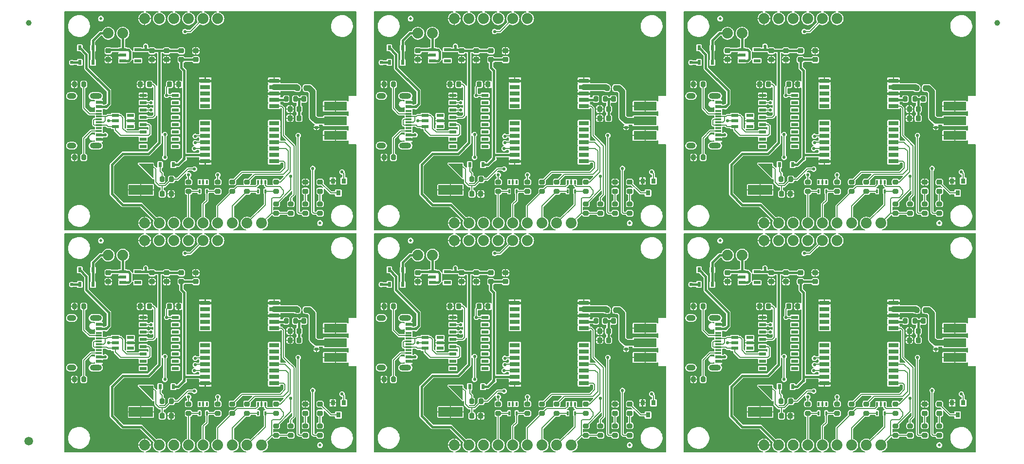
<source format=gtl>
%TF.GenerationSoftware,KiCad,Pcbnew,7.0.6*%
%TF.CreationDate,2024-01-05T19:18:27-07:00*%
%TF.ProjectId,SparkFun_NEO-F10N_panelized,53706172-6b46-4756-9e5f-4e454f2d4631,rev?*%
%TF.SameCoordinates,Original*%
%TF.FileFunction,Copper,L1,Top*%
%TF.FilePolarity,Positive*%
%FSLAX46Y46*%
G04 Gerber Fmt 4.6, Leading zero omitted, Abs format (unit mm)*
G04 Created by KiCad (PCBNEW 7.0.6) date 2024-01-05 19:18:27*
%MOMM*%
%LPD*%
G01*
G04 APERTURE LIST*
G04 Aperture macros list*
%AMRoundRect*
0 Rectangle with rounded corners*
0 $1 Rounding radius*
0 $2 $3 $4 $5 $6 $7 $8 $9 X,Y pos of 4 corners*
0 Add a 4 corners polygon primitive as box body*
4,1,4,$2,$3,$4,$5,$6,$7,$8,$9,$2,$3,0*
0 Add four circle primitives for the rounded corners*
1,1,$1+$1,$2,$3*
1,1,$1+$1,$4,$5*
1,1,$1+$1,$6,$7*
1,1,$1+$1,$8,$9*
0 Add four rect primitives between the rounded corners*
20,1,$1+$1,$2,$3,$4,$5,0*
20,1,$1+$1,$4,$5,$6,$7,0*
20,1,$1+$1,$6,$7,$8,$9,0*
20,1,$1+$1,$8,$9,$2,$3,0*%
%AMFreePoly0*
4,1,4,0.655000,-1.932855,-1.830355,0.552500,0.655000,0.552500,0.655000,-1.932855,0.655000,-1.932855,$1*%
G04 Aperture macros list end*
%TA.AperFunction,SMDPad,CuDef*%
%ADD10C,1.000000*%
%TD*%
%TA.AperFunction,SMDPad,CuDef*%
%ADD11C,1.500000*%
%TD*%
%TA.AperFunction,ComponentPad*%
%ADD12C,1.879600*%
%TD*%
%TA.AperFunction,SMDPad,CuDef*%
%ADD13R,1.800000X0.800000*%
%TD*%
%TA.AperFunction,SMDPad,CuDef*%
%ADD14RoundRect,0.140000X0.170000X-0.140000X0.170000X0.140000X-0.170000X0.140000X-0.170000X-0.140000X0*%
%TD*%
%TA.AperFunction,SMDPad,CuDef*%
%ADD15RoundRect,0.200000X-0.200000X-0.275000X0.200000X-0.275000X0.200000X0.275000X-0.200000X0.275000X0*%
%TD*%
%TA.AperFunction,SMDPad,CuDef*%
%ADD16RoundRect,0.225000X-0.225000X-0.250000X0.225000X-0.250000X0.225000X0.250000X-0.225000X0.250000X0*%
%TD*%
%TA.AperFunction,SMDPad,CuDef*%
%ADD17RoundRect,0.200000X-0.275000X0.200000X-0.275000X-0.200000X0.275000X-0.200000X0.275000X0.200000X0*%
%TD*%
%TA.AperFunction,SMDPad,CuDef*%
%ADD18RoundRect,0.225000X0.225000X0.250000X-0.225000X0.250000X-0.225000X-0.250000X0.225000X-0.250000X0*%
%TD*%
%TA.AperFunction,SMDPad,CuDef*%
%ADD19FreePoly0,0.000000*%
%TD*%
%TA.AperFunction,SMDPad,CuDef*%
%ADD20R,4.200000X1.700000*%
%TD*%
%TA.AperFunction,SMDPad,CuDef*%
%ADD21R,1.200000X0.550000*%
%TD*%
%TA.AperFunction,SMDPad,CuDef*%
%ADD22RoundRect,0.225000X-0.250000X0.225000X-0.250000X-0.225000X0.250000X-0.225000X0.250000X0.225000X0*%
%TD*%
%TA.AperFunction,SMDPad,CuDef*%
%ADD23R,0.300000X0.700000*%
%TD*%
%TA.AperFunction,SMDPad,CuDef*%
%ADD24RoundRect,0.200000X0.200000X0.275000X-0.200000X0.275000X-0.200000X-0.275000X0.200000X-0.275000X0*%
%TD*%
%TA.AperFunction,SMDPad,CuDef*%
%ADD25R,0.630000X0.830000*%
%TD*%
%TA.AperFunction,SMDPad,CuDef*%
%ADD26RoundRect,0.225000X0.250000X-0.225000X0.250000X0.225000X-0.250000X0.225000X-0.250000X-0.225000X0*%
%TD*%
%TA.AperFunction,SMDPad,CuDef*%
%ADD27R,4.000000X1.500000*%
%TD*%
%TA.AperFunction,SMDPad,CuDef*%
%ADD28C,0.500000*%
%TD*%
%TA.AperFunction,SMDPad,CuDef*%
%ADD29R,1.200000X0.600000*%
%TD*%
%TA.AperFunction,SMDPad,CuDef*%
%ADD30R,0.800000X0.900000*%
%TD*%
%TA.AperFunction,SMDPad,CuDef*%
%ADD31RoundRect,0.200000X0.275000X-0.200000X0.275000X0.200000X-0.275000X0.200000X-0.275000X-0.200000X0*%
%TD*%
%TA.AperFunction,SMDPad,CuDef*%
%ADD32RoundRect,0.218750X-0.256250X0.218750X-0.256250X-0.218750X0.256250X-0.218750X0.256250X0.218750X0*%
%TD*%
%TA.AperFunction,SMDPad,CuDef*%
%ADD33R,1.000000X0.300000*%
%TD*%
%TA.AperFunction,SMDPad,CuDef*%
%ADD34R,1.000000X0.600000*%
%TD*%
%TA.AperFunction,ComponentPad*%
%ADD35O,1.600000X1.000000*%
%TD*%
%TA.AperFunction,ComponentPad*%
%ADD36O,2.100000X1.000000*%
%TD*%
%TA.AperFunction,ViaPad*%
%ADD37C,0.609600*%
%TD*%
%TA.AperFunction,ViaPad*%
%ADD38C,0.560000*%
%TD*%
%TA.AperFunction,Conductor*%
%ADD39C,0.177800*%
%TD*%
%TA.AperFunction,Conductor*%
%ADD40C,0.406400*%
%TD*%
%TA.AperFunction,Conductor*%
%ADD41C,0.152400*%
%TD*%
%TA.AperFunction,Conductor*%
%ADD42C,0.990600*%
%TD*%
G04 APERTURE END LIST*
D10*
%TO.P,,*%
%TO.N,*%
X162155572Y74700000D03*
%TD*%
%TO.P,,*%
%TO.N,*%
X-6214428Y74700000D03*
%TD*%
D11*
%TO.P,,*%
%TO.N,*%
X-6214428Y2000000D03*
%TD*%
D12*
%TO.P,JP5,1,A*%
%TO.N,Net-(JP5-A)*%
X115300000Y72890000D03*
%TO.P,JP5,2,B*%
%TO.N,VCC*%
X117840000Y72890000D03*
%TD*%
%TO.P,JP5,1,A*%
%TO.N,Net-(JP5-A)*%
X115300000Y34290000D03*
%TO.P,JP5,2,B*%
%TO.N,VCC*%
X117840000Y34290000D03*
%TD*%
%TO.P,JP5,1,A*%
%TO.N,Net-(JP5-A)*%
X61460000Y72890000D03*
%TO.P,JP5,2,B*%
%TO.N,VCC*%
X64000000Y72890000D03*
%TD*%
%TO.P,JP5,1,A*%
%TO.N,Net-(JP5-A)*%
X61460000Y34290000D03*
%TO.P,JP5,2,B*%
%TO.N,VCC*%
X64000000Y34290000D03*
%TD*%
%TO.P,JP5,1,A*%
%TO.N,Net-(JP5-A)*%
X7620000Y72890000D03*
%TO.P,JP5,2,B*%
%TO.N,VCC*%
X10160000Y72890000D03*
%TD*%
D13*
%TO.P,U3,1,~{SAFEBOOT}*%
%TO.N,Net-(U3-~{SAFEBOOT})*%
X144160000Y50650000D03*
%TO.P,U3,2,RESERVED*%
%TO.N,unconnected-(U3-RESERVED-Pad2)*%
X144160000Y51750000D03*
%TO.P,U3,3,TIMEPULSE*%
%TO.N,Net-(U3-TIMEPULSE)*%
X144160000Y52850000D03*
%TO.P,U3,4,EXTINT*%
%TO.N,Net-(U3-EXTINT)*%
X144160000Y53950000D03*
%TO.P,U3,5,RESERVED*%
%TO.N,unconnected-(U3-RESERVED-Pad5)*%
X144160000Y55050000D03*
%TO.P,U3,6,RESERVED*%
%TO.N,unconnected-(U3-RESERVED-Pad6)*%
X144160000Y56150000D03*
%TO.P,U3,7,RESERVED*%
%TO.N,unconnected-(U3-RESERVED-Pad7)*%
X144160000Y57250000D03*
%TO.P,U3,8,~{RESET}*%
%TO.N,Net-(U3-~{RESET})*%
X144160000Y60250000D03*
%TO.P,U3,9,VCC_RF*%
%TO.N,VCC_RF*%
X144160000Y61350000D03*
%TO.P,U3,10,GND*%
%TO.N,GND*%
X144160000Y62450000D03*
%TO.P,U3,11,RF_IN*%
%TO.N,ANT_IN*%
X144160000Y63550000D03*
%TO.P,U3,12,GND*%
%TO.N,GND*%
X144160000Y64650000D03*
%TO.P,U3,13,GND*%
X132160000Y64650000D03*
%TO.P,U3,14,LNA_EN*%
%TO.N,unconnected-(U3-LNA_EN-Pad14)*%
X132160000Y63550000D03*
%TO.P,U3,15,RESERVED*%
%TO.N,unconnected-(U3-RESERVED-Pad15)*%
X132160000Y62450000D03*
%TO.P,U3,16,RESERVED*%
%TO.N,unconnected-(U3-RESERVED-Pad16)*%
X132160000Y61350000D03*
%TO.P,U3,17,RESERVED*%
%TO.N,unconnected-(U3-RESERVED-Pad17)*%
X132160000Y60250000D03*
%TO.P,U3,18,RESERVED*%
%TO.N,unconnected-(U3-RESERVED-Pad18)*%
X132160000Y57250000D03*
%TO.P,U3,19,RESERVED*%
%TO.N,unconnected-(U3-RESERVED-Pad19)*%
X132160000Y56150000D03*
%TO.P,U3,20,TXD*%
%TO.N,Net-(U3-TXD)*%
X132160000Y55050000D03*
%TO.P,U3,21,RXD*%
%TO.N,Net-(U3-RXD)*%
X132160000Y53950000D03*
%TO.P,U3,22,V_BCKP*%
%TO.N,V_BCKP*%
X132160000Y52850000D03*
%TO.P,U3,23,VCC*%
%TO.N,3.3V_A*%
X132160000Y51750000D03*
%TO.P,U3,24,GND*%
%TO.N,GND*%
X132160000Y50650000D03*
%TD*%
%TO.P,U3,1,~{SAFEBOOT}*%
%TO.N,Net-(U3-~{SAFEBOOT})*%
X144160000Y12050000D03*
%TO.P,U3,2,RESERVED*%
%TO.N,unconnected-(U3-RESERVED-Pad2)*%
X144160000Y13150000D03*
%TO.P,U3,3,TIMEPULSE*%
%TO.N,Net-(U3-TIMEPULSE)*%
X144160000Y14250000D03*
%TO.P,U3,4,EXTINT*%
%TO.N,Net-(U3-EXTINT)*%
X144160000Y15350000D03*
%TO.P,U3,5,RESERVED*%
%TO.N,unconnected-(U3-RESERVED-Pad5)*%
X144160000Y16450000D03*
%TO.P,U3,6,RESERVED*%
%TO.N,unconnected-(U3-RESERVED-Pad6)*%
X144160000Y17550000D03*
%TO.P,U3,7,RESERVED*%
%TO.N,unconnected-(U3-RESERVED-Pad7)*%
X144160000Y18650000D03*
%TO.P,U3,8,~{RESET}*%
%TO.N,Net-(U3-~{RESET})*%
X144160000Y21650000D03*
%TO.P,U3,9,VCC_RF*%
%TO.N,VCC_RF*%
X144160000Y22750000D03*
%TO.P,U3,10,GND*%
%TO.N,GND*%
X144160000Y23850000D03*
%TO.P,U3,11,RF_IN*%
%TO.N,ANT_IN*%
X144160000Y24950000D03*
%TO.P,U3,12,GND*%
%TO.N,GND*%
X144160000Y26050000D03*
%TO.P,U3,13,GND*%
X132160000Y26050000D03*
%TO.P,U3,14,LNA_EN*%
%TO.N,unconnected-(U3-LNA_EN-Pad14)*%
X132160000Y24950000D03*
%TO.P,U3,15,RESERVED*%
%TO.N,unconnected-(U3-RESERVED-Pad15)*%
X132160000Y23850000D03*
%TO.P,U3,16,RESERVED*%
%TO.N,unconnected-(U3-RESERVED-Pad16)*%
X132160000Y22750000D03*
%TO.P,U3,17,RESERVED*%
%TO.N,unconnected-(U3-RESERVED-Pad17)*%
X132160000Y21650000D03*
%TO.P,U3,18,RESERVED*%
%TO.N,unconnected-(U3-RESERVED-Pad18)*%
X132160000Y18650000D03*
%TO.P,U3,19,RESERVED*%
%TO.N,unconnected-(U3-RESERVED-Pad19)*%
X132160000Y17550000D03*
%TO.P,U3,20,TXD*%
%TO.N,Net-(U3-TXD)*%
X132160000Y16450000D03*
%TO.P,U3,21,RXD*%
%TO.N,Net-(U3-RXD)*%
X132160000Y15350000D03*
%TO.P,U3,22,V_BCKP*%
%TO.N,V_BCKP*%
X132160000Y14250000D03*
%TO.P,U3,23,VCC*%
%TO.N,3.3V_A*%
X132160000Y13150000D03*
%TO.P,U3,24,GND*%
%TO.N,GND*%
X132160000Y12050000D03*
%TD*%
%TO.P,U3,1,~{SAFEBOOT}*%
%TO.N,Net-(U3-~{SAFEBOOT})*%
X90320000Y50650000D03*
%TO.P,U3,2,RESERVED*%
%TO.N,unconnected-(U3-RESERVED-Pad2)*%
X90320000Y51750000D03*
%TO.P,U3,3,TIMEPULSE*%
%TO.N,Net-(U3-TIMEPULSE)*%
X90320000Y52850000D03*
%TO.P,U3,4,EXTINT*%
%TO.N,Net-(U3-EXTINT)*%
X90320000Y53950000D03*
%TO.P,U3,5,RESERVED*%
%TO.N,unconnected-(U3-RESERVED-Pad5)*%
X90320000Y55050000D03*
%TO.P,U3,6,RESERVED*%
%TO.N,unconnected-(U3-RESERVED-Pad6)*%
X90320000Y56150000D03*
%TO.P,U3,7,RESERVED*%
%TO.N,unconnected-(U3-RESERVED-Pad7)*%
X90320000Y57250000D03*
%TO.P,U3,8,~{RESET}*%
%TO.N,Net-(U3-~{RESET})*%
X90320000Y60250000D03*
%TO.P,U3,9,VCC_RF*%
%TO.N,VCC_RF*%
X90320000Y61350000D03*
%TO.P,U3,10,GND*%
%TO.N,GND*%
X90320000Y62450000D03*
%TO.P,U3,11,RF_IN*%
%TO.N,ANT_IN*%
X90320000Y63550000D03*
%TO.P,U3,12,GND*%
%TO.N,GND*%
X90320000Y64650000D03*
%TO.P,U3,13,GND*%
X78320000Y64650000D03*
%TO.P,U3,14,LNA_EN*%
%TO.N,unconnected-(U3-LNA_EN-Pad14)*%
X78320000Y63550000D03*
%TO.P,U3,15,RESERVED*%
%TO.N,unconnected-(U3-RESERVED-Pad15)*%
X78320000Y62450000D03*
%TO.P,U3,16,RESERVED*%
%TO.N,unconnected-(U3-RESERVED-Pad16)*%
X78320000Y61350000D03*
%TO.P,U3,17,RESERVED*%
%TO.N,unconnected-(U3-RESERVED-Pad17)*%
X78320000Y60250000D03*
%TO.P,U3,18,RESERVED*%
%TO.N,unconnected-(U3-RESERVED-Pad18)*%
X78320000Y57250000D03*
%TO.P,U3,19,RESERVED*%
%TO.N,unconnected-(U3-RESERVED-Pad19)*%
X78320000Y56150000D03*
%TO.P,U3,20,TXD*%
%TO.N,Net-(U3-TXD)*%
X78320000Y55050000D03*
%TO.P,U3,21,RXD*%
%TO.N,Net-(U3-RXD)*%
X78320000Y53950000D03*
%TO.P,U3,22,V_BCKP*%
%TO.N,V_BCKP*%
X78320000Y52850000D03*
%TO.P,U3,23,VCC*%
%TO.N,3.3V_A*%
X78320000Y51750000D03*
%TO.P,U3,24,GND*%
%TO.N,GND*%
X78320000Y50650000D03*
%TD*%
%TO.P,U3,1,~{SAFEBOOT}*%
%TO.N,Net-(U3-~{SAFEBOOT})*%
X90320000Y12050000D03*
%TO.P,U3,2,RESERVED*%
%TO.N,unconnected-(U3-RESERVED-Pad2)*%
X90320000Y13150000D03*
%TO.P,U3,3,TIMEPULSE*%
%TO.N,Net-(U3-TIMEPULSE)*%
X90320000Y14250000D03*
%TO.P,U3,4,EXTINT*%
%TO.N,Net-(U3-EXTINT)*%
X90320000Y15350000D03*
%TO.P,U3,5,RESERVED*%
%TO.N,unconnected-(U3-RESERVED-Pad5)*%
X90320000Y16450000D03*
%TO.P,U3,6,RESERVED*%
%TO.N,unconnected-(U3-RESERVED-Pad6)*%
X90320000Y17550000D03*
%TO.P,U3,7,RESERVED*%
%TO.N,unconnected-(U3-RESERVED-Pad7)*%
X90320000Y18650000D03*
%TO.P,U3,8,~{RESET}*%
%TO.N,Net-(U3-~{RESET})*%
X90320000Y21650000D03*
%TO.P,U3,9,VCC_RF*%
%TO.N,VCC_RF*%
X90320000Y22750000D03*
%TO.P,U3,10,GND*%
%TO.N,GND*%
X90320000Y23850000D03*
%TO.P,U3,11,RF_IN*%
%TO.N,ANT_IN*%
X90320000Y24950000D03*
%TO.P,U3,12,GND*%
%TO.N,GND*%
X90320000Y26050000D03*
%TO.P,U3,13,GND*%
X78320000Y26050000D03*
%TO.P,U3,14,LNA_EN*%
%TO.N,unconnected-(U3-LNA_EN-Pad14)*%
X78320000Y24950000D03*
%TO.P,U3,15,RESERVED*%
%TO.N,unconnected-(U3-RESERVED-Pad15)*%
X78320000Y23850000D03*
%TO.P,U3,16,RESERVED*%
%TO.N,unconnected-(U3-RESERVED-Pad16)*%
X78320000Y22750000D03*
%TO.P,U3,17,RESERVED*%
%TO.N,unconnected-(U3-RESERVED-Pad17)*%
X78320000Y21650000D03*
%TO.P,U3,18,RESERVED*%
%TO.N,unconnected-(U3-RESERVED-Pad18)*%
X78320000Y18650000D03*
%TO.P,U3,19,RESERVED*%
%TO.N,unconnected-(U3-RESERVED-Pad19)*%
X78320000Y17550000D03*
%TO.P,U3,20,TXD*%
%TO.N,Net-(U3-TXD)*%
X78320000Y16450000D03*
%TO.P,U3,21,RXD*%
%TO.N,Net-(U3-RXD)*%
X78320000Y15350000D03*
%TO.P,U3,22,V_BCKP*%
%TO.N,V_BCKP*%
X78320000Y14250000D03*
%TO.P,U3,23,VCC*%
%TO.N,3.3V_A*%
X78320000Y13150000D03*
%TO.P,U3,24,GND*%
%TO.N,GND*%
X78320000Y12050000D03*
%TD*%
%TO.P,U3,1,~{SAFEBOOT}*%
%TO.N,Net-(U3-~{SAFEBOOT})*%
X36480000Y50650000D03*
%TO.P,U3,2,RESERVED*%
%TO.N,unconnected-(U3-RESERVED-Pad2)*%
X36480000Y51750000D03*
%TO.P,U3,3,TIMEPULSE*%
%TO.N,Net-(U3-TIMEPULSE)*%
X36480000Y52850000D03*
%TO.P,U3,4,EXTINT*%
%TO.N,Net-(U3-EXTINT)*%
X36480000Y53950000D03*
%TO.P,U3,5,RESERVED*%
%TO.N,unconnected-(U3-RESERVED-Pad5)*%
X36480000Y55050000D03*
%TO.P,U3,6,RESERVED*%
%TO.N,unconnected-(U3-RESERVED-Pad6)*%
X36480000Y56150000D03*
%TO.P,U3,7,RESERVED*%
%TO.N,unconnected-(U3-RESERVED-Pad7)*%
X36480000Y57250000D03*
%TO.P,U3,8,~{RESET}*%
%TO.N,Net-(U3-~{RESET})*%
X36480000Y60250000D03*
%TO.P,U3,9,VCC_RF*%
%TO.N,VCC_RF*%
X36480000Y61350000D03*
%TO.P,U3,10,GND*%
%TO.N,GND*%
X36480000Y62450000D03*
%TO.P,U3,11,RF_IN*%
%TO.N,ANT_IN*%
X36480000Y63550000D03*
%TO.P,U3,12,GND*%
%TO.N,GND*%
X36480000Y64650000D03*
%TO.P,U3,13,GND*%
X24480000Y64650000D03*
%TO.P,U3,14,LNA_EN*%
%TO.N,unconnected-(U3-LNA_EN-Pad14)*%
X24480000Y63550000D03*
%TO.P,U3,15,RESERVED*%
%TO.N,unconnected-(U3-RESERVED-Pad15)*%
X24480000Y62450000D03*
%TO.P,U3,16,RESERVED*%
%TO.N,unconnected-(U3-RESERVED-Pad16)*%
X24480000Y61350000D03*
%TO.P,U3,17,RESERVED*%
%TO.N,unconnected-(U3-RESERVED-Pad17)*%
X24480000Y60250000D03*
%TO.P,U3,18,RESERVED*%
%TO.N,unconnected-(U3-RESERVED-Pad18)*%
X24480000Y57250000D03*
%TO.P,U3,19,RESERVED*%
%TO.N,unconnected-(U3-RESERVED-Pad19)*%
X24480000Y56150000D03*
%TO.P,U3,20,TXD*%
%TO.N,Net-(U3-TXD)*%
X24480000Y55050000D03*
%TO.P,U3,21,RXD*%
%TO.N,Net-(U3-RXD)*%
X24480000Y53950000D03*
%TO.P,U3,22,V_BCKP*%
%TO.N,V_BCKP*%
X24480000Y52850000D03*
%TO.P,U3,23,VCC*%
%TO.N,3.3V_A*%
X24480000Y51750000D03*
%TO.P,U3,24,GND*%
%TO.N,GND*%
X24480000Y50650000D03*
%TD*%
D14*
%TO.P,D6,1,A1*%
%TO.N,GND*%
X151495000Y56535000D03*
%TO.P,D6,2,A2*%
%TO.N,Net-(D6-A2)*%
X151495000Y57495000D03*
%TD*%
%TO.P,D6,1,A1*%
%TO.N,GND*%
X151495000Y17935000D03*
%TO.P,D6,2,A2*%
%TO.N,Net-(D6-A2)*%
X151495000Y18895000D03*
%TD*%
%TO.P,D6,1,A1*%
%TO.N,GND*%
X97655000Y56535000D03*
%TO.P,D6,2,A2*%
%TO.N,Net-(D6-A2)*%
X97655000Y57495000D03*
%TD*%
%TO.P,D6,1,A1*%
%TO.N,GND*%
X97655000Y17935000D03*
%TO.P,D6,2,A2*%
%TO.N,Net-(D6-A2)*%
X97655000Y18895000D03*
%TD*%
%TO.P,D6,1,A1*%
%TO.N,GND*%
X43815000Y56535000D03*
%TO.P,D6,2,A2*%
%TO.N,Net-(D6-A2)*%
X43815000Y57495000D03*
%TD*%
D15*
%TO.P,R7,1*%
%TO.N,Net-(D5-PadC)*%
X124635000Y47490000D03*
%TO.P,R7,2*%
%TO.N,V_BCKP*%
X126285000Y47490000D03*
%TD*%
%TO.P,R7,1*%
%TO.N,Net-(D5-PadC)*%
X124635000Y8890000D03*
%TO.P,R7,2*%
%TO.N,V_BCKP*%
X126285000Y8890000D03*
%TD*%
%TO.P,R7,1*%
%TO.N,Net-(D5-PadC)*%
X70795000Y47490000D03*
%TO.P,R7,2*%
%TO.N,V_BCKP*%
X72445000Y47490000D03*
%TD*%
%TO.P,R7,1*%
%TO.N,Net-(D5-PadC)*%
X70795000Y8890000D03*
%TO.P,R7,2*%
%TO.N,V_BCKP*%
X72445000Y8890000D03*
%TD*%
%TO.P,R7,1*%
%TO.N,Net-(D5-PadC)*%
X16955000Y47490000D03*
%TO.P,R7,2*%
%TO.N,V_BCKP*%
X18605000Y47490000D03*
%TD*%
D16*
%TO.P,L1,1,1*%
%TO.N,Net-(C4-Pad1)*%
X149291250Y61460000D03*
%TO.P,L1,2,2*%
%TO.N,Net-(D6-A2)*%
X150841250Y61460000D03*
%TD*%
%TO.P,L1,1,1*%
%TO.N,Net-(C4-Pad1)*%
X149291250Y22860000D03*
%TO.P,L1,2,2*%
%TO.N,Net-(D6-A2)*%
X150841250Y22860000D03*
%TD*%
%TO.P,L1,1,1*%
%TO.N,Net-(C4-Pad1)*%
X95451250Y61460000D03*
%TO.P,L1,2,2*%
%TO.N,Net-(D6-A2)*%
X97001250Y61460000D03*
%TD*%
%TO.P,L1,1,1*%
%TO.N,Net-(C4-Pad1)*%
X95451250Y22860000D03*
%TO.P,L1,2,2*%
%TO.N,Net-(D6-A2)*%
X97001250Y22860000D03*
%TD*%
%TO.P,L1,1,1*%
%TO.N,Net-(C4-Pad1)*%
X41611250Y61460000D03*
%TO.P,L1,2,2*%
%TO.N,Net-(D6-A2)*%
X43161250Y61460000D03*
%TD*%
%TO.P,C3,1*%
%TO.N,V_BCKP*%
X124685000Y44950000D03*
%TO.P,C3,2*%
%TO.N,GND*%
X126235000Y44950000D03*
%TD*%
%TO.P,C3,1*%
%TO.N,V_BCKP*%
X124685000Y6350000D03*
%TO.P,C3,2*%
%TO.N,GND*%
X126235000Y6350000D03*
%TD*%
%TO.P,C3,1*%
%TO.N,V_BCKP*%
X70845000Y44950000D03*
%TO.P,C3,2*%
%TO.N,GND*%
X72395000Y44950000D03*
%TD*%
%TO.P,C3,1*%
%TO.N,V_BCKP*%
X70845000Y6350000D03*
%TO.P,C3,2*%
%TO.N,GND*%
X72395000Y6350000D03*
%TD*%
%TO.P,C3,1*%
%TO.N,V_BCKP*%
X17005000Y44950000D03*
%TO.P,C3,2*%
%TO.N,GND*%
X18555000Y44950000D03*
%TD*%
D17*
%TO.P,R30,1*%
%TO.N,Net-(U3-TIMEPULSE)*%
X139430000Y47045000D03*
%TO.P,R30,2*%
%TO.N,PPS*%
X139430000Y45395000D03*
%TD*%
%TO.P,R30,1*%
%TO.N,Net-(U3-TIMEPULSE)*%
X139430000Y8445000D03*
%TO.P,R30,2*%
%TO.N,PPS*%
X139430000Y6795000D03*
%TD*%
%TO.P,R30,1*%
%TO.N,Net-(U3-TIMEPULSE)*%
X85590000Y47045000D03*
%TO.P,R30,2*%
%TO.N,PPS*%
X85590000Y45395000D03*
%TD*%
%TO.P,R30,1*%
%TO.N,Net-(U3-TIMEPULSE)*%
X85590000Y8445000D03*
%TO.P,R30,2*%
%TO.N,PPS*%
X85590000Y6795000D03*
%TD*%
%TO.P,R30,1*%
%TO.N,Net-(U3-TIMEPULSE)*%
X31750000Y47045000D03*
%TO.P,R30,2*%
%TO.N,PPS*%
X31750000Y45395000D03*
%TD*%
D18*
%TO.P,C13,1*%
%TO.N,3.3V_P*%
X122425000Y64000000D03*
%TO.P,C13,2*%
%TO.N,GND*%
X120875000Y64000000D03*
%TD*%
%TO.P,C13,1*%
%TO.N,3.3V_P*%
X122425000Y25400000D03*
%TO.P,C13,2*%
%TO.N,GND*%
X120875000Y25400000D03*
%TD*%
%TO.P,C13,1*%
%TO.N,3.3V_P*%
X68585000Y64000000D03*
%TO.P,C13,2*%
%TO.N,GND*%
X67035000Y64000000D03*
%TD*%
%TO.P,C13,1*%
%TO.N,3.3V_P*%
X68585000Y25400000D03*
%TO.P,C13,2*%
%TO.N,GND*%
X67035000Y25400000D03*
%TD*%
%TO.P,C13,1*%
%TO.N,3.3V_P*%
X14745000Y64000000D03*
%TO.P,C13,2*%
%TO.N,GND*%
X13195000Y64000000D03*
%TD*%
D19*
%TO.P,BT1,+,+*%
%TO.N,V_BCKP*%
X122430000Y49642500D03*
D20*
%TO.P,BT1,-,-*%
%TO.N,GND*%
X120980000Y45640000D03*
%TD*%
D19*
%TO.P,BT1,+,+*%
%TO.N,V_BCKP*%
X122430000Y11042500D03*
D20*
%TO.P,BT1,-,-*%
%TO.N,GND*%
X120980000Y7040000D03*
%TD*%
D19*
%TO.P,BT1,+,+*%
%TO.N,V_BCKP*%
X68590000Y49642500D03*
D20*
%TO.P,BT1,-,-*%
%TO.N,GND*%
X67140000Y45640000D03*
%TD*%
D19*
%TO.P,BT1,+,+*%
%TO.N,V_BCKP*%
X68590000Y11042500D03*
D20*
%TO.P,BT1,-,-*%
%TO.N,GND*%
X67140000Y7040000D03*
%TD*%
D19*
%TO.P,BT1,+,+*%
%TO.N,V_BCKP*%
X14750000Y49642500D03*
D20*
%TO.P,BT1,-,-*%
%TO.N,GND*%
X13300000Y45640000D03*
%TD*%
D21*
%TO.P,U1,1,I/O1*%
%TO.N,unconnected-(U1-I{slash}O1-Pad1)*%
X119140100Y56700000D03*
%TO.P,U1,2,GND*%
%TO.N,GND*%
X119140100Y57650000D03*
%TO.P,U1,3,I/O2*%
%TO.N,unconnected-(U1-I{slash}O2-Pad3)*%
X119140100Y58600000D03*
%TO.P,U1,4,I/O3*%
%TO.N,/D-*%
X116539900Y58600000D03*
%TO.P,U1,5,VCC*%
%TO.N,VBUS*%
X116539900Y57700000D03*
%TO.P,U1,6,I/O4*%
%TO.N,/D+*%
X116539900Y56700000D03*
%TD*%
%TO.P,U1,1,I/O1*%
%TO.N,unconnected-(U1-I{slash}O1-Pad1)*%
X119140100Y18100000D03*
%TO.P,U1,2,GND*%
%TO.N,GND*%
X119140100Y19050000D03*
%TO.P,U1,3,I/O2*%
%TO.N,unconnected-(U1-I{slash}O2-Pad3)*%
X119140100Y20000000D03*
%TO.P,U1,4,I/O3*%
%TO.N,/D-*%
X116539900Y20000000D03*
%TO.P,U1,5,VCC*%
%TO.N,VBUS*%
X116539900Y19100000D03*
%TO.P,U1,6,I/O4*%
%TO.N,/D+*%
X116539900Y18100000D03*
%TD*%
%TO.P,U1,1,I/O1*%
%TO.N,unconnected-(U1-I{slash}O1-Pad1)*%
X65300100Y56700000D03*
%TO.P,U1,2,GND*%
%TO.N,GND*%
X65300100Y57650000D03*
%TO.P,U1,3,I/O2*%
%TO.N,unconnected-(U1-I{slash}O2-Pad3)*%
X65300100Y58600000D03*
%TO.P,U1,4,I/O3*%
%TO.N,/D-*%
X62699900Y58600000D03*
%TO.P,U1,5,VCC*%
%TO.N,VBUS*%
X62699900Y57700000D03*
%TO.P,U1,6,I/O4*%
%TO.N,/D+*%
X62699900Y56700000D03*
%TD*%
%TO.P,U1,1,I/O1*%
%TO.N,unconnected-(U1-I{slash}O1-Pad1)*%
X65300100Y18100000D03*
%TO.P,U1,2,GND*%
%TO.N,GND*%
X65300100Y19050000D03*
%TO.P,U1,3,I/O2*%
%TO.N,unconnected-(U1-I{slash}O2-Pad3)*%
X65300100Y20000000D03*
%TO.P,U1,4,I/O3*%
%TO.N,/D-*%
X62699900Y20000000D03*
%TO.P,U1,5,VCC*%
%TO.N,VBUS*%
X62699900Y19100000D03*
%TO.P,U1,6,I/O4*%
%TO.N,/D+*%
X62699900Y18100000D03*
%TD*%
%TO.P,U1,1,I/O1*%
%TO.N,unconnected-(U1-I{slash}O1-Pad1)*%
X11460100Y56700000D03*
%TO.P,U1,2,GND*%
%TO.N,GND*%
X11460100Y57650000D03*
%TO.P,U1,3,I/O2*%
%TO.N,unconnected-(U1-I{slash}O2-Pad3)*%
X11460100Y58600000D03*
%TO.P,U1,4,I/O3*%
%TO.N,/D-*%
X8859900Y58600000D03*
%TO.P,U1,5,VCC*%
%TO.N,VBUS*%
X8859900Y57700000D03*
%TO.P,U1,6,I/O4*%
%TO.N,/D+*%
X8859900Y56700000D03*
%TD*%
D22*
%TO.P,C1,1*%
%TO.N,VCC*%
X115300000Y69855000D03*
%TO.P,C1,2*%
%TO.N,GND*%
X115300000Y68305000D03*
%TD*%
%TO.P,C1,1*%
%TO.N,VCC*%
X115300000Y31255000D03*
%TO.P,C1,2*%
%TO.N,GND*%
X115300000Y29705000D03*
%TD*%
%TO.P,C1,1*%
%TO.N,VCC*%
X61460000Y69855000D03*
%TO.P,C1,2*%
%TO.N,GND*%
X61460000Y68305000D03*
%TD*%
%TO.P,C1,1*%
%TO.N,VCC*%
X61460000Y31255000D03*
%TO.P,C1,2*%
%TO.N,GND*%
X61460000Y29705000D03*
%TD*%
%TO.P,C1,1*%
%TO.N,VCC*%
X7620000Y69855000D03*
%TO.P,C1,2*%
%TO.N,GND*%
X7620000Y68305000D03*
%TD*%
D17*
%TO.P,R31,1*%
%TO.N,Net-(U3-EXTINT)*%
X144510000Y47045000D03*
%TO.P,R31,2*%
%TO.N,EVENT*%
X144510000Y45395000D03*
%TD*%
%TO.P,R31,1*%
%TO.N,Net-(U3-EXTINT)*%
X144510000Y8445000D03*
%TO.P,R31,2*%
%TO.N,EVENT*%
X144510000Y6795000D03*
%TD*%
%TO.P,R31,1*%
%TO.N,Net-(U3-EXTINT)*%
X90670000Y47045000D03*
%TO.P,R31,2*%
%TO.N,EVENT*%
X90670000Y45395000D03*
%TD*%
%TO.P,R31,1*%
%TO.N,Net-(U3-EXTINT)*%
X90670000Y8445000D03*
%TO.P,R31,2*%
%TO.N,EVENT*%
X90670000Y6795000D03*
%TD*%
%TO.P,R31,1*%
%TO.N,Net-(U3-EXTINT)*%
X36830000Y47045000D03*
%TO.P,R31,2*%
%TO.N,EVENT*%
X36830000Y45395000D03*
%TD*%
D18*
%TO.P,C6,1*%
%TO.N,Net-(C4-Pad1)*%
X148460000Y59713750D03*
%TO.P,C6,2*%
%TO.N,GND*%
X146910000Y59713750D03*
%TD*%
%TO.P,C6,1*%
%TO.N,Net-(C4-Pad1)*%
X148460000Y21113750D03*
%TO.P,C6,2*%
%TO.N,GND*%
X146910000Y21113750D03*
%TD*%
%TO.P,C6,1*%
%TO.N,Net-(C4-Pad1)*%
X94620000Y59713750D03*
%TO.P,C6,2*%
%TO.N,GND*%
X93070000Y59713750D03*
%TD*%
%TO.P,C6,1*%
%TO.N,Net-(C4-Pad1)*%
X94620000Y21113750D03*
%TO.P,C6,2*%
%TO.N,GND*%
X93070000Y21113750D03*
%TD*%
%TO.P,C6,1*%
%TO.N,Net-(C4-Pad1)*%
X40780000Y59713750D03*
%TO.P,C6,2*%
%TO.N,GND*%
X39230000Y59713750D03*
%TD*%
D16*
%TO.P,C12,1*%
%TO.N,VBUS*%
X125955000Y64000000D03*
%TO.P,C12,2*%
%TO.N,GND*%
X127505000Y64000000D03*
%TD*%
%TO.P,C12,1*%
%TO.N,VBUS*%
X125955000Y25400000D03*
%TO.P,C12,2*%
%TO.N,GND*%
X127505000Y25400000D03*
%TD*%
%TO.P,C12,1*%
%TO.N,VBUS*%
X72115000Y64000000D03*
%TO.P,C12,2*%
%TO.N,GND*%
X73665000Y64000000D03*
%TD*%
%TO.P,C12,1*%
%TO.N,VBUS*%
X72115000Y25400000D03*
%TO.P,C12,2*%
%TO.N,GND*%
X73665000Y25400000D03*
%TD*%
%TO.P,C12,1*%
%TO.N,VBUS*%
X18275000Y64000000D03*
%TO.P,C12,2*%
%TO.N,GND*%
X19825000Y64000000D03*
%TD*%
D18*
%TO.P,C7,1*%
%TO.N,Net-(D6-A2)*%
X149730000Y63365000D03*
%TO.P,C7,2*%
%TO.N,ANT_IN*%
X148180000Y63365000D03*
%TD*%
%TO.P,C7,1*%
%TO.N,Net-(D6-A2)*%
X149730000Y24765000D03*
%TO.P,C7,2*%
%TO.N,ANT_IN*%
X148180000Y24765000D03*
%TD*%
%TO.P,C7,1*%
%TO.N,Net-(D6-A2)*%
X95890000Y63365000D03*
%TO.P,C7,2*%
%TO.N,ANT_IN*%
X94340000Y63365000D03*
%TD*%
%TO.P,C7,1*%
%TO.N,Net-(D6-A2)*%
X95890000Y24765000D03*
%TO.P,C7,2*%
%TO.N,ANT_IN*%
X94340000Y24765000D03*
%TD*%
%TO.P,C7,1*%
%TO.N,Net-(D6-A2)*%
X42050000Y63365000D03*
%TO.P,C7,2*%
%TO.N,ANT_IN*%
X40500000Y63365000D03*
%TD*%
D23*
%TO.P,D3,1,K1*%
%TO.N,~{RESET}*%
X142620000Y47020000D03*
%TO.P,D3,2,A*%
%TO.N,GND*%
X141970000Y47020000D03*
%TO.P,D3,3,K2*%
%TO.N,~{SAFEBOOT}*%
X141320000Y47020000D03*
%TO.P,D3,4,K3*%
%TO.N,PPS*%
X141320000Y45420000D03*
%TO.P,D3,5,K4*%
%TO.N,EVENT*%
X142620000Y45420000D03*
%TD*%
%TO.P,D3,1,K1*%
%TO.N,~{RESET}*%
X142620000Y8420000D03*
%TO.P,D3,2,A*%
%TO.N,GND*%
X141970000Y8420000D03*
%TO.P,D3,3,K2*%
%TO.N,~{SAFEBOOT}*%
X141320000Y8420000D03*
%TO.P,D3,4,K3*%
%TO.N,PPS*%
X141320000Y6820000D03*
%TO.P,D3,5,K4*%
%TO.N,EVENT*%
X142620000Y6820000D03*
%TD*%
%TO.P,D3,1,K1*%
%TO.N,~{RESET}*%
X88780000Y47020000D03*
%TO.P,D3,2,A*%
%TO.N,GND*%
X88130000Y47020000D03*
%TO.P,D3,3,K2*%
%TO.N,~{SAFEBOOT}*%
X87480000Y47020000D03*
%TO.P,D3,4,K3*%
%TO.N,PPS*%
X87480000Y45420000D03*
%TO.P,D3,5,K4*%
%TO.N,EVENT*%
X88780000Y45420000D03*
%TD*%
%TO.P,D3,1,K1*%
%TO.N,~{RESET}*%
X88780000Y8420000D03*
%TO.P,D3,2,A*%
%TO.N,GND*%
X88130000Y8420000D03*
%TO.P,D3,3,K2*%
%TO.N,~{SAFEBOOT}*%
X87480000Y8420000D03*
%TO.P,D3,4,K3*%
%TO.N,PPS*%
X87480000Y6820000D03*
%TO.P,D3,5,K4*%
%TO.N,EVENT*%
X88780000Y6820000D03*
%TD*%
%TO.P,D3,1,K1*%
%TO.N,~{RESET}*%
X34940000Y47020000D03*
%TO.P,D3,2,A*%
%TO.N,GND*%
X34290000Y47020000D03*
%TO.P,D3,3,K2*%
%TO.N,~{SAFEBOOT}*%
X33640000Y47020000D03*
%TO.P,D3,4,K3*%
%TO.N,PPS*%
X33640000Y45420000D03*
%TO.P,D3,5,K4*%
%TO.N,EVENT*%
X34940000Y45420000D03*
%TD*%
D22*
%TO.P,C8,1*%
%TO.N,3.3V*%
X125460000Y69855000D03*
%TO.P,C8,2*%
%TO.N,GND*%
X125460000Y68305000D03*
%TD*%
%TO.P,C8,1*%
%TO.N,3.3V*%
X125460000Y31255000D03*
%TO.P,C8,2*%
%TO.N,GND*%
X125460000Y29705000D03*
%TD*%
%TO.P,C8,1*%
%TO.N,3.3V*%
X71620000Y69855000D03*
%TO.P,C8,2*%
%TO.N,GND*%
X71620000Y68305000D03*
%TD*%
%TO.P,C8,1*%
%TO.N,3.3V*%
X71620000Y31255000D03*
%TO.P,C8,2*%
%TO.N,GND*%
X71620000Y29705000D03*
%TD*%
%TO.P,C8,1*%
%TO.N,3.3V*%
X17780000Y69855000D03*
%TO.P,C8,2*%
%TO.N,GND*%
X17780000Y68305000D03*
%TD*%
D18*
%TO.P,C4,1*%
%TO.N,Net-(C4-Pad1)*%
X148460000Y58126250D03*
%TO.P,C4,2*%
%TO.N,GND*%
X146910000Y58126250D03*
%TD*%
%TO.P,C4,1*%
%TO.N,Net-(C4-Pad1)*%
X148460000Y19526250D03*
%TO.P,C4,2*%
%TO.N,GND*%
X146910000Y19526250D03*
%TD*%
%TO.P,C4,1*%
%TO.N,Net-(C4-Pad1)*%
X94620000Y58126250D03*
%TO.P,C4,2*%
%TO.N,GND*%
X93070000Y58126250D03*
%TD*%
%TO.P,C4,1*%
%TO.N,Net-(C4-Pad1)*%
X94620000Y19526250D03*
%TO.P,C4,2*%
%TO.N,GND*%
X93070000Y19526250D03*
%TD*%
%TO.P,C4,1*%
%TO.N,Net-(C4-Pad1)*%
X40780000Y58126250D03*
%TO.P,C4,2*%
%TO.N,GND*%
X39230000Y58126250D03*
%TD*%
D12*
%TO.P,J4,1,Pin_1*%
%TO.N,unconnected-(J4-Pin_1-Pad1)*%
X134350000Y75430000D03*
%TO.P,J4,2,Pin_2*%
%TO.N,TXD*%
X131810000Y75430000D03*
%TO.P,J4,3,Pin_3*%
%TO.N,RXD*%
X129270000Y75430000D03*
%TO.P,J4,4,Pin_4*%
%TO.N,Net-(J4-Pin_4)*%
X126730000Y75430000D03*
%TO.P,J4,5,Pin_5*%
%TO.N,unconnected-(J4-Pin_5-Pad5)*%
X124190000Y75430000D03*
%TO.P,J4,6,Pin_6*%
%TO.N,GND*%
X121650000Y75430000D03*
%TD*%
%TO.P,J4,1,Pin_1*%
%TO.N,unconnected-(J4-Pin_1-Pad1)*%
X134350000Y36830000D03*
%TO.P,J4,2,Pin_2*%
%TO.N,TXD*%
X131810000Y36830000D03*
%TO.P,J4,3,Pin_3*%
%TO.N,RXD*%
X129270000Y36830000D03*
%TO.P,J4,4,Pin_4*%
%TO.N,Net-(J4-Pin_4)*%
X126730000Y36830000D03*
%TO.P,J4,5,Pin_5*%
%TO.N,unconnected-(J4-Pin_5-Pad5)*%
X124190000Y36830000D03*
%TO.P,J4,6,Pin_6*%
%TO.N,GND*%
X121650000Y36830000D03*
%TD*%
%TO.P,J4,1,Pin_1*%
%TO.N,unconnected-(J4-Pin_1-Pad1)*%
X80510000Y75430000D03*
%TO.P,J4,2,Pin_2*%
%TO.N,TXD*%
X77970000Y75430000D03*
%TO.P,J4,3,Pin_3*%
%TO.N,RXD*%
X75430000Y75430000D03*
%TO.P,J4,4,Pin_4*%
%TO.N,Net-(J4-Pin_4)*%
X72890000Y75430000D03*
%TO.P,J4,5,Pin_5*%
%TO.N,unconnected-(J4-Pin_5-Pad5)*%
X70350000Y75430000D03*
%TO.P,J4,6,Pin_6*%
%TO.N,GND*%
X67810000Y75430000D03*
%TD*%
%TO.P,J4,1,Pin_1*%
%TO.N,unconnected-(J4-Pin_1-Pad1)*%
X80510000Y36830000D03*
%TO.P,J4,2,Pin_2*%
%TO.N,TXD*%
X77970000Y36830000D03*
%TO.P,J4,3,Pin_3*%
%TO.N,RXD*%
X75430000Y36830000D03*
%TO.P,J4,4,Pin_4*%
%TO.N,Net-(J4-Pin_4)*%
X72890000Y36830000D03*
%TO.P,J4,5,Pin_5*%
%TO.N,unconnected-(J4-Pin_5-Pad5)*%
X70350000Y36830000D03*
%TO.P,J4,6,Pin_6*%
%TO.N,GND*%
X67810000Y36830000D03*
%TD*%
%TO.P,J4,1,Pin_1*%
%TO.N,unconnected-(J4-Pin_1-Pad1)*%
X26670000Y75430000D03*
%TO.P,J4,2,Pin_2*%
%TO.N,TXD*%
X24130000Y75430000D03*
%TO.P,J4,3,Pin_3*%
%TO.N,RXD*%
X21590000Y75430000D03*
%TO.P,J4,4,Pin_4*%
%TO.N,Net-(J4-Pin_4)*%
X19050000Y75430000D03*
%TO.P,J4,5,Pin_5*%
%TO.N,unconnected-(J4-Pin_5-Pad5)*%
X16510000Y75430000D03*
%TO.P,J4,6,Pin_6*%
%TO.N,GND*%
X13970000Y75430000D03*
%TD*%
D21*
%TO.P,U2,1,VIN*%
%TO.N,VCC*%
X117809900Y70030000D03*
%TO.P,U2,2,GND*%
%TO.N,GND*%
X117809900Y69080000D03*
%TO.P,U2,3,EN*%
%TO.N,VCC*%
X117809900Y68130000D03*
%TO.P,U2,4,NC*%
%TO.N,unconnected-(U2-NC-Pad4)*%
X120410100Y68130000D03*
%TO.P,U2,5,VOUT*%
%TO.N,3.3V*%
X120410100Y70030000D03*
%TD*%
%TO.P,U2,1,VIN*%
%TO.N,VCC*%
X117809900Y31430000D03*
%TO.P,U2,2,GND*%
%TO.N,GND*%
X117809900Y30480000D03*
%TO.P,U2,3,EN*%
%TO.N,VCC*%
X117809900Y29530000D03*
%TO.P,U2,4,NC*%
%TO.N,unconnected-(U2-NC-Pad4)*%
X120410100Y29530000D03*
%TO.P,U2,5,VOUT*%
%TO.N,3.3V*%
X120410100Y31430000D03*
%TD*%
%TO.P,U2,1,VIN*%
%TO.N,VCC*%
X63969900Y70030000D03*
%TO.P,U2,2,GND*%
%TO.N,GND*%
X63969900Y69080000D03*
%TO.P,U2,3,EN*%
%TO.N,VCC*%
X63969900Y68130000D03*
%TO.P,U2,4,NC*%
%TO.N,unconnected-(U2-NC-Pad4)*%
X66570100Y68130000D03*
%TO.P,U2,5,VOUT*%
%TO.N,3.3V*%
X66570100Y70030000D03*
%TD*%
%TO.P,U2,1,VIN*%
%TO.N,VCC*%
X63969900Y31430000D03*
%TO.P,U2,2,GND*%
%TO.N,GND*%
X63969900Y30480000D03*
%TO.P,U2,3,EN*%
%TO.N,VCC*%
X63969900Y29530000D03*
%TO.P,U2,4,NC*%
%TO.N,unconnected-(U2-NC-Pad4)*%
X66570100Y29530000D03*
%TO.P,U2,5,VOUT*%
%TO.N,3.3V*%
X66570100Y31430000D03*
%TD*%
%TO.P,U2,1,VIN*%
%TO.N,VCC*%
X10129900Y70030000D03*
%TO.P,U2,2,GND*%
%TO.N,GND*%
X10129900Y69080000D03*
%TO.P,U2,3,EN*%
%TO.N,VCC*%
X10129900Y68130000D03*
%TO.P,U2,4,NC*%
%TO.N,unconnected-(U2-NC-Pad4)*%
X12730100Y68130000D03*
%TO.P,U2,5,VOUT*%
%TO.N,3.3V*%
X12730100Y70030000D03*
%TD*%
D24*
%TO.P,R1,1*%
%TO.N,Net-(J1-CC2)*%
X111045000Y51300000D03*
%TO.P,R1,2*%
%TO.N,GND*%
X109395000Y51300000D03*
%TD*%
%TO.P,R1,1*%
%TO.N,Net-(J1-CC2)*%
X111045000Y12700000D03*
%TO.P,R1,2*%
%TO.N,GND*%
X109395000Y12700000D03*
%TD*%
%TO.P,R1,1*%
%TO.N,Net-(J1-CC2)*%
X57205000Y51300000D03*
%TO.P,R1,2*%
%TO.N,GND*%
X55555000Y51300000D03*
%TD*%
%TO.P,R1,1*%
%TO.N,Net-(J1-CC2)*%
X57205000Y12700000D03*
%TO.P,R1,2*%
%TO.N,GND*%
X55555000Y12700000D03*
%TD*%
%TO.P,R1,1*%
%TO.N,Net-(J1-CC2)*%
X3365000Y51300000D03*
%TO.P,R1,2*%
%TO.N,GND*%
X1715000Y51300000D03*
%TD*%
D25*
%TO.P,D8,A,A*%
%TO.N,5V*%
X110340000Y67810000D03*
%TO.P,D8,C,C*%
%TO.N,Net-(JP5-A)*%
X112640000Y67810000D03*
%TD*%
%TO.P,D8,A,A*%
%TO.N,5V*%
X110340000Y29210000D03*
%TO.P,D8,C,C*%
%TO.N,Net-(JP5-A)*%
X112640000Y29210000D03*
%TD*%
%TO.P,D8,A,A*%
%TO.N,5V*%
X56500000Y67810000D03*
%TO.P,D8,C,C*%
%TO.N,Net-(JP5-A)*%
X58800000Y67810000D03*
%TD*%
%TO.P,D8,A,A*%
%TO.N,5V*%
X56500000Y29210000D03*
%TO.P,D8,C,C*%
%TO.N,Net-(JP5-A)*%
X58800000Y29210000D03*
%TD*%
%TO.P,D8,A,A*%
%TO.N,5V*%
X2660000Y67810000D03*
%TO.P,D8,C,C*%
%TO.N,Net-(JP5-A)*%
X4960000Y67810000D03*
%TD*%
D26*
%TO.P,C16,1*%
%TO.N,3.3V_A*%
X130540000Y68305000D03*
%TO.P,C16,2*%
%TO.N,GND*%
X130540000Y69855000D03*
%TD*%
%TO.P,C16,1*%
%TO.N,3.3V_A*%
X130540000Y29705000D03*
%TO.P,C16,2*%
%TO.N,GND*%
X130540000Y31255000D03*
%TD*%
%TO.P,C16,1*%
%TO.N,3.3V_A*%
X76700000Y68305000D03*
%TO.P,C16,2*%
%TO.N,GND*%
X76700000Y69855000D03*
%TD*%
%TO.P,C16,1*%
%TO.N,3.3V_A*%
X76700000Y29705000D03*
%TO.P,C16,2*%
%TO.N,GND*%
X76700000Y31255000D03*
%TD*%
%TO.P,C16,1*%
%TO.N,3.3V_A*%
X22860000Y68305000D03*
%TO.P,C16,2*%
%TO.N,GND*%
X22860000Y69855000D03*
%TD*%
D27*
%TO.P,J5,1,1*%
%TO.N,GND*%
X154797000Y60190000D03*
%TO.P,J5,3,3*%
X154797000Y55110000D03*
%TO.P,J5,SIG,In*%
%TO.N,Net-(D6-A2)*%
X154797000Y57650000D03*
%TD*%
%TO.P,J5,1,1*%
%TO.N,GND*%
X154797000Y21590000D03*
%TO.P,J5,3,3*%
X154797000Y16510000D03*
%TO.P,J5,SIG,In*%
%TO.N,Net-(D6-A2)*%
X154797000Y19050000D03*
%TD*%
%TO.P,J5,1,1*%
%TO.N,GND*%
X100957000Y60190000D03*
%TO.P,J5,3,3*%
X100957000Y55110000D03*
%TO.P,J5,SIG,In*%
%TO.N,Net-(D6-A2)*%
X100957000Y57650000D03*
%TD*%
%TO.P,J5,1,1*%
%TO.N,GND*%
X100957000Y21590000D03*
%TO.P,J5,3,3*%
X100957000Y16510000D03*
%TO.P,J5,SIG,In*%
%TO.N,Net-(D6-A2)*%
X100957000Y19050000D03*
%TD*%
%TO.P,J5,1,1*%
%TO.N,GND*%
X47117000Y60190000D03*
%TO.P,J5,3,3*%
X47117000Y55110000D03*
%TO.P,J5,SIG,In*%
%TO.N,Net-(D6-A2)*%
X47117000Y57650000D03*
%TD*%
D28*
%TO.P,FID4,*%
%TO.N,*%
X152130000Y39870000D03*
%TD*%
%TO.P,FID4,*%
%TO.N,*%
X152130000Y1270000D03*
%TD*%
%TO.P,FID4,*%
%TO.N,*%
X98290000Y39870000D03*
%TD*%
%TO.P,FID4,*%
%TO.N,*%
X98290000Y1270000D03*
%TD*%
%TO.P,FID4,*%
%TO.N,*%
X44450000Y39870000D03*
%TD*%
D29*
%TO.P,U8,1,GND*%
%TO.N,GND*%
X121390000Y62095000D03*
%TO.P,U8,2,TXD*%
%TO.N,Net-(JP1-A)*%
X121390000Y60825000D03*
%TO.P,U8,3,RXD*%
%TO.N,Net-(JP4-A)*%
X121390000Y59555000D03*
%TO.P,U8,4,V3*%
%TO.N,3.3V_P*%
X121390000Y58285000D03*
%TO.P,U8,5,UD+*%
%TO.N,/D+*%
X121390000Y57015000D03*
%TO.P,U8,6,UD-*%
%TO.N,/D-*%
X121390000Y55745000D03*
%TO.P,U8,7,NC*%
%TO.N,unconnected-(U8-NC-Pad7)*%
X121390000Y54475000D03*
%TO.P,U8,8,NC*%
%TO.N,unconnected-(U8-NC-Pad8)*%
X121390000Y53205000D03*
%TO.P,U8,9,~{CTS}*%
%TO.N,unconnected-(U8-~{CTS}-Pad9)*%
X126990000Y53205000D03*
%TO.P,U8,10,~{DSR}*%
%TO.N,unconnected-(U8-~{DSR}-Pad10)*%
X126990000Y54475000D03*
%TO.P,U8,11,~{RI}*%
%TO.N,unconnected-(U8-~{RI}-Pad11)*%
X126990000Y55745000D03*
%TO.P,U8,12,~{DCD}*%
%TO.N,unconnected-(U8-~{DCD}-Pad12)*%
X126990000Y57015000D03*
%TO.P,U8,13,~{DTR}*%
%TO.N,unconnected-(U8-~{DTR}-Pad13)*%
X126990000Y58285000D03*
%TO.P,U8,14,~{RTS}*%
%TO.N,unconnected-(U8-~{RTS}-Pad14)*%
X126990000Y59555000D03*
%TO.P,U8,15,R232*%
%TO.N,unconnected-(U8-R232-Pad15)*%
X126990000Y60825000D03*
%TO.P,U8,16,VCC*%
%TO.N,VBUS*%
X126990000Y62095000D03*
%TD*%
%TO.P,U8,1,GND*%
%TO.N,GND*%
X121390000Y23495000D03*
%TO.P,U8,2,TXD*%
%TO.N,Net-(JP1-A)*%
X121390000Y22225000D03*
%TO.P,U8,3,RXD*%
%TO.N,Net-(JP4-A)*%
X121390000Y20955000D03*
%TO.P,U8,4,V3*%
%TO.N,3.3V_P*%
X121390000Y19685000D03*
%TO.P,U8,5,UD+*%
%TO.N,/D+*%
X121390000Y18415000D03*
%TO.P,U8,6,UD-*%
%TO.N,/D-*%
X121390000Y17145000D03*
%TO.P,U8,7,NC*%
%TO.N,unconnected-(U8-NC-Pad7)*%
X121390000Y15875000D03*
%TO.P,U8,8,NC*%
%TO.N,unconnected-(U8-NC-Pad8)*%
X121390000Y14605000D03*
%TO.P,U8,9,~{CTS}*%
%TO.N,unconnected-(U8-~{CTS}-Pad9)*%
X126990000Y14605000D03*
%TO.P,U8,10,~{DSR}*%
%TO.N,unconnected-(U8-~{DSR}-Pad10)*%
X126990000Y15875000D03*
%TO.P,U8,11,~{RI}*%
%TO.N,unconnected-(U8-~{RI}-Pad11)*%
X126990000Y17145000D03*
%TO.P,U8,12,~{DCD}*%
%TO.N,unconnected-(U8-~{DCD}-Pad12)*%
X126990000Y18415000D03*
%TO.P,U8,13,~{DTR}*%
%TO.N,unconnected-(U8-~{DTR}-Pad13)*%
X126990000Y19685000D03*
%TO.P,U8,14,~{RTS}*%
%TO.N,unconnected-(U8-~{RTS}-Pad14)*%
X126990000Y20955000D03*
%TO.P,U8,15,R232*%
%TO.N,unconnected-(U8-R232-Pad15)*%
X126990000Y22225000D03*
%TO.P,U8,16,VCC*%
%TO.N,VBUS*%
X126990000Y23495000D03*
%TD*%
%TO.P,U8,1,GND*%
%TO.N,GND*%
X67550000Y62095000D03*
%TO.P,U8,2,TXD*%
%TO.N,Net-(JP1-A)*%
X67550000Y60825000D03*
%TO.P,U8,3,RXD*%
%TO.N,Net-(JP4-A)*%
X67550000Y59555000D03*
%TO.P,U8,4,V3*%
%TO.N,3.3V_P*%
X67550000Y58285000D03*
%TO.P,U8,5,UD+*%
%TO.N,/D+*%
X67550000Y57015000D03*
%TO.P,U8,6,UD-*%
%TO.N,/D-*%
X67550000Y55745000D03*
%TO.P,U8,7,NC*%
%TO.N,unconnected-(U8-NC-Pad7)*%
X67550000Y54475000D03*
%TO.P,U8,8,NC*%
%TO.N,unconnected-(U8-NC-Pad8)*%
X67550000Y53205000D03*
%TO.P,U8,9,~{CTS}*%
%TO.N,unconnected-(U8-~{CTS}-Pad9)*%
X73150000Y53205000D03*
%TO.P,U8,10,~{DSR}*%
%TO.N,unconnected-(U8-~{DSR}-Pad10)*%
X73150000Y54475000D03*
%TO.P,U8,11,~{RI}*%
%TO.N,unconnected-(U8-~{RI}-Pad11)*%
X73150000Y55745000D03*
%TO.P,U8,12,~{DCD}*%
%TO.N,unconnected-(U8-~{DCD}-Pad12)*%
X73150000Y57015000D03*
%TO.P,U8,13,~{DTR}*%
%TO.N,unconnected-(U8-~{DTR}-Pad13)*%
X73150000Y58285000D03*
%TO.P,U8,14,~{RTS}*%
%TO.N,unconnected-(U8-~{RTS}-Pad14)*%
X73150000Y59555000D03*
%TO.P,U8,15,R232*%
%TO.N,unconnected-(U8-R232-Pad15)*%
X73150000Y60825000D03*
%TO.P,U8,16,VCC*%
%TO.N,VBUS*%
X73150000Y62095000D03*
%TD*%
%TO.P,U8,1,GND*%
%TO.N,GND*%
X67550000Y23495000D03*
%TO.P,U8,2,TXD*%
%TO.N,Net-(JP1-A)*%
X67550000Y22225000D03*
%TO.P,U8,3,RXD*%
%TO.N,Net-(JP4-A)*%
X67550000Y20955000D03*
%TO.P,U8,4,V3*%
%TO.N,3.3V_P*%
X67550000Y19685000D03*
%TO.P,U8,5,UD+*%
%TO.N,/D+*%
X67550000Y18415000D03*
%TO.P,U8,6,UD-*%
%TO.N,/D-*%
X67550000Y17145000D03*
%TO.P,U8,7,NC*%
%TO.N,unconnected-(U8-NC-Pad7)*%
X67550000Y15875000D03*
%TO.P,U8,8,NC*%
%TO.N,unconnected-(U8-NC-Pad8)*%
X67550000Y14605000D03*
%TO.P,U8,9,~{CTS}*%
%TO.N,unconnected-(U8-~{CTS}-Pad9)*%
X73150000Y14605000D03*
%TO.P,U8,10,~{DSR}*%
%TO.N,unconnected-(U8-~{DSR}-Pad10)*%
X73150000Y15875000D03*
%TO.P,U8,11,~{RI}*%
%TO.N,unconnected-(U8-~{RI}-Pad11)*%
X73150000Y17145000D03*
%TO.P,U8,12,~{DCD}*%
%TO.N,unconnected-(U8-~{DCD}-Pad12)*%
X73150000Y18415000D03*
%TO.P,U8,13,~{DTR}*%
%TO.N,unconnected-(U8-~{DTR}-Pad13)*%
X73150000Y19685000D03*
%TO.P,U8,14,~{RTS}*%
%TO.N,unconnected-(U8-~{RTS}-Pad14)*%
X73150000Y20955000D03*
%TO.P,U8,15,R232*%
%TO.N,unconnected-(U8-R232-Pad15)*%
X73150000Y22225000D03*
%TO.P,U8,16,VCC*%
%TO.N,VBUS*%
X73150000Y23495000D03*
%TD*%
%TO.P,U8,1,GND*%
%TO.N,GND*%
X13710000Y62095000D03*
%TO.P,U8,2,TXD*%
%TO.N,Net-(JP1-A)*%
X13710000Y60825000D03*
%TO.P,U8,3,RXD*%
%TO.N,Net-(JP4-A)*%
X13710000Y59555000D03*
%TO.P,U8,4,V3*%
%TO.N,3.3V_P*%
X13710000Y58285000D03*
%TO.P,U8,5,UD+*%
%TO.N,/D+*%
X13710000Y57015000D03*
%TO.P,U8,6,UD-*%
%TO.N,/D-*%
X13710000Y55745000D03*
%TO.P,U8,7,NC*%
%TO.N,unconnected-(U8-NC-Pad7)*%
X13710000Y54475000D03*
%TO.P,U8,8,NC*%
%TO.N,unconnected-(U8-NC-Pad8)*%
X13710000Y53205000D03*
%TO.P,U8,9,~{CTS}*%
%TO.N,unconnected-(U8-~{CTS}-Pad9)*%
X19310000Y53205000D03*
%TO.P,U8,10,~{DSR}*%
%TO.N,unconnected-(U8-~{DSR}-Pad10)*%
X19310000Y54475000D03*
%TO.P,U8,11,~{RI}*%
%TO.N,unconnected-(U8-~{RI}-Pad11)*%
X19310000Y55745000D03*
%TO.P,U8,12,~{DCD}*%
%TO.N,unconnected-(U8-~{DCD}-Pad12)*%
X19310000Y57015000D03*
%TO.P,U8,13,~{DTR}*%
%TO.N,unconnected-(U8-~{DTR}-Pad13)*%
X19310000Y58285000D03*
%TO.P,U8,14,~{RTS}*%
%TO.N,unconnected-(U8-~{RTS}-Pad14)*%
X19310000Y59555000D03*
%TO.P,U8,15,R232*%
%TO.N,unconnected-(U8-R232-Pad15)*%
X19310000Y60825000D03*
%TO.P,U8,16,VCC*%
%TO.N,VBUS*%
X19310000Y62095000D03*
%TD*%
D30*
%TO.P,Q1,1,G*%
%TO.N,PPS*%
X156255000Y47220000D03*
%TO.P,Q1,2,S*%
%TO.N,GND*%
X154355000Y47220000D03*
%TO.P,Q1,3,D*%
%TO.N,Net-(D4-K)*%
X155305000Y45120000D03*
%TD*%
%TO.P,Q1,1,G*%
%TO.N,PPS*%
X156255000Y8620000D03*
%TO.P,Q1,2,S*%
%TO.N,GND*%
X154355000Y8620000D03*
%TO.P,Q1,3,D*%
%TO.N,Net-(D4-K)*%
X155305000Y6520000D03*
%TD*%
%TO.P,Q1,1,G*%
%TO.N,PPS*%
X102415000Y47220000D03*
%TO.P,Q1,2,S*%
%TO.N,GND*%
X100515000Y47220000D03*
%TO.P,Q1,3,D*%
%TO.N,Net-(D4-K)*%
X101465000Y45120000D03*
%TD*%
%TO.P,Q1,1,G*%
%TO.N,PPS*%
X102415000Y8620000D03*
%TO.P,Q1,2,S*%
%TO.N,GND*%
X100515000Y8620000D03*
%TO.P,Q1,3,D*%
%TO.N,Net-(D4-K)*%
X101465000Y6520000D03*
%TD*%
%TO.P,Q1,1,G*%
%TO.N,PPS*%
X48575000Y47220000D03*
%TO.P,Q1,2,S*%
%TO.N,GND*%
X46675000Y47220000D03*
%TO.P,Q1,3,D*%
%TO.N,Net-(D4-K)*%
X47625000Y45120000D03*
%TD*%
D17*
%TO.P,R16,1*%
%TO.N,Net-(U3-RXD)*%
X134350000Y47045000D03*
%TO.P,R16,2*%
%TO.N,RXD*%
X134350000Y45395000D03*
%TD*%
%TO.P,R16,1*%
%TO.N,Net-(U3-RXD)*%
X134350000Y8445000D03*
%TO.P,R16,2*%
%TO.N,RXD*%
X134350000Y6795000D03*
%TD*%
%TO.P,R16,1*%
%TO.N,Net-(U3-RXD)*%
X80510000Y47045000D03*
%TO.P,R16,2*%
%TO.N,RXD*%
X80510000Y45395000D03*
%TD*%
%TO.P,R16,1*%
%TO.N,Net-(U3-RXD)*%
X80510000Y8445000D03*
%TO.P,R16,2*%
%TO.N,RXD*%
X80510000Y6795000D03*
%TD*%
%TO.P,R16,1*%
%TO.N,Net-(U3-RXD)*%
X26670000Y47045000D03*
%TO.P,R16,2*%
%TO.N,RXD*%
X26670000Y45395000D03*
%TD*%
D22*
%TO.P,L2,1,1*%
%TO.N,3.3V*%
X128000000Y69855000D03*
%TO.P,L2,2,2*%
%TO.N,3.3V_A*%
X128000000Y68305000D03*
%TD*%
%TO.P,L2,1,1*%
%TO.N,3.3V*%
X128000000Y31255000D03*
%TO.P,L2,2,2*%
%TO.N,3.3V_A*%
X128000000Y29705000D03*
%TD*%
%TO.P,L2,1,1*%
%TO.N,3.3V*%
X74160000Y69855000D03*
%TO.P,L2,2,2*%
%TO.N,3.3V_A*%
X74160000Y68305000D03*
%TD*%
%TO.P,L2,1,1*%
%TO.N,3.3V*%
X74160000Y31255000D03*
%TO.P,L2,2,2*%
%TO.N,3.3V_A*%
X74160000Y29705000D03*
%TD*%
%TO.P,L2,1,1*%
%TO.N,3.3V*%
X20320000Y69855000D03*
%TO.P,L2,2,2*%
%TO.N,3.3V_A*%
X20320000Y68305000D03*
%TD*%
D23*
%TO.P,D2,1,K1*%
%TO.N,unconnected-(D2-K1-Pad1)*%
X132460000Y47020000D03*
%TO.P,D2,2,A*%
%TO.N,GND*%
X131810000Y47020000D03*
%TO.P,D2,3,K2*%
%TO.N,unconnected-(D2-K2-Pad3)*%
X131160000Y47020000D03*
%TO.P,D2,4,K3*%
%TO.N,TXD*%
X131160000Y45420000D03*
%TO.P,D2,5,K4*%
%TO.N,RXD*%
X132460000Y45420000D03*
%TD*%
%TO.P,D2,1,K1*%
%TO.N,unconnected-(D2-K1-Pad1)*%
X132460000Y8420000D03*
%TO.P,D2,2,A*%
%TO.N,GND*%
X131810000Y8420000D03*
%TO.P,D2,3,K2*%
%TO.N,unconnected-(D2-K2-Pad3)*%
X131160000Y8420000D03*
%TO.P,D2,4,K3*%
%TO.N,TXD*%
X131160000Y6820000D03*
%TO.P,D2,5,K4*%
%TO.N,RXD*%
X132460000Y6820000D03*
%TD*%
%TO.P,D2,1,K1*%
%TO.N,unconnected-(D2-K1-Pad1)*%
X78620000Y47020000D03*
%TO.P,D2,2,A*%
%TO.N,GND*%
X77970000Y47020000D03*
%TO.P,D2,3,K2*%
%TO.N,unconnected-(D2-K2-Pad3)*%
X77320000Y47020000D03*
%TO.P,D2,4,K3*%
%TO.N,TXD*%
X77320000Y45420000D03*
%TO.P,D2,5,K4*%
%TO.N,RXD*%
X78620000Y45420000D03*
%TD*%
%TO.P,D2,1,K1*%
%TO.N,unconnected-(D2-K1-Pad1)*%
X78620000Y8420000D03*
%TO.P,D2,2,A*%
%TO.N,GND*%
X77970000Y8420000D03*
%TO.P,D2,3,K2*%
%TO.N,unconnected-(D2-K2-Pad3)*%
X77320000Y8420000D03*
%TO.P,D2,4,K3*%
%TO.N,TXD*%
X77320000Y6820000D03*
%TO.P,D2,5,K4*%
%TO.N,RXD*%
X78620000Y6820000D03*
%TD*%
%TO.P,D2,1,K1*%
%TO.N,unconnected-(D2-K1-Pad1)*%
X24780000Y47020000D03*
%TO.P,D2,2,A*%
%TO.N,GND*%
X24130000Y47020000D03*
%TO.P,D2,3,K2*%
%TO.N,unconnected-(D2-K2-Pad3)*%
X23480000Y47020000D03*
%TO.P,D2,4,K3*%
%TO.N,TXD*%
X23480000Y45420000D03*
%TO.P,D2,5,K4*%
%TO.N,RXD*%
X24780000Y45420000D03*
%TD*%
D22*
%TO.P,C2,1*%
%TO.N,3.3V*%
X122920000Y69855000D03*
%TO.P,C2,2*%
%TO.N,GND*%
X122920000Y68305000D03*
%TD*%
%TO.P,C2,1*%
%TO.N,3.3V*%
X122920000Y31255000D03*
%TO.P,C2,2*%
%TO.N,GND*%
X122920000Y29705000D03*
%TD*%
%TO.P,C2,1*%
%TO.N,3.3V*%
X69080000Y69855000D03*
%TO.P,C2,2*%
%TO.N,GND*%
X69080000Y68305000D03*
%TD*%
%TO.P,C2,1*%
%TO.N,3.3V*%
X69080000Y31255000D03*
%TO.P,C2,2*%
%TO.N,GND*%
X69080000Y29705000D03*
%TD*%
%TO.P,C2,1*%
%TO.N,3.3V*%
X15240000Y69855000D03*
%TO.P,C2,2*%
%TO.N,GND*%
X15240000Y68305000D03*
%TD*%
D31*
%TO.P,R4,1*%
%TO.N,Net-(JP2-A)*%
X149590000Y41585000D03*
%TO.P,R4,2*%
%TO.N,Net-(D1-A)*%
X149590000Y43235000D03*
%TD*%
%TO.P,R4,1*%
%TO.N,Net-(JP2-A)*%
X149590000Y2985000D03*
%TO.P,R4,2*%
%TO.N,Net-(D1-A)*%
X149590000Y4635000D03*
%TD*%
%TO.P,R4,1*%
%TO.N,Net-(JP2-A)*%
X95750000Y41585000D03*
%TO.P,R4,2*%
%TO.N,Net-(D1-A)*%
X95750000Y43235000D03*
%TD*%
%TO.P,R4,1*%
%TO.N,Net-(JP2-A)*%
X95750000Y2985000D03*
%TO.P,R4,2*%
%TO.N,Net-(D1-A)*%
X95750000Y4635000D03*
%TD*%
%TO.P,R4,1*%
%TO.N,Net-(JP2-A)*%
X41910000Y41585000D03*
%TO.P,R4,2*%
%TO.N,Net-(D1-A)*%
X41910000Y43235000D03*
%TD*%
D32*
%TO.P,D1,1,K*%
%TO.N,GND*%
X149590000Y47007500D03*
%TO.P,D1,2,A*%
%TO.N,Net-(D1-A)*%
X149590000Y45432500D03*
%TD*%
%TO.P,D1,1,K*%
%TO.N,GND*%
X149590000Y8407500D03*
%TO.P,D1,2,A*%
%TO.N,Net-(D1-A)*%
X149590000Y6832500D03*
%TD*%
%TO.P,D1,1,K*%
%TO.N,GND*%
X95750000Y47007500D03*
%TO.P,D1,2,A*%
%TO.N,Net-(D1-A)*%
X95750000Y45432500D03*
%TD*%
%TO.P,D1,1,K*%
%TO.N,GND*%
X95750000Y8407500D03*
%TO.P,D1,2,A*%
%TO.N,Net-(D1-A)*%
X95750000Y6832500D03*
%TD*%
%TO.P,D1,1,K*%
%TO.N,GND*%
X41910000Y47007500D03*
%TO.P,D1,2,A*%
%TO.N,Net-(D1-A)*%
X41910000Y45432500D03*
%TD*%
D31*
%TO.P,R5,1*%
%TO.N,Net-(JP3-A)*%
X152130000Y41585000D03*
%TO.P,R5,2*%
%TO.N,Net-(D4-A)*%
X152130000Y43235000D03*
%TD*%
%TO.P,R5,1*%
%TO.N,Net-(JP3-A)*%
X152130000Y2985000D03*
%TO.P,R5,2*%
%TO.N,Net-(D4-A)*%
X152130000Y4635000D03*
%TD*%
%TO.P,R5,1*%
%TO.N,Net-(JP3-A)*%
X98290000Y41585000D03*
%TO.P,R5,2*%
%TO.N,Net-(D4-A)*%
X98290000Y43235000D03*
%TD*%
%TO.P,R5,1*%
%TO.N,Net-(JP3-A)*%
X98290000Y2985000D03*
%TO.P,R5,2*%
%TO.N,Net-(D4-A)*%
X98290000Y4635000D03*
%TD*%
%TO.P,R5,1*%
%TO.N,Net-(JP3-A)*%
X44450000Y41585000D03*
%TO.P,R5,2*%
%TO.N,Net-(D4-A)*%
X44450000Y43235000D03*
%TD*%
D24*
%TO.P,R2,1*%
%TO.N,Net-(J1-CC1)*%
X111045000Y64000000D03*
%TO.P,R2,2*%
%TO.N,GND*%
X109395000Y64000000D03*
%TD*%
%TO.P,R2,1*%
%TO.N,Net-(J1-CC1)*%
X111045000Y25400000D03*
%TO.P,R2,2*%
%TO.N,GND*%
X109395000Y25400000D03*
%TD*%
%TO.P,R2,1*%
%TO.N,Net-(J1-CC1)*%
X57205000Y64000000D03*
%TO.P,R2,2*%
%TO.N,GND*%
X55555000Y64000000D03*
%TD*%
%TO.P,R2,1*%
%TO.N,Net-(J1-CC1)*%
X57205000Y25400000D03*
%TO.P,R2,2*%
%TO.N,GND*%
X55555000Y25400000D03*
%TD*%
%TO.P,R2,1*%
%TO.N,Net-(J1-CC1)*%
X3365000Y64000000D03*
%TO.P,R2,2*%
%TO.N,GND*%
X1715000Y64000000D03*
%TD*%
D25*
%TO.P,D5,A,A*%
%TO.N,3.3V_A*%
X126610000Y50030000D03*
%TO.P,D5,C,C*%
%TO.N,Net-(D5-PadC)*%
X124310000Y50030000D03*
%TD*%
%TO.P,D5,A,A*%
%TO.N,3.3V_A*%
X126610000Y11430000D03*
%TO.P,D5,C,C*%
%TO.N,Net-(D5-PadC)*%
X124310000Y11430000D03*
%TD*%
%TO.P,D5,A,A*%
%TO.N,3.3V_A*%
X72770000Y50030000D03*
%TO.P,D5,C,C*%
%TO.N,Net-(D5-PadC)*%
X70470000Y50030000D03*
%TD*%
%TO.P,D5,A,A*%
%TO.N,3.3V_A*%
X72770000Y11430000D03*
%TO.P,D5,C,C*%
%TO.N,Net-(D5-PadC)*%
X70470000Y11430000D03*
%TD*%
%TO.P,D5,A,A*%
%TO.N,3.3V_A*%
X18930000Y50030000D03*
%TO.P,D5,C,C*%
%TO.N,Net-(D5-PadC)*%
X16630000Y50030000D03*
%TD*%
D17*
%TO.P,R29,1*%
%TO.N,Net-(U3-~{SAFEBOOT})*%
X136890000Y47045000D03*
%TO.P,R29,2*%
%TO.N,~{SAFEBOOT}*%
X136890000Y45395000D03*
%TD*%
%TO.P,R29,1*%
%TO.N,Net-(U3-~{SAFEBOOT})*%
X136890000Y8445000D03*
%TO.P,R29,2*%
%TO.N,~{SAFEBOOT}*%
X136890000Y6795000D03*
%TD*%
%TO.P,R29,1*%
%TO.N,Net-(U3-~{SAFEBOOT})*%
X83050000Y47045000D03*
%TO.P,R29,2*%
%TO.N,~{SAFEBOOT}*%
X83050000Y45395000D03*
%TD*%
%TO.P,R29,1*%
%TO.N,Net-(U3-~{SAFEBOOT})*%
X83050000Y8445000D03*
%TO.P,R29,2*%
%TO.N,~{SAFEBOOT}*%
X83050000Y6795000D03*
%TD*%
%TO.P,R29,1*%
%TO.N,Net-(U3-~{SAFEBOOT})*%
X29210000Y47045000D03*
%TO.P,R29,2*%
%TO.N,~{SAFEBOOT}*%
X29210000Y45395000D03*
%TD*%
D25*
%TO.P,D7,A,A*%
%TO.N,VBUS*%
X110340000Y70350000D03*
%TO.P,D7,C,C*%
%TO.N,Net-(JP5-A)*%
X112640000Y70350000D03*
%TD*%
%TO.P,D7,A,A*%
%TO.N,VBUS*%
X110340000Y31750000D03*
%TO.P,D7,C,C*%
%TO.N,Net-(JP5-A)*%
X112640000Y31750000D03*
%TD*%
%TO.P,D7,A,A*%
%TO.N,VBUS*%
X56500000Y70350000D03*
%TO.P,D7,C,C*%
%TO.N,Net-(JP5-A)*%
X58800000Y70350000D03*
%TD*%
%TO.P,D7,A,A*%
%TO.N,VBUS*%
X56500000Y31750000D03*
%TO.P,D7,C,C*%
%TO.N,Net-(JP5-A)*%
X58800000Y31750000D03*
%TD*%
%TO.P,D7,A,A*%
%TO.N,VBUS*%
X2660000Y70350000D03*
%TO.P,D7,C,C*%
%TO.N,Net-(JP5-A)*%
X4960000Y70350000D03*
%TD*%
D33*
%TO.P,J1,A5,CC1*%
%TO.N,Net-(J1-CC1)*%
X113690000Y58900000D03*
%TO.P,J1,A6,D+*%
%TO.N,/D+*%
X113690000Y57900000D03*
%TO.P,J1,A7,D-*%
%TO.N,/D-*%
X113690000Y57400000D03*
%TO.P,J1,A8,NC*%
%TO.N,unconnected-(J1-NC-PadA8)*%
X113690000Y56400000D03*
%TO.P,J1,B5,CC2*%
%TO.N,Net-(J1-CC2)*%
X113690000Y55900000D03*
%TO.P,J1,B6,D+*%
%TO.N,/D+*%
X113690000Y56900000D03*
%TO.P,J1,B7,D-*%
%TO.N,/D-*%
X113690000Y58400000D03*
%TO.P,J1,B8,NC*%
%TO.N,unconnected-(J1-NC-PadB8)*%
X113690000Y59400000D03*
D34*
%TO.P,J1,GND,GND*%
%TO.N,GND*%
X113690000Y60875000D03*
X113690000Y54425000D03*
D35*
%TO.P,J1,NC1,NC*%
%TO.N,unconnected-(J1-NC-PadNC1)*%
X108935000Y61968000D03*
D36*
%TO.P,J1,NC2,NC*%
%TO.N,unconnected-(J1-NC-PadNC2)*%
X113115000Y61968000D03*
%TO.P,J1,NC3,NC*%
%TO.N,unconnected-(J1-NC-PadNC3)*%
X113115000Y53332000D03*
D35*
%TO.P,J1,S,SHIELD*%
%TO.N,Net-(J1-SHIELD)*%
X108935000Y53332000D03*
D34*
%TO.P,J1,VBUS,VBUS*%
%TO.N,VBUS*%
X113690000Y60100000D03*
X113690000Y55200000D03*
%TD*%
D33*
%TO.P,J1,A5,CC1*%
%TO.N,Net-(J1-CC1)*%
X113690000Y20300000D03*
%TO.P,J1,A6,D+*%
%TO.N,/D+*%
X113690000Y19300000D03*
%TO.P,J1,A7,D-*%
%TO.N,/D-*%
X113690000Y18800000D03*
%TO.P,J1,A8,NC*%
%TO.N,unconnected-(J1-NC-PadA8)*%
X113690000Y17800000D03*
%TO.P,J1,B5,CC2*%
%TO.N,Net-(J1-CC2)*%
X113690000Y17300000D03*
%TO.P,J1,B6,D+*%
%TO.N,/D+*%
X113690000Y18300000D03*
%TO.P,J1,B7,D-*%
%TO.N,/D-*%
X113690000Y19800000D03*
%TO.P,J1,B8,NC*%
%TO.N,unconnected-(J1-NC-PadB8)*%
X113690000Y20800000D03*
D34*
%TO.P,J1,GND,GND*%
%TO.N,GND*%
X113690000Y22275000D03*
X113690000Y15825000D03*
D35*
%TO.P,J1,NC1,NC*%
%TO.N,unconnected-(J1-NC-PadNC1)*%
X108935000Y23368000D03*
D36*
%TO.P,J1,NC2,NC*%
%TO.N,unconnected-(J1-NC-PadNC2)*%
X113115000Y23368000D03*
%TO.P,J1,NC3,NC*%
%TO.N,unconnected-(J1-NC-PadNC3)*%
X113115000Y14732000D03*
D35*
%TO.P,J1,S,SHIELD*%
%TO.N,Net-(J1-SHIELD)*%
X108935000Y14732000D03*
D34*
%TO.P,J1,VBUS,VBUS*%
%TO.N,VBUS*%
X113690000Y21500000D03*
X113690000Y16600000D03*
%TD*%
D33*
%TO.P,J1,A5,CC1*%
%TO.N,Net-(J1-CC1)*%
X59850000Y58900000D03*
%TO.P,J1,A6,D+*%
%TO.N,/D+*%
X59850000Y57900000D03*
%TO.P,J1,A7,D-*%
%TO.N,/D-*%
X59850000Y57400000D03*
%TO.P,J1,A8,NC*%
%TO.N,unconnected-(J1-NC-PadA8)*%
X59850000Y56400000D03*
%TO.P,J1,B5,CC2*%
%TO.N,Net-(J1-CC2)*%
X59850000Y55900000D03*
%TO.P,J1,B6,D+*%
%TO.N,/D+*%
X59850000Y56900000D03*
%TO.P,J1,B7,D-*%
%TO.N,/D-*%
X59850000Y58400000D03*
%TO.P,J1,B8,NC*%
%TO.N,unconnected-(J1-NC-PadB8)*%
X59850000Y59400000D03*
D34*
%TO.P,J1,GND,GND*%
%TO.N,GND*%
X59850000Y60875000D03*
X59850000Y54425000D03*
D35*
%TO.P,J1,NC1,NC*%
%TO.N,unconnected-(J1-NC-PadNC1)*%
X55095000Y61968000D03*
D36*
%TO.P,J1,NC2,NC*%
%TO.N,unconnected-(J1-NC-PadNC2)*%
X59275000Y61968000D03*
%TO.P,J1,NC3,NC*%
%TO.N,unconnected-(J1-NC-PadNC3)*%
X59275000Y53332000D03*
D35*
%TO.P,J1,S,SHIELD*%
%TO.N,Net-(J1-SHIELD)*%
X55095000Y53332000D03*
D34*
%TO.P,J1,VBUS,VBUS*%
%TO.N,VBUS*%
X59850000Y60100000D03*
X59850000Y55200000D03*
%TD*%
D33*
%TO.P,J1,A5,CC1*%
%TO.N,Net-(J1-CC1)*%
X59850000Y20300000D03*
%TO.P,J1,A6,D+*%
%TO.N,/D+*%
X59850000Y19300000D03*
%TO.P,J1,A7,D-*%
%TO.N,/D-*%
X59850000Y18800000D03*
%TO.P,J1,A8,NC*%
%TO.N,unconnected-(J1-NC-PadA8)*%
X59850000Y17800000D03*
%TO.P,J1,B5,CC2*%
%TO.N,Net-(J1-CC2)*%
X59850000Y17300000D03*
%TO.P,J1,B6,D+*%
%TO.N,/D+*%
X59850000Y18300000D03*
%TO.P,J1,B7,D-*%
%TO.N,/D-*%
X59850000Y19800000D03*
%TO.P,J1,B8,NC*%
%TO.N,unconnected-(J1-NC-PadB8)*%
X59850000Y20800000D03*
D34*
%TO.P,J1,GND,GND*%
%TO.N,GND*%
X59850000Y22275000D03*
X59850000Y15825000D03*
D35*
%TO.P,J1,NC1,NC*%
%TO.N,unconnected-(J1-NC-PadNC1)*%
X55095000Y23368000D03*
D36*
%TO.P,J1,NC2,NC*%
%TO.N,unconnected-(J1-NC-PadNC2)*%
X59275000Y23368000D03*
%TO.P,J1,NC3,NC*%
%TO.N,unconnected-(J1-NC-PadNC3)*%
X59275000Y14732000D03*
D35*
%TO.P,J1,S,SHIELD*%
%TO.N,Net-(J1-SHIELD)*%
X55095000Y14732000D03*
D34*
%TO.P,J1,VBUS,VBUS*%
%TO.N,VBUS*%
X59850000Y21500000D03*
X59850000Y16600000D03*
%TD*%
D33*
%TO.P,J1,A5,CC1*%
%TO.N,Net-(J1-CC1)*%
X6010000Y58900000D03*
%TO.P,J1,A6,D+*%
%TO.N,/D+*%
X6010000Y57900000D03*
%TO.P,J1,A7,D-*%
%TO.N,/D-*%
X6010000Y57400000D03*
%TO.P,J1,A8,NC*%
%TO.N,unconnected-(J1-NC-PadA8)*%
X6010000Y56400000D03*
%TO.P,J1,B5,CC2*%
%TO.N,Net-(J1-CC2)*%
X6010000Y55900000D03*
%TO.P,J1,B6,D+*%
%TO.N,/D+*%
X6010000Y56900000D03*
%TO.P,J1,B7,D-*%
%TO.N,/D-*%
X6010000Y58400000D03*
%TO.P,J1,B8,NC*%
%TO.N,unconnected-(J1-NC-PadB8)*%
X6010000Y59400000D03*
D34*
%TO.P,J1,GND,GND*%
%TO.N,GND*%
X6010000Y60875000D03*
X6010000Y54425000D03*
D35*
%TO.P,J1,NC1,NC*%
%TO.N,unconnected-(J1-NC-PadNC1)*%
X1255000Y61968000D03*
D36*
%TO.P,J1,NC2,NC*%
%TO.N,unconnected-(J1-NC-PadNC2)*%
X5435000Y61968000D03*
%TO.P,J1,NC3,NC*%
%TO.N,unconnected-(J1-NC-PadNC3)*%
X5435000Y53332000D03*
D35*
%TO.P,J1,S,SHIELD*%
%TO.N,Net-(J1-SHIELD)*%
X1255000Y53332000D03*
D34*
%TO.P,J1,VBUS,VBUS*%
%TO.N,VBUS*%
X6010000Y60100000D03*
X6010000Y55200000D03*
%TD*%
D17*
%TO.P,R15,1*%
%TO.N,Net-(U3-TXD)*%
X129270000Y47045000D03*
%TO.P,R15,2*%
%TO.N,TXD*%
X129270000Y45395000D03*
%TD*%
%TO.P,R15,1*%
%TO.N,Net-(U3-TXD)*%
X129270000Y8445000D03*
%TO.P,R15,2*%
%TO.N,TXD*%
X129270000Y6795000D03*
%TD*%
%TO.P,R15,1*%
%TO.N,Net-(U3-TXD)*%
X75430000Y47045000D03*
%TO.P,R15,2*%
%TO.N,TXD*%
X75430000Y45395000D03*
%TD*%
%TO.P,R15,1*%
%TO.N,Net-(U3-TXD)*%
X75430000Y8445000D03*
%TO.P,R15,2*%
%TO.N,TXD*%
X75430000Y6795000D03*
%TD*%
%TO.P,R15,1*%
%TO.N,Net-(U3-TXD)*%
X21590000Y47045000D03*
%TO.P,R15,2*%
%TO.N,TXD*%
X21590000Y45395000D03*
%TD*%
D24*
%TO.P,R3,1*%
%TO.N,Net-(C4-Pad1)*%
X147875000Y61460000D03*
%TO.P,R3,2*%
%TO.N,VCC_RF*%
X146225000Y61460000D03*
%TD*%
%TO.P,R3,1*%
%TO.N,Net-(C4-Pad1)*%
X147875000Y22860000D03*
%TO.P,R3,2*%
%TO.N,VCC_RF*%
X146225000Y22860000D03*
%TD*%
%TO.P,R3,1*%
%TO.N,Net-(C4-Pad1)*%
X94035000Y61460000D03*
%TO.P,R3,2*%
%TO.N,VCC_RF*%
X92385000Y61460000D03*
%TD*%
%TO.P,R3,1*%
%TO.N,Net-(C4-Pad1)*%
X94035000Y22860000D03*
%TO.P,R3,2*%
%TO.N,VCC_RF*%
X92385000Y22860000D03*
%TD*%
%TO.P,R3,1*%
%TO.N,Net-(C4-Pad1)*%
X40195000Y61460000D03*
%TO.P,R3,2*%
%TO.N,VCC_RF*%
X38545000Y61460000D03*
%TD*%
D31*
%TO.P,R34,1*%
%TO.N,~{RESET}*%
X147050000Y41585000D03*
%TO.P,R34,2*%
%TO.N,Net-(U3-~{RESET})*%
X147050000Y43235000D03*
%TD*%
%TO.P,R34,1*%
%TO.N,~{RESET}*%
X147050000Y2985000D03*
%TO.P,R34,2*%
%TO.N,Net-(U3-~{RESET})*%
X147050000Y4635000D03*
%TD*%
%TO.P,R34,1*%
%TO.N,~{RESET}*%
X93210000Y41585000D03*
%TO.P,R34,2*%
%TO.N,Net-(U3-~{RESET})*%
X93210000Y43235000D03*
%TD*%
%TO.P,R34,1*%
%TO.N,~{RESET}*%
X93210000Y2985000D03*
%TO.P,R34,2*%
%TO.N,Net-(U3-~{RESET})*%
X93210000Y4635000D03*
%TD*%
%TO.P,R34,1*%
%TO.N,~{RESET}*%
X39370000Y41585000D03*
%TO.P,R34,2*%
%TO.N,Net-(U3-~{RESET})*%
X39370000Y43235000D03*
%TD*%
D28*
%TO.P,FID3,*%
%TO.N,*%
X114030000Y75430000D03*
%TD*%
%TO.P,FID3,*%
%TO.N,*%
X114030000Y36830000D03*
%TD*%
%TO.P,FID3,*%
%TO.N,*%
X60190000Y75430000D03*
%TD*%
%TO.P,FID3,*%
%TO.N,*%
X60190000Y36830000D03*
%TD*%
%TO.P,FID3,*%
%TO.N,*%
X6350000Y75430000D03*
%TD*%
D17*
%TO.P,R12,1*%
%TO.N,3.3V_A*%
X144510000Y43235000D03*
%TO.P,R12,2*%
%TO.N,~{RESET}*%
X144510000Y41585000D03*
%TD*%
%TO.P,R12,1*%
%TO.N,3.3V_A*%
X144510000Y4635000D03*
%TO.P,R12,2*%
%TO.N,~{RESET}*%
X144510000Y2985000D03*
%TD*%
%TO.P,R12,1*%
%TO.N,3.3V_A*%
X90670000Y43235000D03*
%TO.P,R12,2*%
%TO.N,~{RESET}*%
X90670000Y41585000D03*
%TD*%
%TO.P,R12,1*%
%TO.N,3.3V_A*%
X90670000Y4635000D03*
%TO.P,R12,2*%
%TO.N,~{RESET}*%
X90670000Y2985000D03*
%TD*%
%TO.P,R12,1*%
%TO.N,3.3V_A*%
X36830000Y43235000D03*
%TO.P,R12,2*%
%TO.N,~{RESET}*%
X36830000Y41585000D03*
%TD*%
D12*
%TO.P,J2,1,Pin_1*%
%TO.N,~{RESET}*%
X141970000Y39870000D03*
%TO.P,J2,2,Pin_2*%
%TO.N,EVENT*%
X139430000Y39870000D03*
%TO.P,J2,3,Pin_3*%
%TO.N,PPS*%
X136890000Y39870000D03*
%TO.P,J2,4,Pin_4*%
%TO.N,~{SAFEBOOT}*%
X134350000Y39870000D03*
%TO.P,J2,5,Pin_5*%
%TO.N,RXD*%
X131810000Y39870000D03*
%TO.P,J2,6,Pin_6*%
%TO.N,TXD*%
X129270000Y39870000D03*
%TO.P,J2,7,Pin_7*%
%TO.N,5V*%
X126730000Y39870000D03*
%TO.P,J2,8,Pin_8*%
%TO.N,3.3V*%
X124190000Y39870000D03*
%TO.P,J2,9,Pin_9*%
%TO.N,GND*%
X121650000Y39870000D03*
%TD*%
%TO.P,J2,1,Pin_1*%
%TO.N,~{RESET}*%
X141970000Y1270000D03*
%TO.P,J2,2,Pin_2*%
%TO.N,EVENT*%
X139430000Y1270000D03*
%TO.P,J2,3,Pin_3*%
%TO.N,PPS*%
X136890000Y1270000D03*
%TO.P,J2,4,Pin_4*%
%TO.N,~{SAFEBOOT}*%
X134350000Y1270000D03*
%TO.P,J2,5,Pin_5*%
%TO.N,RXD*%
X131810000Y1270000D03*
%TO.P,J2,6,Pin_6*%
%TO.N,TXD*%
X129270000Y1270000D03*
%TO.P,J2,7,Pin_7*%
%TO.N,5V*%
X126730000Y1270000D03*
%TO.P,J2,8,Pin_8*%
%TO.N,3.3V*%
X124190000Y1270000D03*
%TO.P,J2,9,Pin_9*%
%TO.N,GND*%
X121650000Y1270000D03*
%TD*%
%TO.P,J2,1,Pin_1*%
%TO.N,~{RESET}*%
X88130000Y39870000D03*
%TO.P,J2,2,Pin_2*%
%TO.N,EVENT*%
X85590000Y39870000D03*
%TO.P,J2,3,Pin_3*%
%TO.N,PPS*%
X83050000Y39870000D03*
%TO.P,J2,4,Pin_4*%
%TO.N,~{SAFEBOOT}*%
X80510000Y39870000D03*
%TO.P,J2,5,Pin_5*%
%TO.N,RXD*%
X77970000Y39870000D03*
%TO.P,J2,6,Pin_6*%
%TO.N,TXD*%
X75430000Y39870000D03*
%TO.P,J2,7,Pin_7*%
%TO.N,5V*%
X72890000Y39870000D03*
%TO.P,J2,8,Pin_8*%
%TO.N,3.3V*%
X70350000Y39870000D03*
%TO.P,J2,9,Pin_9*%
%TO.N,GND*%
X67810000Y39870000D03*
%TD*%
%TO.P,J2,1,Pin_1*%
%TO.N,~{RESET}*%
X88130000Y1270000D03*
%TO.P,J2,2,Pin_2*%
%TO.N,EVENT*%
X85590000Y1270000D03*
%TO.P,J2,3,Pin_3*%
%TO.N,PPS*%
X83050000Y1270000D03*
%TO.P,J2,4,Pin_4*%
%TO.N,~{SAFEBOOT}*%
X80510000Y1270000D03*
%TO.P,J2,5,Pin_5*%
%TO.N,RXD*%
X77970000Y1270000D03*
%TO.P,J2,6,Pin_6*%
%TO.N,TXD*%
X75430000Y1270000D03*
%TO.P,J2,7,Pin_7*%
%TO.N,5V*%
X72890000Y1270000D03*
%TO.P,J2,8,Pin_8*%
%TO.N,3.3V*%
X70350000Y1270000D03*
%TO.P,J2,9,Pin_9*%
%TO.N,GND*%
X67810000Y1270000D03*
%TD*%
%TO.P,J2,1,Pin_1*%
%TO.N,~{RESET}*%
X34290000Y39870000D03*
%TO.P,J2,2,Pin_2*%
%TO.N,EVENT*%
X31750000Y39870000D03*
%TO.P,J2,3,Pin_3*%
%TO.N,PPS*%
X29210000Y39870000D03*
%TO.P,J2,4,Pin_4*%
%TO.N,~{SAFEBOOT}*%
X26670000Y39870000D03*
%TO.P,J2,5,Pin_5*%
%TO.N,RXD*%
X24130000Y39870000D03*
%TO.P,J2,6,Pin_6*%
%TO.N,TXD*%
X21590000Y39870000D03*
%TO.P,J2,7,Pin_7*%
%TO.N,5V*%
X19050000Y39870000D03*
%TO.P,J2,8,Pin_8*%
%TO.N,3.3V*%
X16510000Y39870000D03*
%TO.P,J2,9,Pin_9*%
%TO.N,GND*%
X13970000Y39870000D03*
%TD*%
D32*
%TO.P,D4,1,K*%
%TO.N,Net-(D4-K)*%
X152130000Y47007500D03*
%TO.P,D4,2,A*%
%TO.N,Net-(D4-A)*%
X152130000Y45432500D03*
%TD*%
%TO.P,D4,1,K*%
%TO.N,Net-(D4-K)*%
X152130000Y8407500D03*
%TO.P,D4,2,A*%
%TO.N,Net-(D4-A)*%
X152130000Y6832500D03*
%TD*%
%TO.P,D4,1,K*%
%TO.N,Net-(D4-K)*%
X98290000Y47007500D03*
%TO.P,D4,2,A*%
%TO.N,Net-(D4-A)*%
X98290000Y45432500D03*
%TD*%
%TO.P,D4,1,K*%
%TO.N,Net-(D4-K)*%
X98290000Y8407500D03*
%TO.P,D4,2,A*%
%TO.N,Net-(D4-A)*%
X98290000Y6832500D03*
%TD*%
%TO.P,D4,1,K*%
%TO.N,Net-(D4-K)*%
X44450000Y47007500D03*
%TO.P,D4,2,A*%
%TO.N,Net-(D4-A)*%
X44450000Y45432500D03*
%TD*%
%TO.P,D4,1,K*%
%TO.N,Net-(D4-K)*%
X44450000Y8407500D03*
%TO.P,D4,2,A*%
%TO.N,Net-(D4-A)*%
X44450000Y6832500D03*
%TD*%
D12*
%TO.P,J2,1,Pin_1*%
%TO.N,~{RESET}*%
X34290000Y1270000D03*
%TO.P,J2,2,Pin_2*%
%TO.N,EVENT*%
X31750000Y1270000D03*
%TO.P,J2,3,Pin_3*%
%TO.N,PPS*%
X29210000Y1270000D03*
%TO.P,J2,4,Pin_4*%
%TO.N,~{SAFEBOOT}*%
X26670000Y1270000D03*
%TO.P,J2,5,Pin_5*%
%TO.N,RXD*%
X24130000Y1270000D03*
%TO.P,J2,6,Pin_6*%
%TO.N,TXD*%
X21590000Y1270000D03*
%TO.P,J2,7,Pin_7*%
%TO.N,5V*%
X19050000Y1270000D03*
%TO.P,J2,8,Pin_8*%
%TO.N,3.3V*%
X16510000Y1270000D03*
%TO.P,J2,9,Pin_9*%
%TO.N,GND*%
X13970000Y1270000D03*
%TD*%
D17*
%TO.P,R12,1*%
%TO.N,3.3V_A*%
X36830000Y4635000D03*
%TO.P,R12,2*%
%TO.N,~{RESET}*%
X36830000Y2985000D03*
%TD*%
D28*
%TO.P,FID3,*%
%TO.N,*%
X6350000Y36830000D03*
%TD*%
D31*
%TO.P,R34,1*%
%TO.N,~{RESET}*%
X39370000Y2985000D03*
%TO.P,R34,2*%
%TO.N,Net-(U3-~{RESET})*%
X39370000Y4635000D03*
%TD*%
D24*
%TO.P,R3,1*%
%TO.N,Net-(C4-Pad1)*%
X40195000Y22860000D03*
%TO.P,R3,2*%
%TO.N,VCC_RF*%
X38545000Y22860000D03*
%TD*%
D17*
%TO.P,R15,1*%
%TO.N,Net-(U3-TXD)*%
X21590000Y8445000D03*
%TO.P,R15,2*%
%TO.N,TXD*%
X21590000Y6795000D03*
%TD*%
D33*
%TO.P,J1,A5,CC1*%
%TO.N,Net-(J1-CC1)*%
X6010000Y20300000D03*
%TO.P,J1,A6,D+*%
%TO.N,/D+*%
X6010000Y19300000D03*
%TO.P,J1,A7,D-*%
%TO.N,/D-*%
X6010000Y18800000D03*
%TO.P,J1,A8,NC*%
%TO.N,unconnected-(J1-NC-PadA8)*%
X6010000Y17800000D03*
%TO.P,J1,B5,CC2*%
%TO.N,Net-(J1-CC2)*%
X6010000Y17300000D03*
%TO.P,J1,B6,D+*%
%TO.N,/D+*%
X6010000Y18300000D03*
%TO.P,J1,B7,D-*%
%TO.N,/D-*%
X6010000Y19800000D03*
%TO.P,J1,B8,NC*%
%TO.N,unconnected-(J1-NC-PadB8)*%
X6010000Y20800000D03*
D34*
%TO.P,J1,GND,GND*%
%TO.N,GND*%
X6010000Y22275000D03*
X6010000Y15825000D03*
D35*
%TO.P,J1,NC1,NC*%
%TO.N,unconnected-(J1-NC-PadNC1)*%
X1255000Y23368000D03*
D36*
%TO.P,J1,NC2,NC*%
%TO.N,unconnected-(J1-NC-PadNC2)*%
X5435000Y23368000D03*
%TO.P,J1,NC3,NC*%
%TO.N,unconnected-(J1-NC-PadNC3)*%
X5435000Y14732000D03*
D35*
%TO.P,J1,S,SHIELD*%
%TO.N,Net-(J1-SHIELD)*%
X1255000Y14732000D03*
D34*
%TO.P,J1,VBUS,VBUS*%
%TO.N,VBUS*%
X6010000Y21500000D03*
X6010000Y16600000D03*
%TD*%
D25*
%TO.P,D7,A,A*%
%TO.N,VBUS*%
X2660000Y31750000D03*
%TO.P,D7,C,C*%
%TO.N,Net-(JP5-A)*%
X4960000Y31750000D03*
%TD*%
D17*
%TO.P,R29,1*%
%TO.N,Net-(U3-~{SAFEBOOT})*%
X29210000Y8445000D03*
%TO.P,R29,2*%
%TO.N,~{SAFEBOOT}*%
X29210000Y6795000D03*
%TD*%
D25*
%TO.P,D5,A,A*%
%TO.N,3.3V_A*%
X18930000Y11430000D03*
%TO.P,D5,C,C*%
%TO.N,Net-(D5-PadC)*%
X16630000Y11430000D03*
%TD*%
D24*
%TO.P,R2,1*%
%TO.N,Net-(J1-CC1)*%
X3365000Y25400000D03*
%TO.P,R2,2*%
%TO.N,GND*%
X1715000Y25400000D03*
%TD*%
D31*
%TO.P,R5,1*%
%TO.N,Net-(JP3-A)*%
X44450000Y2985000D03*
%TO.P,R5,2*%
%TO.N,Net-(D4-A)*%
X44450000Y4635000D03*
%TD*%
D32*
%TO.P,D1,1,K*%
%TO.N,GND*%
X41910000Y8407500D03*
%TO.P,D1,2,A*%
%TO.N,Net-(D1-A)*%
X41910000Y6832500D03*
%TD*%
D31*
%TO.P,R4,1*%
%TO.N,Net-(JP2-A)*%
X41910000Y2985000D03*
%TO.P,R4,2*%
%TO.N,Net-(D1-A)*%
X41910000Y4635000D03*
%TD*%
D22*
%TO.P,C2,1*%
%TO.N,3.3V*%
X15240000Y31255000D03*
%TO.P,C2,2*%
%TO.N,GND*%
X15240000Y29705000D03*
%TD*%
D23*
%TO.P,D2,1,K1*%
%TO.N,unconnected-(D2-K1-Pad1)*%
X24780000Y8420000D03*
%TO.P,D2,2,A*%
%TO.N,GND*%
X24130000Y8420000D03*
%TO.P,D2,3,K2*%
%TO.N,unconnected-(D2-K2-Pad3)*%
X23480000Y8420000D03*
%TO.P,D2,4,K3*%
%TO.N,TXD*%
X23480000Y6820000D03*
%TO.P,D2,5,K4*%
%TO.N,RXD*%
X24780000Y6820000D03*
%TD*%
D22*
%TO.P,L2,1,1*%
%TO.N,3.3V*%
X20320000Y31255000D03*
%TO.P,L2,2,2*%
%TO.N,3.3V_A*%
X20320000Y29705000D03*
%TD*%
D17*
%TO.P,R16,1*%
%TO.N,Net-(U3-RXD)*%
X26670000Y8445000D03*
%TO.P,R16,2*%
%TO.N,RXD*%
X26670000Y6795000D03*
%TD*%
D30*
%TO.P,Q1,1,G*%
%TO.N,PPS*%
X48575000Y8620000D03*
%TO.P,Q1,2,S*%
%TO.N,GND*%
X46675000Y8620000D03*
%TO.P,Q1,3,D*%
%TO.N,Net-(D4-K)*%
X47625000Y6520000D03*
%TD*%
D29*
%TO.P,U8,1,GND*%
%TO.N,GND*%
X13710000Y23495000D03*
%TO.P,U8,2,TXD*%
%TO.N,Net-(JP1-A)*%
X13710000Y22225000D03*
%TO.P,U8,3,RXD*%
%TO.N,Net-(JP4-A)*%
X13710000Y20955000D03*
%TO.P,U8,4,V3*%
%TO.N,3.3V_P*%
X13710000Y19685000D03*
%TO.P,U8,5,UD+*%
%TO.N,/D+*%
X13710000Y18415000D03*
%TO.P,U8,6,UD-*%
%TO.N,/D-*%
X13710000Y17145000D03*
%TO.P,U8,7,NC*%
%TO.N,unconnected-(U8-NC-Pad7)*%
X13710000Y15875000D03*
%TO.P,U8,8,NC*%
%TO.N,unconnected-(U8-NC-Pad8)*%
X13710000Y14605000D03*
%TO.P,U8,9,~{CTS}*%
%TO.N,unconnected-(U8-~{CTS}-Pad9)*%
X19310000Y14605000D03*
%TO.P,U8,10,~{DSR}*%
%TO.N,unconnected-(U8-~{DSR}-Pad10)*%
X19310000Y15875000D03*
%TO.P,U8,11,~{RI}*%
%TO.N,unconnected-(U8-~{RI}-Pad11)*%
X19310000Y17145000D03*
%TO.P,U8,12,~{DCD}*%
%TO.N,unconnected-(U8-~{DCD}-Pad12)*%
X19310000Y18415000D03*
%TO.P,U8,13,~{DTR}*%
%TO.N,unconnected-(U8-~{DTR}-Pad13)*%
X19310000Y19685000D03*
%TO.P,U8,14,~{RTS}*%
%TO.N,unconnected-(U8-~{RTS}-Pad14)*%
X19310000Y20955000D03*
%TO.P,U8,15,R232*%
%TO.N,unconnected-(U8-R232-Pad15)*%
X19310000Y22225000D03*
%TO.P,U8,16,VCC*%
%TO.N,VBUS*%
X19310000Y23495000D03*
%TD*%
D28*
%TO.P,FID4,*%
%TO.N,*%
X44450000Y1270000D03*
%TD*%
D27*
%TO.P,J5,1,1*%
%TO.N,GND*%
X47117000Y21590000D03*
%TO.P,J5,3,3*%
X47117000Y16510000D03*
%TO.P,J5,SIG,In*%
%TO.N,Net-(D6-A2)*%
X47117000Y19050000D03*
%TD*%
D26*
%TO.P,C16,1*%
%TO.N,3.3V_A*%
X22860000Y29705000D03*
%TO.P,C16,2*%
%TO.N,GND*%
X22860000Y31255000D03*
%TD*%
D25*
%TO.P,D8,A,A*%
%TO.N,5V*%
X2660000Y29210000D03*
%TO.P,D8,C,C*%
%TO.N,Net-(JP5-A)*%
X4960000Y29210000D03*
%TD*%
D24*
%TO.P,R1,1*%
%TO.N,Net-(J1-CC2)*%
X3365000Y12700000D03*
%TO.P,R1,2*%
%TO.N,GND*%
X1715000Y12700000D03*
%TD*%
D21*
%TO.P,U2,1,VIN*%
%TO.N,VCC*%
X10129900Y31430000D03*
%TO.P,U2,2,GND*%
%TO.N,GND*%
X10129900Y30480000D03*
%TO.P,U2,3,EN*%
%TO.N,VCC*%
X10129900Y29530000D03*
%TO.P,U2,4,NC*%
%TO.N,unconnected-(U2-NC-Pad4)*%
X12730100Y29530000D03*
%TO.P,U2,5,VOUT*%
%TO.N,3.3V*%
X12730100Y31430000D03*
%TD*%
D12*
%TO.P,J4,1,Pin_1*%
%TO.N,unconnected-(J4-Pin_1-Pad1)*%
X26670000Y36830000D03*
%TO.P,J4,2,Pin_2*%
%TO.N,TXD*%
X24130000Y36830000D03*
%TO.P,J4,3,Pin_3*%
%TO.N,RXD*%
X21590000Y36830000D03*
%TO.P,J4,4,Pin_4*%
%TO.N,Net-(J4-Pin_4)*%
X19050000Y36830000D03*
%TO.P,J4,5,Pin_5*%
%TO.N,unconnected-(J4-Pin_5-Pad5)*%
X16510000Y36830000D03*
%TO.P,J4,6,Pin_6*%
%TO.N,GND*%
X13970000Y36830000D03*
%TD*%
D18*
%TO.P,C4,1*%
%TO.N,Net-(C4-Pad1)*%
X40780000Y19526250D03*
%TO.P,C4,2*%
%TO.N,GND*%
X39230000Y19526250D03*
%TD*%
D22*
%TO.P,C8,1*%
%TO.N,3.3V*%
X17780000Y31255000D03*
%TO.P,C8,2*%
%TO.N,GND*%
X17780000Y29705000D03*
%TD*%
D23*
%TO.P,D3,1,K1*%
%TO.N,~{RESET}*%
X34940000Y8420000D03*
%TO.P,D3,2,A*%
%TO.N,GND*%
X34290000Y8420000D03*
%TO.P,D3,3,K2*%
%TO.N,~{SAFEBOOT}*%
X33640000Y8420000D03*
%TO.P,D3,4,K3*%
%TO.N,PPS*%
X33640000Y6820000D03*
%TO.P,D3,5,K4*%
%TO.N,EVENT*%
X34940000Y6820000D03*
%TD*%
D18*
%TO.P,C7,1*%
%TO.N,Net-(D6-A2)*%
X42050000Y24765000D03*
%TO.P,C7,2*%
%TO.N,ANT_IN*%
X40500000Y24765000D03*
%TD*%
D16*
%TO.P,C12,1*%
%TO.N,VBUS*%
X18275000Y25400000D03*
%TO.P,C12,2*%
%TO.N,GND*%
X19825000Y25400000D03*
%TD*%
D18*
%TO.P,C6,1*%
%TO.N,Net-(C4-Pad1)*%
X40780000Y21113750D03*
%TO.P,C6,2*%
%TO.N,GND*%
X39230000Y21113750D03*
%TD*%
D17*
%TO.P,R31,1*%
%TO.N,Net-(U3-EXTINT)*%
X36830000Y8445000D03*
%TO.P,R31,2*%
%TO.N,EVENT*%
X36830000Y6795000D03*
%TD*%
D22*
%TO.P,C1,1*%
%TO.N,VCC*%
X7620000Y31255000D03*
%TO.P,C1,2*%
%TO.N,GND*%
X7620000Y29705000D03*
%TD*%
D21*
%TO.P,U1,1,I/O1*%
%TO.N,unconnected-(U1-I{slash}O1-Pad1)*%
X11460100Y18100000D03*
%TO.P,U1,2,GND*%
%TO.N,GND*%
X11460100Y19050000D03*
%TO.P,U1,3,I/O2*%
%TO.N,unconnected-(U1-I{slash}O2-Pad3)*%
X11460100Y20000000D03*
%TO.P,U1,4,I/O3*%
%TO.N,/D-*%
X8859900Y20000000D03*
%TO.P,U1,5,VCC*%
%TO.N,VBUS*%
X8859900Y19100000D03*
%TO.P,U1,6,I/O4*%
%TO.N,/D+*%
X8859900Y18100000D03*
%TD*%
D19*
%TO.P,BT1,+,+*%
%TO.N,V_BCKP*%
X14750000Y11042500D03*
D20*
%TO.P,BT1,-,-*%
%TO.N,GND*%
X13300000Y7040000D03*
%TD*%
D18*
%TO.P,C13,1*%
%TO.N,3.3V_P*%
X14745000Y25400000D03*
%TO.P,C13,2*%
%TO.N,GND*%
X13195000Y25400000D03*
%TD*%
D17*
%TO.P,R30,1*%
%TO.N,Net-(U3-TIMEPULSE)*%
X31750000Y8445000D03*
%TO.P,R30,2*%
%TO.N,PPS*%
X31750000Y6795000D03*
%TD*%
D16*
%TO.P,C3,1*%
%TO.N,V_BCKP*%
X17005000Y6350000D03*
%TO.P,C3,2*%
%TO.N,GND*%
X18555000Y6350000D03*
%TD*%
%TO.P,L1,1,1*%
%TO.N,Net-(C4-Pad1)*%
X41611250Y22860000D03*
%TO.P,L1,2,2*%
%TO.N,Net-(D6-A2)*%
X43161250Y22860000D03*
%TD*%
D15*
%TO.P,R7,1*%
%TO.N,Net-(D5-PadC)*%
X16955000Y8890000D03*
%TO.P,R7,2*%
%TO.N,V_BCKP*%
X18605000Y8890000D03*
%TD*%
D14*
%TO.P,D6,1,A1*%
%TO.N,GND*%
X43815000Y17935000D03*
%TO.P,D6,2,A2*%
%TO.N,Net-(D6-A2)*%
X43815000Y18895000D03*
%TD*%
D13*
%TO.P,U3,1,~{SAFEBOOT}*%
%TO.N,Net-(U3-~{SAFEBOOT})*%
X36480000Y12050000D03*
%TO.P,U3,2,RESERVED*%
%TO.N,unconnected-(U3-RESERVED-Pad2)*%
X36480000Y13150000D03*
%TO.P,U3,3,TIMEPULSE*%
%TO.N,Net-(U3-TIMEPULSE)*%
X36480000Y14250000D03*
%TO.P,U3,4,EXTINT*%
%TO.N,Net-(U3-EXTINT)*%
X36480000Y15350000D03*
%TO.P,U3,5,RESERVED*%
%TO.N,unconnected-(U3-RESERVED-Pad5)*%
X36480000Y16450000D03*
%TO.P,U3,6,RESERVED*%
%TO.N,unconnected-(U3-RESERVED-Pad6)*%
X36480000Y17550000D03*
%TO.P,U3,7,RESERVED*%
%TO.N,unconnected-(U3-RESERVED-Pad7)*%
X36480000Y18650000D03*
%TO.P,U3,8,~{RESET}*%
%TO.N,Net-(U3-~{RESET})*%
X36480000Y21650000D03*
%TO.P,U3,9,VCC_RF*%
%TO.N,VCC_RF*%
X36480000Y22750000D03*
%TO.P,U3,10,GND*%
%TO.N,GND*%
X36480000Y23850000D03*
%TO.P,U3,11,RF_IN*%
%TO.N,ANT_IN*%
X36480000Y24950000D03*
%TO.P,U3,12,GND*%
%TO.N,GND*%
X36480000Y26050000D03*
%TO.P,U3,13,GND*%
X24480000Y26050000D03*
%TO.P,U3,14,LNA_EN*%
%TO.N,unconnected-(U3-LNA_EN-Pad14)*%
X24480000Y24950000D03*
%TO.P,U3,15,RESERVED*%
%TO.N,unconnected-(U3-RESERVED-Pad15)*%
X24480000Y23850000D03*
%TO.P,U3,16,RESERVED*%
%TO.N,unconnected-(U3-RESERVED-Pad16)*%
X24480000Y22750000D03*
%TO.P,U3,17,RESERVED*%
%TO.N,unconnected-(U3-RESERVED-Pad17)*%
X24480000Y21650000D03*
%TO.P,U3,18,RESERVED*%
%TO.N,unconnected-(U3-RESERVED-Pad18)*%
X24480000Y18650000D03*
%TO.P,U3,19,RESERVED*%
%TO.N,unconnected-(U3-RESERVED-Pad19)*%
X24480000Y17550000D03*
%TO.P,U3,20,TXD*%
%TO.N,Net-(U3-TXD)*%
X24480000Y16450000D03*
%TO.P,U3,21,RXD*%
%TO.N,Net-(U3-RXD)*%
X24480000Y15350000D03*
%TO.P,U3,22,V_BCKP*%
%TO.N,V_BCKP*%
X24480000Y14250000D03*
%TO.P,U3,23,VCC*%
%TO.N,3.3V_A*%
X24480000Y13150000D03*
%TO.P,U3,24,GND*%
%TO.N,GND*%
X24480000Y12050000D03*
%TD*%
D12*
%TO.P,JP5,1,A*%
%TO.N,Net-(JP5-A)*%
X7620000Y34290000D03*
%TO.P,JP5,2,B*%
%TO.N,VCC*%
X10160000Y34290000D03*
%TD*%
D37*
%TO.N,5V*%
X108950000Y67810000D03*
X108950000Y29210000D03*
X55110000Y67810000D03*
X55110000Y29210000D03*
X1270000Y67810000D03*
D38*
%TO.N,Net-(JP4-A)*%
X122761250Y59555000D03*
X122761250Y20955000D03*
X68921250Y59555000D03*
X68921250Y20955000D03*
X15081250Y59555000D03*
%TO.N,Net-(JP3-A)*%
X150860000Y49395000D03*
X150860000Y10795000D03*
X97020000Y49395000D03*
X97020000Y10795000D03*
X43180000Y49395000D03*
%TO.N,Net-(JP2-A)*%
X148320000Y55110000D03*
X148320000Y16510000D03*
X94480000Y55110000D03*
X94480000Y16510000D03*
X40640000Y55110000D03*
%TO.N,Net-(U3-RXD)*%
X134350000Y48252000D03*
X134350000Y9652000D03*
X80510000Y48252000D03*
X80510000Y9652000D03*
X26670000Y48252000D03*
X130413000Y53840000D03*
X130413000Y15240000D03*
X76573000Y53840000D03*
X76573000Y15240000D03*
X22733000Y53840000D03*
%TO.N,Net-(U3-TXD)*%
X130413000Y54983000D03*
X130413000Y16383000D03*
X76573000Y54983000D03*
X76573000Y16383000D03*
X22733000Y54983000D03*
X129270000Y48252000D03*
X129270000Y9652000D03*
X75430000Y48252000D03*
X75430000Y9652000D03*
X21590000Y48252000D03*
%TO.N,Net-(JP1-A)*%
X122761250Y60825000D03*
X122761250Y22225000D03*
X68921250Y60825000D03*
X68921250Y22225000D03*
X15081250Y60825000D03*
%TO.N,TXD*%
X125142500Y51300000D03*
X125142500Y12700000D03*
X71302500Y51300000D03*
X71302500Y12700000D03*
X17462500Y51300000D03*
X128635000Y73207500D03*
X128635000Y34607500D03*
X74795000Y73207500D03*
X74795000Y34607500D03*
X20955000Y73207500D03*
X125142500Y55268750D03*
X125142500Y16668750D03*
X71302500Y55268750D03*
X71302500Y16668750D03*
X17462500Y55268750D03*
%TO.N,VBUS*%
X125460000Y62095000D03*
X125460000Y23495000D03*
X71620000Y62095000D03*
X71620000Y23495000D03*
X17780000Y62095000D03*
X114919000Y60100000D03*
X114919000Y21500000D03*
X61079000Y60100000D03*
X61079000Y21500000D03*
X7239000Y60100000D03*
X115312800Y57650000D03*
X115312800Y19050000D03*
X61472800Y57650000D03*
X61472800Y19050000D03*
X7632800Y57650000D03*
X114792000Y55237000D03*
X114792000Y16637000D03*
X60952000Y55237000D03*
X60952000Y16637000D03*
X7112000Y55237000D03*
%TO.N,PPS*%
X155940000Y48760000D03*
X155940000Y10160000D03*
X102100000Y48760000D03*
X102100000Y10160000D03*
X48260000Y48760000D03*
%TO.N,V_BCKP*%
X130286000Y52824000D03*
X130286000Y14224000D03*
X76446000Y52824000D03*
X76446000Y14224000D03*
X22606000Y52824000D03*
X130286000Y49268000D03*
X130286000Y10668000D03*
X76446000Y49268000D03*
X76446000Y10668000D03*
X22606000Y49268000D03*
%TO.N,3.3V_A*%
X128508000Y51046000D03*
X128508000Y12446000D03*
X74668000Y51046000D03*
X74668000Y12446000D03*
X20828000Y51046000D03*
X147050000Y47998000D03*
X147050000Y9398000D03*
X93210000Y47998000D03*
X93210000Y9398000D03*
X39370000Y47998000D03*
%TO.N,3.3V*%
X121808750Y70667500D03*
X121808750Y32067500D03*
X67968750Y70667500D03*
X67968750Y32067500D03*
X14128750Y70667500D03*
D37*
%TO.N,GND*%
X149748750Y58920000D03*
X149748750Y20320000D03*
X95908750Y58920000D03*
X95908750Y20320000D03*
X42068750Y58920000D03*
X152130000Y55110000D03*
X152130000Y16510000D03*
X98290000Y55110000D03*
X98290000Y16510000D03*
X44450000Y55110000D03*
X149748750Y60031250D03*
X149748750Y21431250D03*
X95908750Y60031250D03*
X95908750Y21431250D03*
X42068750Y60031250D03*
X154828750Y56380000D03*
X154828750Y17780000D03*
X100988750Y56380000D03*
X100988750Y17780000D03*
X47148750Y56380000D03*
X141970000Y46220000D03*
X141970000Y7620000D03*
X88130000Y46220000D03*
X88130000Y7620000D03*
X34290000Y46220000D03*
X149748750Y62412500D03*
X149748750Y23812500D03*
X95908750Y62412500D03*
X95908750Y23812500D03*
X42068750Y62412500D03*
X142128750Y65746250D03*
X142128750Y27146250D03*
X88288750Y65746250D03*
X88288750Y27146250D03*
X34448750Y65746250D03*
X126222000Y46220000D03*
X126222000Y7620000D03*
X72382000Y46220000D03*
X72382000Y7620000D03*
X18542000Y46220000D03*
X115300000Y67016250D03*
X115300000Y28416250D03*
X61460000Y67016250D03*
X61460000Y28416250D03*
X7620000Y67016250D03*
X149748750Y64476250D03*
X149748750Y25876250D03*
X95908750Y64476250D03*
X95908750Y25876250D03*
X42068750Y64476250D03*
X134191250Y49553750D03*
X134191250Y10953750D03*
X80351250Y49553750D03*
X80351250Y10953750D03*
X26511250Y49553750D03*
X114665000Y54348000D03*
X114665000Y15748000D03*
X60825000Y54348000D03*
X60825000Y15748000D03*
X6985000Y54348000D03*
X153400000Y61618750D03*
X153400000Y23018750D03*
X99560000Y61618750D03*
X99560000Y23018750D03*
X45720000Y61618750D03*
X151971250Y58920000D03*
X151971250Y20320000D03*
X98131250Y58920000D03*
X98131250Y20320000D03*
X44291250Y58920000D03*
X154828750Y58920000D03*
X154828750Y20320000D03*
X100988750Y58920000D03*
X100988750Y20320000D03*
X47148750Y58920000D03*
X154828750Y53522500D03*
X154828750Y14922500D03*
X100988750Y53522500D03*
X100988750Y14922500D03*
X47148750Y53522500D03*
X151018750Y64158750D03*
X151018750Y25558750D03*
X97178750Y64158750D03*
X97178750Y25558750D03*
X43338750Y64158750D03*
X144192500Y66381250D03*
X144192500Y27781250D03*
X90352500Y66381250D03*
X90352500Y27781250D03*
X36512500Y66381250D03*
X147050000Y64635000D03*
X147050000Y26035000D03*
X93210000Y64635000D03*
X93210000Y26035000D03*
X39370000Y64635000D03*
X151971250Y60348750D03*
X151971250Y21748750D03*
X98131250Y60348750D03*
X98131250Y21748750D03*
X44291250Y60348750D03*
X119745000Y64000000D03*
X119745000Y25400000D03*
X65905000Y64000000D03*
X65905000Y25400000D03*
X12065000Y64000000D03*
X149748750Y57808750D03*
X149748750Y19208750D03*
X95908750Y57808750D03*
X95908750Y19208750D03*
X42068750Y57808750D03*
X120856250Y47490000D03*
X120856250Y8890000D03*
X67016250Y47490000D03*
X67016250Y8890000D03*
X13176250Y47490000D03*
X142128750Y61777500D03*
X142128750Y23177500D03*
X88288750Y61777500D03*
X88288750Y23177500D03*
X34448750Y61777500D03*
X125460000Y67016250D03*
X125460000Y28416250D03*
X71620000Y67016250D03*
X71620000Y28416250D03*
X17780000Y67016250D03*
X152447500Y56380000D03*
X152447500Y17780000D03*
X98607500Y56380000D03*
X98607500Y17780000D03*
X44767500Y56380000D03*
X148002500Y62412500D03*
X148002500Y23812500D03*
X94162500Y62412500D03*
X94162500Y23812500D03*
X40322500Y62412500D03*
X122920000Y67048000D03*
X122920000Y28448000D03*
X69080000Y67048000D03*
X69080000Y28448000D03*
X15240000Y67048000D03*
X156257500Y53522500D03*
X156257500Y14922500D03*
X102417500Y53522500D03*
X102417500Y14922500D03*
X48577500Y53522500D03*
X148161250Y64635000D03*
X148161250Y26035000D03*
X94321250Y64635000D03*
X94321250Y26035000D03*
X40481250Y64635000D03*
X130571882Y49946971D03*
X130571882Y11346971D03*
X76731882Y49946971D03*
X76731882Y11346971D03*
X22891882Y49946971D03*
X127492000Y65651000D03*
X127492000Y27051000D03*
X73652000Y65651000D03*
X73652000Y27051000D03*
X19812000Y65651000D03*
X120253000Y57650000D03*
X120253000Y19050000D03*
X66413000Y57650000D03*
X66413000Y19050000D03*
X12573000Y57650000D03*
X150542500Y57015000D03*
X150542500Y18415000D03*
X96702500Y57015000D03*
X96702500Y18415000D03*
X42862500Y57015000D03*
X148955000Y64476250D03*
X148955000Y25876250D03*
X95115000Y64476250D03*
X95115000Y25876250D03*
X41275000Y64476250D03*
X151971250Y61777500D03*
X151971250Y23177500D03*
X98131250Y61777500D03*
X98131250Y23177500D03*
X44291250Y61777500D03*
X132191000Y49395000D03*
X132191000Y10795000D03*
X78351000Y49395000D03*
X78351000Y10795000D03*
X24511000Y49395000D03*
X110195100Y52570000D03*
X110195100Y13970000D03*
X56355100Y52570000D03*
X56355100Y13970000D03*
X2515100Y52570000D03*
X146891250Y62571250D03*
X146891250Y23971250D03*
X93051250Y62571250D03*
X93051250Y23971250D03*
X39211250Y62571250D03*
X114767100Y60952000D03*
X114767100Y22352000D03*
X60927100Y60952000D03*
X60927100Y22352000D03*
X7087100Y60952000D03*
X145780000Y62476000D03*
X145780000Y23876000D03*
X91940000Y62476000D03*
X91940000Y23876000D03*
X38100000Y62476000D03*
X110195100Y62888750D03*
X110195100Y24288750D03*
X56355100Y62888750D03*
X56355100Y24288750D03*
X2515100Y62888750D03*
X148955000Y62412500D03*
X148955000Y23812500D03*
X95115000Y62412500D03*
X95115000Y23812500D03*
X41275000Y62412500D03*
X116570000Y69080000D03*
X116570000Y30480000D03*
X62730000Y69080000D03*
X62730000Y30480000D03*
X8890000Y69080000D03*
X151971250Y63047500D03*
X151971250Y24447500D03*
X98131250Y63047500D03*
X98131250Y24447500D03*
X44291250Y63047500D03*
X156257500Y61618750D03*
X156257500Y23018750D03*
X102417500Y61618750D03*
X102417500Y23018750D03*
X48577500Y61618750D03*
X130063750Y65746250D03*
X130063750Y27146250D03*
X76223750Y65746250D03*
X76223750Y27146250D03*
X22383750Y65746250D03*
X142605000Y63492000D03*
X142605000Y24892000D03*
X88765000Y63492000D03*
X88765000Y24892000D03*
X34925000Y63492000D03*
X134508750Y65746250D03*
X134508750Y27146250D03*
X80668750Y65746250D03*
X80668750Y27146250D03*
X26828750Y65746250D03*
X132191000Y66413000D03*
X132191000Y27813000D03*
X78351000Y66413000D03*
X78351000Y27813000D03*
X24511000Y66413000D03*
X120253000Y62095000D03*
X120253000Y23495000D03*
X66413000Y62095000D03*
X66413000Y23495000D03*
X12573000Y62095000D03*
X130540000Y71112000D03*
X130540000Y32512000D03*
X76700000Y71112000D03*
X76700000Y32512000D03*
X22860000Y71112000D03*
X131810000Y46220000D03*
X131810000Y7620000D03*
X77970000Y46220000D03*
X77970000Y7620000D03*
X24130000Y46220000D03*
X154352500Y48442500D03*
X154352500Y9842500D03*
X100512500Y48442500D03*
X100512500Y9842500D03*
X46672500Y48442500D03*
X145780000Y64635000D03*
X145780000Y26035000D03*
X91940000Y64635000D03*
X91940000Y26035000D03*
X38100000Y64635000D03*
X153400000Y53522500D03*
X153400000Y14922500D03*
X99560000Y53522500D03*
X99560000Y14922500D03*
X45720000Y53522500D03*
X152130000Y53681250D03*
X152130000Y15081250D03*
X98290000Y53681250D03*
X98290000Y15081250D03*
X44450000Y53681250D03*
X154828750Y61618750D03*
X154828750Y23018750D03*
X100988750Y61618750D03*
X100988750Y23018750D03*
X47148750Y61618750D03*
X47148750Y23018750D03*
X44450000Y15081250D03*
X45720000Y14922500D03*
X38100000Y26035000D03*
X46672500Y9842500D03*
X24130000Y7620000D03*
X22860000Y32512000D03*
X12573000Y23495000D03*
X24511000Y27813000D03*
X26828750Y27146250D03*
X34925000Y24892000D03*
X22383750Y27146250D03*
X48577500Y23018750D03*
X44291250Y24447500D03*
X8890000Y30480000D03*
X41275000Y23812500D03*
X2515100Y24288750D03*
X38100000Y23876000D03*
X7087100Y22352000D03*
X39211250Y23971250D03*
X2515100Y13970000D03*
X24511000Y10795000D03*
X44291250Y23177500D03*
X41275000Y25876250D03*
X42862500Y18415000D03*
X12573000Y19050000D03*
X19812000Y27051000D03*
X22891882Y11346971D03*
X40481250Y26035000D03*
X48577500Y14922500D03*
X15240000Y28448000D03*
X40322500Y23812500D03*
X44767500Y17780000D03*
X17780000Y28416250D03*
X34448750Y23177500D03*
X13176250Y8890000D03*
X42068750Y19208750D03*
X12065000Y25400000D03*
X44291250Y21748750D03*
X39370000Y26035000D03*
X36512500Y27781250D03*
X43338750Y25558750D03*
X47148750Y14922500D03*
X47148750Y20320000D03*
X44291250Y20320000D03*
X45720000Y23018750D03*
X6985000Y15748000D03*
X26511250Y10953750D03*
X42068750Y25876250D03*
X7620000Y28416250D03*
X18542000Y7620000D03*
X34448750Y27146250D03*
X42068750Y23812500D03*
X34290000Y7620000D03*
X47148750Y17780000D03*
X42068750Y21431250D03*
X44450000Y16510000D03*
X42068750Y20320000D03*
D38*
%TO.N,3.3V*%
X14128750Y32067500D03*
%TO.N,3.3V_A*%
X39370000Y9398000D03*
X20828000Y12446000D03*
%TO.N,V_BCKP*%
X22606000Y10668000D03*
X22606000Y14224000D03*
%TO.N,PPS*%
X48260000Y10160000D03*
%TO.N,VBUS*%
X7112000Y16637000D03*
X7632800Y19050000D03*
X7239000Y21500000D03*
X17780000Y23495000D03*
%TO.N,TXD*%
X17462500Y16668750D03*
X20955000Y34607500D03*
X17462500Y12700000D03*
%TO.N,Net-(JP1-A)*%
X15081250Y22225000D03*
%TO.N,Net-(U3-TXD)*%
X21590000Y9652000D03*
X22733000Y16383000D03*
%TO.N,Net-(U3-RXD)*%
X22733000Y15240000D03*
X26670000Y9652000D03*
%TO.N,Net-(JP2-A)*%
X40640000Y16510000D03*
%TO.N,Net-(JP3-A)*%
X43180000Y10795000D03*
%TO.N,Net-(JP4-A)*%
X15081250Y20955000D03*
D37*
%TO.N,5V*%
X1270000Y29210000D03*
%TD*%
D39*
%TO.N,Net-(D4-K)*%
X154017500Y45120000D02*
X152130000Y47007500D01*
X154017500Y6520000D02*
X152130000Y8407500D01*
X100177500Y45120000D02*
X98290000Y47007500D01*
X100177500Y6520000D02*
X98290000Y8407500D01*
X46337500Y45120000D02*
X44450000Y47007500D01*
X155305000Y45120000D02*
X154017500Y45120000D01*
X155305000Y6520000D02*
X154017500Y6520000D01*
X101465000Y45120000D02*
X100177500Y45120000D01*
X101465000Y6520000D02*
X100177500Y6520000D01*
X47625000Y45120000D02*
X46337500Y45120000D01*
%TO.N,3.3V_P*%
X121390000Y58285000D02*
X123078750Y58285000D01*
X121390000Y19685000D02*
X123078750Y19685000D01*
X67550000Y58285000D02*
X69238750Y58285000D01*
X67550000Y19685000D02*
X69238750Y19685000D01*
X13710000Y58285000D02*
X15398750Y58285000D01*
X123396250Y58602500D02*
X123396250Y63682500D01*
X123396250Y20002500D02*
X123396250Y25082500D01*
X69556250Y58602500D02*
X69556250Y63682500D01*
X69556250Y20002500D02*
X69556250Y25082500D01*
X15716250Y58602500D02*
X15716250Y63682500D01*
X123078750Y64000000D02*
X122425000Y64000000D01*
X123078750Y25400000D02*
X122425000Y25400000D01*
X69238750Y64000000D02*
X68585000Y64000000D01*
X69238750Y25400000D02*
X68585000Y25400000D01*
X15398750Y64000000D02*
X14745000Y64000000D01*
X123078750Y58285000D02*
X123396250Y58602500D01*
X123078750Y19685000D02*
X123396250Y20002500D01*
X69238750Y58285000D02*
X69556250Y58602500D01*
X69238750Y19685000D02*
X69556250Y20002500D01*
X15398750Y58285000D02*
X15716250Y58602500D01*
X123396250Y63682500D02*
X123078750Y64000000D01*
X123396250Y25082500D02*
X123078750Y25400000D01*
X69556250Y63682500D02*
X69238750Y64000000D01*
X69556250Y25082500D02*
X69238750Y25400000D01*
X15716250Y63682500D02*
X15398750Y64000000D01*
D40*
%TO.N,Net-(JP5-A)*%
X112640000Y70350000D02*
X112640000Y71627000D01*
X112640000Y31750000D02*
X112640000Y33027000D01*
X58800000Y70350000D02*
X58800000Y71627000D01*
X58800000Y31750000D02*
X58800000Y33027000D01*
X4960000Y70350000D02*
X4960000Y71627000D01*
X112640000Y71627000D02*
X113903000Y72890000D01*
X112640000Y33027000D02*
X113903000Y34290000D01*
X58800000Y71627000D02*
X60063000Y72890000D01*
X58800000Y33027000D02*
X60063000Y34290000D01*
X4960000Y71627000D02*
X6223000Y72890000D01*
X113903000Y72890000D02*
X115300000Y72890000D01*
X113903000Y34290000D02*
X115300000Y34290000D01*
X60063000Y72890000D02*
X61460000Y72890000D01*
X60063000Y34290000D02*
X61460000Y34290000D01*
X6223000Y72890000D02*
X7620000Y72890000D01*
X112640000Y70350000D02*
X112640000Y67810000D01*
X112640000Y31750000D02*
X112640000Y29210000D01*
X58800000Y70350000D02*
X58800000Y67810000D01*
X58800000Y31750000D02*
X58800000Y29210000D01*
X4960000Y70350000D02*
X4960000Y67810000D01*
%TO.N,5V*%
X110340000Y67810000D02*
X108950000Y67810000D01*
X110340000Y29210000D02*
X108950000Y29210000D01*
X56500000Y67810000D02*
X55110000Y67810000D01*
X56500000Y29210000D02*
X55110000Y29210000D01*
X2660000Y67810000D02*
X1270000Y67810000D01*
D39*
%TO.N,Net-(D1-A)*%
X149590000Y45432500D02*
X149590000Y43235000D01*
X149590000Y6832500D02*
X149590000Y4635000D01*
X95750000Y45432500D02*
X95750000Y43235000D01*
X95750000Y6832500D02*
X95750000Y4635000D01*
X41910000Y45432500D02*
X41910000Y43235000D01*
%TO.N,Net-(JP4-A)*%
X122761250Y59555000D02*
X121390000Y59555000D01*
X122761250Y20955000D02*
X121390000Y20955000D01*
X68921250Y59555000D02*
X67550000Y59555000D01*
X68921250Y20955000D02*
X67550000Y20955000D01*
X15081250Y59555000D02*
X13710000Y59555000D01*
%TO.N,Net-(JP3-A)*%
X150860000Y49395000D02*
X150860000Y41775000D01*
X150860000Y10795000D02*
X150860000Y3175000D01*
X97020000Y49395000D02*
X97020000Y41775000D01*
X97020000Y10795000D02*
X97020000Y3175000D01*
X43180000Y49395000D02*
X43180000Y41775000D01*
X150860000Y41775000D02*
X151050000Y41585000D01*
X150860000Y3175000D02*
X151050000Y2985000D01*
X97020000Y41775000D02*
X97210000Y41585000D01*
X97020000Y3175000D02*
X97210000Y2985000D01*
X43180000Y41775000D02*
X43370000Y41585000D01*
X151050000Y41585000D02*
X152130000Y41585000D01*
X151050000Y2985000D02*
X152130000Y2985000D01*
X97210000Y41585000D02*
X98290000Y41585000D01*
X97210000Y2985000D02*
X98290000Y2985000D01*
X43370000Y41585000D02*
X44450000Y41585000D01*
%TO.N,Net-(JP2-A)*%
X148510000Y41585000D02*
X149590000Y41585000D01*
X148510000Y2985000D02*
X149590000Y2985000D01*
X94670000Y41585000D02*
X95750000Y41585000D01*
X94670000Y2985000D02*
X95750000Y2985000D01*
X40830000Y41585000D02*
X41910000Y41585000D01*
X148320000Y55110000D02*
X148320000Y41775000D01*
X148320000Y16510000D02*
X148320000Y3175000D01*
X94480000Y55110000D02*
X94480000Y41775000D01*
X94480000Y16510000D02*
X94480000Y3175000D01*
X40640000Y55110000D02*
X40640000Y41775000D01*
X148320000Y41775000D02*
X148510000Y41585000D01*
X148320000Y3175000D02*
X148510000Y2985000D01*
X94480000Y41775000D02*
X94670000Y41585000D01*
X94480000Y3175000D02*
X94670000Y2985000D01*
X40640000Y41775000D02*
X40830000Y41585000D01*
%TO.N,/D-*%
X114792000Y57650000D02*
X114792000Y58400000D01*
X114792000Y19050000D02*
X114792000Y19800000D01*
X60952000Y57650000D02*
X60952000Y58400000D01*
X60952000Y19050000D02*
X60952000Y19800000D01*
X7112000Y57650000D02*
X7112000Y58400000D01*
X113690000Y57400000D02*
X114542000Y57400000D01*
X113690000Y18800000D02*
X114542000Y18800000D01*
X59850000Y57400000D02*
X60702000Y57400000D01*
X59850000Y18800000D02*
X60702000Y18800000D01*
X6010000Y57400000D02*
X6862000Y57400000D01*
X114792000Y58400000D02*
X115034000Y58400000D01*
X114792000Y19800000D02*
X115034000Y19800000D01*
X60952000Y58400000D02*
X61194000Y58400000D01*
X60952000Y19800000D02*
X61194000Y19800000D01*
X7112000Y58400000D02*
X7354000Y58400000D01*
X117840000Y58228805D02*
X117840000Y56359523D01*
X117840000Y19628805D02*
X117840000Y17759523D01*
X64000000Y58228805D02*
X64000000Y56359523D01*
X64000000Y19628805D02*
X64000000Y17759523D01*
X10160000Y58228805D02*
X10160000Y56359523D01*
X117468805Y58600000D02*
X117840000Y58228805D01*
X117468805Y20000000D02*
X117840000Y19628805D01*
X63628805Y58600000D02*
X64000000Y58228805D01*
X63628805Y20000000D02*
X64000000Y19628805D01*
X9788805Y58600000D02*
X10160000Y58228805D01*
X115034000Y58400000D02*
X115234000Y58600000D01*
X115034000Y19800000D02*
X115234000Y20000000D01*
X61194000Y58400000D02*
X61394000Y58600000D01*
X61194000Y19800000D02*
X61394000Y20000000D01*
X7354000Y58400000D02*
X7554000Y58600000D01*
X113690000Y58400000D02*
X114792000Y58400000D01*
X113690000Y19800000D02*
X114792000Y19800000D01*
X59850000Y58400000D02*
X60952000Y58400000D01*
X59850000Y19800000D02*
X60952000Y19800000D01*
X6010000Y58400000D02*
X7112000Y58400000D01*
X118454523Y55745000D02*
X121390000Y55745000D01*
X118454523Y17145000D02*
X121390000Y17145000D01*
X64614523Y55745000D02*
X67550000Y55745000D01*
X64614523Y17145000D02*
X67550000Y17145000D01*
X10774523Y55745000D02*
X13710000Y55745000D01*
X116539900Y58600000D02*
X117468805Y58600000D01*
X116539900Y20000000D02*
X117468805Y20000000D01*
X62699900Y58600000D02*
X63628805Y58600000D01*
X62699900Y20000000D02*
X63628805Y20000000D01*
X8859900Y58600000D02*
X9788805Y58600000D01*
X114542000Y57400000D02*
X114792000Y57650000D01*
X114542000Y18800000D02*
X114792000Y19050000D01*
X60702000Y57400000D02*
X60952000Y57650000D01*
X60702000Y18800000D02*
X60952000Y19050000D01*
X6862000Y57400000D02*
X7112000Y57650000D01*
X116539900Y58600000D02*
X115234000Y58600000D01*
X116539900Y20000000D02*
X115234000Y20000000D01*
X62699900Y58600000D02*
X61394000Y58600000D01*
X62699900Y20000000D02*
X61394000Y20000000D01*
X8859900Y58600000D02*
X7554000Y58600000D01*
X117840000Y56359523D02*
X118454523Y55745000D01*
X117840000Y17759523D02*
X118454523Y17145000D01*
X64000000Y56359523D02*
X64614523Y55745000D01*
X64000000Y17759523D02*
X64614523Y17145000D01*
X10160000Y56359523D02*
X10774523Y55745000D01*
%TO.N,/D+*%
X112760000Y57015000D02*
X112875000Y56900000D01*
X112760000Y18415000D02*
X112875000Y18300000D01*
X58920000Y57015000D02*
X59035000Y56900000D01*
X58920000Y18415000D02*
X59035000Y18300000D01*
X5080000Y57015000D02*
X5195000Y56900000D01*
X115239000Y56700000D02*
X116539900Y56700000D01*
X115239000Y18100000D02*
X116539900Y18100000D01*
X61399000Y56700000D02*
X62699900Y56700000D01*
X61399000Y18100000D02*
X62699900Y18100000D01*
X7559000Y56700000D02*
X8859900Y56700000D01*
X116539900Y56700000D02*
X116539900Y56028566D01*
X116539900Y18100000D02*
X116539900Y17428566D01*
X62699900Y56700000D02*
X62699900Y56028566D01*
X62699900Y18100000D02*
X62699900Y17428566D01*
X8859900Y56700000D02*
X8859900Y56028566D01*
X113690000Y57900000D02*
X112883000Y57900000D01*
X113690000Y19300000D02*
X112883000Y19300000D01*
X59850000Y57900000D02*
X59043000Y57900000D01*
X59850000Y19300000D02*
X59043000Y19300000D01*
X6010000Y57900000D02*
X5203000Y57900000D01*
X112760000Y57777000D02*
X112760000Y57015000D01*
X112760000Y19177000D02*
X112760000Y18415000D01*
X58920000Y57777000D02*
X58920000Y57015000D01*
X58920000Y19177000D02*
X58920000Y18415000D01*
X5080000Y57777000D02*
X5080000Y57015000D01*
X116539900Y56028566D02*
X117458466Y55110000D01*
X116539900Y17428566D02*
X117458466Y16510000D01*
X62699900Y56028566D02*
X63618466Y55110000D01*
X62699900Y17428566D02*
X63618466Y16510000D01*
X8859900Y56028566D02*
X9778466Y55110000D01*
X112883000Y57900000D02*
X112760000Y57777000D01*
X112883000Y19300000D02*
X112760000Y19177000D01*
X59043000Y57900000D02*
X58920000Y57777000D01*
X59043000Y19300000D02*
X58920000Y19177000D01*
X5203000Y57900000D02*
X5080000Y57777000D01*
X117458466Y55110000D02*
X122278980Y55110000D01*
X117458466Y16510000D02*
X122278980Y16510000D01*
X63618466Y55110000D02*
X68438980Y55110000D01*
X63618466Y16510000D02*
X68438980Y16510000D01*
X9778466Y55110000D02*
X14598980Y55110000D01*
X115234000Y56700000D02*
X115239000Y56700000D01*
X115234000Y18100000D02*
X115239000Y18100000D01*
X61394000Y56700000D02*
X61399000Y56700000D01*
X61394000Y18100000D02*
X61399000Y18100000D01*
X7554000Y56700000D02*
X7559000Y56700000D01*
X122529097Y55360117D02*
X122278980Y55110000D01*
X122529097Y16760117D02*
X122278980Y16510000D01*
X68689097Y55360117D02*
X68438980Y55110000D01*
X68689097Y16760117D02*
X68438980Y16510000D01*
X14849097Y55360117D02*
X14598980Y55110000D01*
X112875000Y56900000D02*
X113690000Y56900000D01*
X112875000Y18300000D02*
X113690000Y18300000D01*
X59035000Y56900000D02*
X59850000Y56900000D01*
X59035000Y18300000D02*
X59850000Y18300000D01*
X5195000Y56900000D02*
X6010000Y56900000D01*
X122310436Y57015000D02*
X122529097Y56796339D01*
X122310436Y18415000D02*
X122529097Y18196339D01*
X68470436Y57015000D02*
X68689097Y56796339D01*
X68470436Y18415000D02*
X68689097Y18196339D01*
X14630436Y57015000D02*
X14849097Y56796339D01*
X122529097Y56796339D02*
X122529097Y55360117D01*
X122529097Y18196339D02*
X122529097Y16760117D01*
X68689097Y56796339D02*
X68689097Y55360117D01*
X68689097Y18196339D02*
X68689097Y16760117D01*
X14849097Y56796339D02*
X14849097Y55360117D01*
X113690000Y56900000D02*
X115034000Y56900000D01*
X113690000Y18300000D02*
X115034000Y18300000D01*
X59850000Y56900000D02*
X61194000Y56900000D01*
X59850000Y18300000D02*
X61194000Y18300000D01*
X6010000Y56900000D02*
X7354000Y56900000D01*
X115034000Y56900000D02*
X115234000Y56700000D01*
X115034000Y18300000D02*
X115234000Y18100000D01*
X61194000Y56900000D02*
X61394000Y56700000D01*
X61194000Y18300000D02*
X61394000Y18100000D01*
X7354000Y56900000D02*
X7554000Y56700000D01*
X121390000Y57015000D02*
X122310436Y57015000D01*
X121390000Y18415000D02*
X122310436Y18415000D01*
X67550000Y57015000D02*
X68470436Y57015000D01*
X67550000Y18415000D02*
X68470436Y18415000D01*
X13710000Y57015000D02*
X14630436Y57015000D01*
%TO.N,Net-(D5-PadC)*%
X124310000Y48894000D02*
X124635000Y48569000D01*
X124310000Y10294000D02*
X124635000Y9969000D01*
X70470000Y48894000D02*
X70795000Y48569000D01*
X70470000Y10294000D02*
X70795000Y9969000D01*
X16630000Y48894000D02*
X16955000Y48569000D01*
X124635000Y48569000D02*
X124635000Y47490000D01*
X124635000Y9969000D02*
X124635000Y8890000D01*
X70795000Y48569000D02*
X70795000Y47490000D01*
X70795000Y9969000D02*
X70795000Y8890000D01*
X16955000Y48569000D02*
X16955000Y47490000D01*
X124310000Y50030000D02*
X124310000Y48894000D01*
X124310000Y11430000D02*
X124310000Y10294000D01*
X70470000Y50030000D02*
X70470000Y48894000D01*
X70470000Y11430000D02*
X70470000Y10294000D01*
X16630000Y50030000D02*
X16630000Y48894000D01*
%TO.N,~{RESET}*%
X142620000Y46459000D02*
X142620000Y47020000D01*
X142620000Y7859000D02*
X142620000Y8420000D01*
X88780000Y46459000D02*
X88780000Y47020000D01*
X88780000Y7859000D02*
X88780000Y8420000D01*
X34940000Y46459000D02*
X34940000Y47020000D01*
X143685000Y41585000D02*
X143685000Y44125000D01*
X143685000Y2985000D02*
X143685000Y5525000D01*
X89845000Y41585000D02*
X89845000Y44125000D01*
X89845000Y2985000D02*
X89845000Y5525000D01*
X36005000Y41585000D02*
X36005000Y44125000D01*
X143685000Y41585000D02*
X144510000Y41585000D01*
X143685000Y2985000D02*
X144510000Y2985000D01*
X89845000Y41585000D02*
X90670000Y41585000D01*
X89845000Y2985000D02*
X90670000Y2985000D01*
X36005000Y41585000D02*
X36830000Y41585000D01*
X145145000Y46220000D02*
X142859000Y46220000D01*
X145145000Y7620000D02*
X142859000Y7620000D01*
X91305000Y46220000D02*
X89019000Y46220000D01*
X91305000Y7620000D02*
X89019000Y7620000D01*
X37465000Y46220000D02*
X35179000Y46220000D01*
X141970000Y39870000D02*
X143685000Y41585000D01*
X141970000Y1270000D02*
X143685000Y2985000D01*
X88130000Y39870000D02*
X89845000Y41585000D01*
X88130000Y1270000D02*
X89845000Y2985000D01*
X34290000Y39870000D02*
X36005000Y41585000D01*
X142859000Y46220000D02*
X142620000Y46459000D01*
X142859000Y7620000D02*
X142620000Y7859000D01*
X89019000Y46220000D02*
X88780000Y46459000D01*
X89019000Y7620000D02*
X88780000Y7859000D01*
X35179000Y46220000D02*
X34940000Y46459000D01*
X144510000Y41585000D02*
X145780000Y41585000D01*
X144510000Y2985000D02*
X145780000Y2985000D01*
X90670000Y41585000D02*
X91940000Y41585000D01*
X90670000Y2985000D02*
X91940000Y2985000D01*
X36830000Y41585000D02*
X38100000Y41585000D01*
X145780000Y41585000D02*
X147050000Y41585000D01*
X145780000Y2985000D02*
X147050000Y2985000D01*
X91940000Y41585000D02*
X93210000Y41585000D01*
X91940000Y2985000D02*
X93210000Y2985000D01*
X38100000Y41585000D02*
X39370000Y41585000D01*
X145780000Y45585000D02*
X145145000Y46220000D01*
X145780000Y6985000D02*
X145145000Y7620000D01*
X91940000Y45585000D02*
X91305000Y46220000D01*
X91940000Y6985000D02*
X91305000Y7620000D01*
X38100000Y45585000D02*
X37465000Y46220000D01*
X143875000Y44315000D02*
X145145000Y44315000D01*
X143875000Y5715000D02*
X145145000Y5715000D01*
X90035000Y44315000D02*
X91305000Y44315000D01*
X90035000Y5715000D02*
X91305000Y5715000D01*
X36195000Y44315000D02*
X37465000Y44315000D01*
X143685000Y44125000D02*
X143875000Y44315000D01*
X143685000Y5525000D02*
X143875000Y5715000D01*
X89845000Y44125000D02*
X90035000Y44315000D01*
X89845000Y5525000D02*
X90035000Y5715000D01*
X36005000Y44125000D02*
X36195000Y44315000D01*
X145780000Y44950000D02*
X145780000Y45585000D01*
X145780000Y6350000D02*
X145780000Y6985000D01*
X91940000Y44950000D02*
X91940000Y45585000D01*
X91940000Y6350000D02*
X91940000Y6985000D01*
X38100000Y44950000D02*
X38100000Y45585000D01*
X145145000Y44315000D02*
X145780000Y44950000D01*
X145145000Y5715000D02*
X145780000Y6350000D01*
X91305000Y44315000D02*
X91940000Y44950000D01*
X91305000Y5715000D02*
X91940000Y6350000D01*
X37465000Y44315000D02*
X38100000Y44950000D01*
%TO.N,EVENT*%
X142620000Y43060000D02*
X142620000Y45420000D01*
X142620000Y4460000D02*
X142620000Y6820000D01*
X88780000Y43060000D02*
X88780000Y45420000D01*
X88780000Y4460000D02*
X88780000Y6820000D01*
X34940000Y43060000D02*
X34940000Y45420000D01*
X139430000Y39870000D02*
X142620000Y43060000D01*
X139430000Y1270000D02*
X142620000Y4460000D01*
X85590000Y39870000D02*
X88780000Y43060000D01*
X85590000Y1270000D02*
X88780000Y4460000D01*
X31750000Y39870000D02*
X34940000Y43060000D01*
X144485000Y45420000D02*
X142620000Y45420000D01*
X144485000Y6820000D02*
X142620000Y6820000D01*
X90645000Y45420000D02*
X88780000Y45420000D01*
X90645000Y6820000D02*
X88780000Y6820000D01*
X36805000Y45420000D02*
X34940000Y45420000D01*
X144510000Y45395000D02*
X144485000Y45420000D01*
X144510000Y6795000D02*
X144485000Y6820000D01*
X90670000Y45395000D02*
X90645000Y45420000D01*
X90670000Y6795000D02*
X90645000Y6820000D01*
X36830000Y45395000D02*
X36805000Y45420000D01*
D40*
%TO.N,VCC*%
X117809900Y70030000D02*
X115475000Y70030000D01*
X117809900Y31430000D02*
X115475000Y31430000D01*
X63969900Y70030000D02*
X61635000Y70030000D01*
X63969900Y31430000D02*
X61635000Y31430000D01*
X10129900Y70030000D02*
X7795000Y70030000D01*
X118795000Y68130000D02*
X117809900Y68130000D01*
X118795000Y29530000D02*
X117809900Y29530000D01*
X64955000Y68130000D02*
X63969900Y68130000D01*
X64955000Y29530000D02*
X63969900Y29530000D01*
X11115000Y68130000D02*
X10129900Y68130000D01*
X119110000Y69715000D02*
X119110000Y68445000D01*
X119110000Y31115000D02*
X119110000Y29845000D01*
X65270000Y69715000D02*
X65270000Y68445000D01*
X65270000Y31115000D02*
X65270000Y29845000D01*
X11430000Y69715000D02*
X11430000Y68445000D01*
X117840000Y70060100D02*
X117809900Y70030000D01*
X117840000Y31460100D02*
X117809900Y31430000D01*
X64000000Y70060100D02*
X63969900Y70030000D01*
X64000000Y31460100D02*
X63969900Y31430000D01*
X10160000Y70060100D02*
X10129900Y70030000D01*
X119110000Y68445000D02*
X118795000Y68130000D01*
X119110000Y29845000D02*
X118795000Y29530000D01*
X65270000Y68445000D02*
X64955000Y68130000D01*
X65270000Y29845000D02*
X64955000Y29530000D01*
X11430000Y68445000D02*
X11115000Y68130000D01*
X118795000Y70030000D02*
X119110000Y69715000D01*
X118795000Y31430000D02*
X119110000Y31115000D01*
X64955000Y70030000D02*
X65270000Y69715000D01*
X64955000Y31430000D02*
X65270000Y31115000D01*
X11115000Y70030000D02*
X11430000Y69715000D01*
X117840000Y72890000D02*
X117840000Y70060100D01*
X117840000Y34290000D02*
X117840000Y31460100D01*
X64000000Y72890000D02*
X64000000Y70060100D01*
X64000000Y34290000D02*
X64000000Y31460100D01*
X10160000Y72890000D02*
X10160000Y70060100D01*
X115475000Y70030000D02*
X115300000Y69855000D01*
X115475000Y31430000D02*
X115300000Y31255000D01*
X61635000Y70030000D02*
X61460000Y69855000D01*
X61635000Y31430000D02*
X61460000Y31255000D01*
X7795000Y70030000D02*
X7620000Y69855000D01*
X117809900Y70030000D02*
X118795000Y70030000D01*
X117809900Y31430000D02*
X118795000Y31430000D01*
X63969900Y70030000D02*
X64955000Y70030000D01*
X63969900Y31430000D02*
X64955000Y31430000D01*
X10129900Y70030000D02*
X11115000Y70030000D01*
D41*
%TO.N,Net-(U3-~{RESET})*%
X145780000Y59854629D02*
X145780000Y55110000D01*
X145780000Y21254629D02*
X145780000Y16510000D01*
X91940000Y59854629D02*
X91940000Y55110000D01*
X91940000Y21254629D02*
X91940000Y16510000D01*
X38100000Y59854629D02*
X38100000Y55110000D01*
D39*
X147571300Y44836300D02*
X147571300Y53318700D01*
X147571300Y6236300D02*
X147571300Y14718700D01*
X93731300Y44836300D02*
X93731300Y53318700D01*
X93731300Y6236300D02*
X93731300Y14718700D01*
X39891300Y44836300D02*
X39891300Y53318700D01*
D41*
X145384629Y60250000D02*
X145579694Y60054935D01*
X145384629Y21650000D02*
X145579694Y21454935D01*
X91544629Y60250000D02*
X91739694Y60054935D01*
X91544629Y21650000D02*
X91739694Y21454935D01*
X37704629Y60250000D02*
X37899694Y60054935D01*
D39*
X147050000Y44315000D02*
X147571300Y44836300D01*
X147050000Y5715000D02*
X147571300Y6236300D01*
X93210000Y44315000D02*
X93731300Y44836300D01*
X93210000Y5715000D02*
X93731300Y6236300D01*
X39370000Y44315000D02*
X39891300Y44836300D01*
X147571300Y53318700D02*
X146415000Y54475000D01*
X147571300Y14718700D02*
X146415000Y15875000D01*
X93731300Y53318700D02*
X92575000Y54475000D01*
X93731300Y14718700D02*
X92575000Y15875000D01*
X39891300Y53318700D02*
X38735000Y54475000D01*
D41*
X144160000Y60250000D02*
X145384629Y60250000D01*
X144160000Y21650000D02*
X145384629Y21650000D01*
X90320000Y60250000D02*
X91544629Y60250000D01*
X90320000Y21650000D02*
X91544629Y21650000D01*
X36480000Y60250000D02*
X37704629Y60250000D01*
D39*
X147050000Y43235000D02*
X147050000Y44315000D01*
X147050000Y4635000D02*
X147050000Y5715000D01*
X93210000Y43235000D02*
X93210000Y44315000D01*
X93210000Y4635000D02*
X93210000Y5715000D01*
X39370000Y43235000D02*
X39370000Y44315000D01*
D41*
X145579694Y60054935D02*
X145780000Y59854629D01*
X145579694Y21454935D02*
X145780000Y21254629D01*
X91739694Y60054935D02*
X91940000Y59854629D01*
X91739694Y21454935D02*
X91940000Y21254629D01*
X37899694Y60054935D02*
X38100000Y59854629D01*
X145780000Y55110000D02*
X146415000Y54475000D01*
X145780000Y16510000D02*
X146415000Y15875000D01*
X91940000Y55110000D02*
X92575000Y54475000D01*
X91940000Y16510000D02*
X92575000Y15875000D01*
X38100000Y55110000D02*
X38735000Y54475000D01*
D39*
%TO.N,Net-(U3-EXTINT)*%
X144160000Y53950000D02*
X145974800Y53950000D01*
X144160000Y15350000D02*
X145974800Y15350000D01*
X90320000Y53950000D02*
X92134800Y53950000D01*
X90320000Y15350000D02*
X92134800Y15350000D01*
X36480000Y53950000D02*
X38294800Y53950000D01*
X146923000Y48760000D02*
X145208000Y47045000D01*
X146923000Y10160000D02*
X145208000Y8445000D01*
X93083000Y48760000D02*
X91368000Y47045000D01*
X93083000Y10160000D02*
X91368000Y8445000D01*
X39243000Y48760000D02*
X37528000Y47045000D01*
X145208000Y47045000D02*
X144510000Y47045000D01*
X145208000Y8445000D02*
X144510000Y8445000D01*
X91368000Y47045000D02*
X90670000Y47045000D01*
X91368000Y8445000D02*
X90670000Y8445000D01*
X37528000Y47045000D02*
X36830000Y47045000D01*
X145974800Y53950000D02*
X146923000Y53001800D01*
X145974800Y15350000D02*
X146923000Y14401800D01*
X92134800Y53950000D02*
X93083000Y53001800D01*
X92134800Y15350000D02*
X93083000Y14401800D01*
X38294800Y53950000D02*
X39243000Y53001800D01*
X146923000Y53001800D02*
X146923000Y48760000D01*
X146923000Y14401800D02*
X146923000Y10160000D01*
X93083000Y53001800D02*
X93083000Y48760000D01*
X93083000Y14401800D02*
X93083000Y10160000D01*
X39243000Y53001800D02*
X39243000Y48760000D01*
%TO.N,Net-(U3-TIMEPULSE)*%
X146592800Y49191800D02*
X145780000Y48379000D01*
X146592800Y10591800D02*
X145780000Y9779000D01*
X92752800Y49191800D02*
X91940000Y48379000D01*
X92752800Y10591800D02*
X91940000Y9779000D01*
X38912800Y49191800D02*
X38100000Y48379000D01*
X146592800Y52392200D02*
X146592800Y49191800D01*
X146592800Y13792200D02*
X146592800Y10591800D01*
X92752800Y52392200D02*
X92752800Y49191800D01*
X92752800Y13792200D02*
X92752800Y10591800D01*
X38912800Y52392200D02*
X38912800Y49191800D01*
X140764000Y48379000D02*
X139430000Y47045000D01*
X140764000Y9779000D02*
X139430000Y8445000D01*
X86924000Y48379000D02*
X85590000Y47045000D01*
X86924000Y9779000D02*
X85590000Y8445000D01*
X33084000Y48379000D02*
X31750000Y47045000D01*
X144160000Y52850000D02*
X146135000Y52850000D01*
X144160000Y14250000D02*
X146135000Y14250000D01*
X90320000Y52850000D02*
X92295000Y52850000D01*
X90320000Y14250000D02*
X92295000Y14250000D01*
X36480000Y52850000D02*
X38455000Y52850000D01*
X145780000Y48379000D02*
X140764000Y48379000D01*
X145780000Y9779000D02*
X140764000Y9779000D01*
X91940000Y48379000D02*
X86924000Y48379000D01*
X91940000Y9779000D02*
X86924000Y9779000D01*
X38100000Y48379000D02*
X33084000Y48379000D01*
X146135000Y52850000D02*
X146592800Y52392200D01*
X146135000Y14250000D02*
X146592800Y13792200D01*
X92295000Y52850000D02*
X92752800Y52392200D01*
X92295000Y14250000D02*
X92752800Y13792200D01*
X38455000Y52850000D02*
X38912800Y52392200D01*
%TO.N,Net-(U3-~{SAFEBOOT})*%
X146034000Y49502948D02*
X145240252Y48709200D01*
X146034000Y10902948D02*
X145240252Y10109200D01*
X92194000Y49502948D02*
X91400252Y48709200D01*
X92194000Y10902948D02*
X91400252Y10109200D01*
X38354000Y49502948D02*
X37560252Y48709200D01*
X145769600Y50650000D02*
X146034000Y50385600D01*
X145769600Y12050000D02*
X146034000Y11785600D01*
X91929600Y50650000D02*
X92194000Y50385600D01*
X91929600Y12050000D02*
X92194000Y11785600D01*
X38089600Y50650000D02*
X38354000Y50385600D01*
X145240252Y48709200D02*
X138554200Y48709200D01*
X145240252Y10109200D02*
X138554200Y10109200D01*
X91400252Y48709200D02*
X84714200Y48709200D01*
X91400252Y10109200D02*
X84714200Y10109200D01*
X37560252Y48709200D02*
X30874200Y48709200D01*
X144160000Y50650000D02*
X145769600Y50650000D01*
X144160000Y12050000D02*
X145769600Y12050000D01*
X90320000Y50650000D02*
X91929600Y50650000D01*
X90320000Y12050000D02*
X91929600Y12050000D01*
X36480000Y50650000D02*
X38089600Y50650000D01*
X138554200Y48709200D02*
X136890000Y47045000D01*
X138554200Y10109200D02*
X136890000Y8445000D01*
X84714200Y48709200D02*
X83050000Y47045000D01*
X84714200Y10109200D02*
X83050000Y8445000D01*
X30874200Y48709200D02*
X29210000Y47045000D01*
X146034000Y50385600D02*
X146034000Y49502948D01*
X146034000Y11785600D02*
X146034000Y10902948D01*
X92194000Y50385600D02*
X92194000Y49502948D01*
X92194000Y11785600D02*
X92194000Y10902948D01*
X38354000Y50385600D02*
X38354000Y49502948D01*
%TO.N,Net-(U3-RXD)*%
X130413000Y53840000D02*
X130523000Y53950000D01*
X130413000Y15240000D02*
X130523000Y15350000D01*
X76573000Y53840000D02*
X76683000Y53950000D01*
X76573000Y15240000D02*
X76683000Y15350000D01*
X22733000Y53840000D02*
X22843000Y53950000D01*
X130523000Y53950000D02*
X132160000Y53950000D01*
X130523000Y15350000D02*
X132160000Y15350000D01*
X76683000Y53950000D02*
X78320000Y53950000D01*
X76683000Y15350000D02*
X78320000Y15350000D01*
X22843000Y53950000D02*
X24480000Y53950000D01*
X134350000Y47045000D02*
X134350000Y48252000D01*
X134350000Y8445000D02*
X134350000Y9652000D01*
X80510000Y47045000D02*
X80510000Y48252000D01*
X80510000Y8445000D02*
X80510000Y9652000D01*
X26670000Y47045000D02*
X26670000Y48252000D01*
%TO.N,Net-(U3-TXD)*%
X132160000Y55050000D02*
X130480000Y55050000D01*
X132160000Y16450000D02*
X130480000Y16450000D01*
X78320000Y55050000D02*
X76640000Y55050000D01*
X78320000Y16450000D02*
X76640000Y16450000D01*
X24480000Y55050000D02*
X22800000Y55050000D01*
X129270000Y47045000D02*
X129270000Y48252000D01*
X129270000Y8445000D02*
X129270000Y9652000D01*
X75430000Y47045000D02*
X75430000Y48252000D01*
X75430000Y8445000D02*
X75430000Y9652000D01*
X21590000Y47045000D02*
X21590000Y48252000D01*
X130480000Y55050000D02*
X130413000Y54983000D01*
X130480000Y16450000D02*
X130413000Y16383000D01*
X76640000Y55050000D02*
X76573000Y54983000D01*
X76640000Y16450000D02*
X76573000Y16383000D01*
X22800000Y55050000D02*
X22733000Y54983000D01*
%TO.N,Net-(JP1-A)*%
X121390000Y60825000D02*
X122761250Y60825000D01*
X121390000Y22225000D02*
X122761250Y22225000D01*
X67550000Y60825000D02*
X68921250Y60825000D01*
X67550000Y22225000D02*
X68921250Y22225000D01*
X13710000Y60825000D02*
X15081250Y60825000D01*
%TO.N,TXD*%
X129587500Y73207500D02*
X128635000Y73207500D01*
X129587500Y34607500D02*
X128635000Y34607500D01*
X75747500Y73207500D02*
X74795000Y73207500D01*
X75747500Y34607500D02*
X74795000Y34607500D01*
X21907500Y73207500D02*
X20955000Y73207500D01*
X129270000Y45395000D02*
X129295000Y45420000D01*
X129270000Y6795000D02*
X129295000Y6820000D01*
X75430000Y45395000D02*
X75455000Y45420000D01*
X75430000Y6795000D02*
X75455000Y6820000D01*
X21590000Y45395000D02*
X21615000Y45420000D01*
X131810000Y75430000D02*
X129587500Y73207500D01*
X131810000Y36830000D02*
X129587500Y34607500D01*
X77970000Y75430000D02*
X75747500Y73207500D01*
X77970000Y36830000D02*
X75747500Y34607500D01*
X24130000Y75430000D02*
X21907500Y73207500D01*
X129295000Y45420000D02*
X131160000Y45420000D01*
X129295000Y6820000D02*
X131160000Y6820000D01*
X75455000Y45420000D02*
X77320000Y45420000D01*
X75455000Y6820000D02*
X77320000Y6820000D01*
X21615000Y45420000D02*
X23480000Y45420000D01*
X125142500Y55268750D02*
X125142500Y51300000D01*
X125142500Y16668750D02*
X125142500Y12700000D01*
X71302500Y55268750D02*
X71302500Y51300000D01*
X71302500Y16668750D02*
X71302500Y12700000D01*
X17462500Y55268750D02*
X17462500Y51300000D01*
X129270000Y39870000D02*
X129270000Y45395000D01*
X129270000Y1270000D02*
X129270000Y6795000D01*
X75430000Y39870000D02*
X75430000Y45395000D01*
X75430000Y1270000D02*
X75430000Y6795000D01*
X21590000Y39870000D02*
X21590000Y45395000D01*
D40*
%TO.N,VBUS*%
X111490000Y66857500D02*
X115427000Y62920500D01*
X111490000Y28257500D02*
X115427000Y24320500D01*
X57650000Y66857500D02*
X61587000Y62920500D01*
X57650000Y28257500D02*
X61587000Y24320500D01*
X3810000Y66857500D02*
X7747000Y62920500D01*
X115427000Y60608000D02*
X114919000Y60100000D01*
X115427000Y22008000D02*
X114919000Y21500000D01*
X61587000Y60608000D02*
X61079000Y60100000D01*
X61587000Y22008000D02*
X61079000Y21500000D01*
X7747000Y60608000D02*
X7239000Y60100000D01*
X113690000Y55200000D02*
X114755000Y55200000D01*
X113690000Y16600000D02*
X114755000Y16600000D01*
X59850000Y55200000D02*
X60915000Y55200000D01*
X59850000Y16600000D02*
X60915000Y16600000D01*
X6010000Y55200000D02*
X7075000Y55200000D01*
D39*
X125955000Y64000000D02*
X125460000Y63505000D01*
X125955000Y25400000D02*
X125460000Y24905000D01*
X72115000Y64000000D02*
X71620000Y63505000D01*
X72115000Y25400000D02*
X71620000Y24905000D01*
X18275000Y64000000D02*
X17780000Y63505000D01*
D40*
X111490000Y69200000D02*
X111490000Y66857500D01*
X111490000Y30600000D02*
X111490000Y28257500D01*
X57650000Y69200000D02*
X57650000Y66857500D01*
X57650000Y30600000D02*
X57650000Y28257500D01*
X3810000Y69200000D02*
X3810000Y66857500D01*
D39*
X126990000Y62095000D02*
X125460000Y62095000D01*
X126990000Y23495000D02*
X125460000Y23495000D01*
X73150000Y62095000D02*
X71620000Y62095000D01*
X73150000Y23495000D02*
X71620000Y23495000D01*
X19310000Y62095000D02*
X17780000Y62095000D01*
D40*
X115427000Y62920500D02*
X115427000Y60608000D01*
X115427000Y24320500D02*
X115427000Y22008000D01*
X61587000Y62920500D02*
X61587000Y60608000D01*
X61587000Y24320500D02*
X61587000Y22008000D01*
X7747000Y62920500D02*
X7747000Y60608000D01*
D39*
X116539900Y57700000D02*
X115362800Y57700000D01*
X116539900Y19100000D02*
X115362800Y19100000D01*
X62699900Y57700000D02*
X61522800Y57700000D01*
X62699900Y19100000D02*
X61522800Y19100000D01*
X8859900Y57700000D02*
X7682800Y57700000D01*
D40*
X110340000Y70350000D02*
X111490000Y69200000D01*
X110340000Y31750000D02*
X111490000Y30600000D01*
X56500000Y70350000D02*
X57650000Y69200000D01*
X56500000Y31750000D02*
X57650000Y30600000D01*
X2660000Y70350000D02*
X3810000Y69200000D01*
X114755000Y55200000D02*
X114792000Y55237000D01*
X114755000Y16600000D02*
X114792000Y16637000D01*
X60915000Y55200000D02*
X60952000Y55237000D01*
X60915000Y16600000D02*
X60952000Y16637000D01*
X7075000Y55200000D02*
X7112000Y55237000D01*
D39*
X125460000Y63505000D02*
X125460000Y62095000D01*
X125460000Y24905000D02*
X125460000Y23495000D01*
X71620000Y63505000D02*
X71620000Y62095000D01*
X71620000Y24905000D02*
X71620000Y23495000D01*
X17780000Y63505000D02*
X17780000Y62095000D01*
X115362800Y57700000D02*
X115312800Y57650000D01*
X115362800Y19100000D02*
X115312800Y19050000D01*
X61522800Y57700000D02*
X61472800Y57650000D01*
X61522800Y19100000D02*
X61472800Y19050000D01*
X7682800Y57700000D02*
X7632800Y57650000D01*
D40*
X114919000Y60100000D02*
X113690000Y60100000D01*
X114919000Y21500000D02*
X113690000Y21500000D01*
X61079000Y60100000D02*
X59850000Y60100000D01*
X61079000Y21500000D02*
X59850000Y21500000D01*
X7239000Y60100000D02*
X6010000Y60100000D01*
D39*
%TO.N,RXD*%
X134325000Y45420000D02*
X134350000Y45395000D01*
X134325000Y6820000D02*
X134350000Y6795000D01*
X80485000Y45420000D02*
X80510000Y45395000D01*
X80485000Y6820000D02*
X80510000Y6795000D01*
X26645000Y45420000D02*
X26670000Y45395000D01*
X131810000Y43172000D02*
X132460000Y43822000D01*
X131810000Y4572000D02*
X132460000Y5222000D01*
X77970000Y43172000D02*
X78620000Y43822000D01*
X77970000Y4572000D02*
X78620000Y5222000D01*
X24130000Y43172000D02*
X24780000Y43822000D01*
X131810000Y39870000D02*
X131810000Y43172000D01*
X131810000Y1270000D02*
X131810000Y4572000D01*
X77970000Y39870000D02*
X77970000Y43172000D01*
X77970000Y1270000D02*
X77970000Y4572000D01*
X24130000Y39870000D02*
X24130000Y43172000D01*
X132460000Y43822000D02*
X132460000Y45420000D01*
X132460000Y5222000D02*
X132460000Y6820000D01*
X78620000Y43822000D02*
X78620000Y45420000D01*
X78620000Y5222000D02*
X78620000Y6820000D01*
X24780000Y43822000D02*
X24780000Y45420000D01*
X132460000Y45420000D02*
X134325000Y45420000D01*
X132460000Y6820000D02*
X134325000Y6820000D01*
X78620000Y45420000D02*
X80485000Y45420000D01*
X78620000Y6820000D02*
X80485000Y6820000D01*
X24780000Y45420000D02*
X26645000Y45420000D01*
%TO.N,PPS*%
X139455000Y45420000D02*
X141320000Y45420000D01*
X139455000Y6820000D02*
X141320000Y6820000D01*
X85615000Y45420000D02*
X87480000Y45420000D01*
X85615000Y6820000D02*
X87480000Y6820000D01*
X31775000Y45420000D02*
X33640000Y45420000D01*
X139430000Y45395000D02*
X139455000Y45420000D01*
X139430000Y6795000D02*
X139455000Y6820000D01*
X85590000Y45395000D02*
X85615000Y45420000D01*
X85590000Y6795000D02*
X85615000Y6820000D01*
X31750000Y45395000D02*
X31775000Y45420000D01*
X156255000Y47220000D02*
X156255000Y48445000D01*
X156255000Y8620000D02*
X156255000Y9845000D01*
X102415000Y47220000D02*
X102415000Y48445000D01*
X102415000Y8620000D02*
X102415000Y9845000D01*
X48575000Y47220000D02*
X48575000Y48445000D01*
X136890000Y42855000D02*
X139430000Y45395000D01*
X136890000Y4255000D02*
X139430000Y6795000D01*
X83050000Y42855000D02*
X85590000Y45395000D01*
X83050000Y4255000D02*
X85590000Y6795000D01*
X29210000Y42855000D02*
X31750000Y45395000D01*
X156255000Y48445000D02*
X155940000Y48760000D01*
X156255000Y9845000D02*
X155940000Y10160000D01*
X102415000Y48445000D02*
X102100000Y48760000D01*
X102415000Y9845000D02*
X102100000Y10160000D01*
X48575000Y48445000D02*
X48260000Y48760000D01*
X136890000Y39870000D02*
X136890000Y42855000D01*
X136890000Y1270000D02*
X136890000Y4255000D01*
X83050000Y39870000D02*
X83050000Y42855000D01*
X83050000Y1270000D02*
X83050000Y4255000D01*
X29210000Y39870000D02*
X29210000Y42855000D01*
%TO.N,Net-(D4-A)*%
X152130000Y45432500D02*
X152130000Y43235000D01*
X152130000Y6832500D02*
X152130000Y4635000D01*
X98290000Y45432500D02*
X98290000Y43235000D01*
X98290000Y6832500D02*
X98290000Y4635000D01*
X44450000Y45432500D02*
X44450000Y43235000D01*
%TO.N,~{SAFEBOOT}*%
X134350000Y42855000D02*
X136890000Y45395000D01*
X134350000Y4255000D02*
X136890000Y6795000D01*
X80510000Y42855000D02*
X83050000Y45395000D01*
X80510000Y4255000D02*
X83050000Y6795000D01*
X26670000Y42855000D02*
X29210000Y45395000D01*
X140954000Y46220000D02*
X137715000Y46220000D01*
X140954000Y7620000D02*
X137715000Y7620000D01*
X87114000Y46220000D02*
X83875000Y46220000D01*
X87114000Y7620000D02*
X83875000Y7620000D01*
X33274000Y46220000D02*
X30035000Y46220000D01*
X141320000Y46586000D02*
X140954000Y46220000D01*
X141320000Y7986000D02*
X140954000Y7620000D01*
X87480000Y46586000D02*
X87114000Y46220000D01*
X87480000Y7986000D02*
X87114000Y7620000D01*
X33640000Y46586000D02*
X33274000Y46220000D01*
X137715000Y46220000D02*
X136890000Y45395000D01*
X137715000Y7620000D02*
X136890000Y6795000D01*
X83875000Y46220000D02*
X83050000Y45395000D01*
X83875000Y7620000D02*
X83050000Y6795000D01*
X30035000Y46220000D02*
X29210000Y45395000D01*
X141320000Y47020000D02*
X141320000Y46586000D01*
X141320000Y8420000D02*
X141320000Y7986000D01*
X87480000Y47020000D02*
X87480000Y46586000D01*
X87480000Y8420000D02*
X87480000Y7986000D01*
X33640000Y47020000D02*
X33640000Y46586000D01*
X134350000Y39870000D02*
X134350000Y42855000D01*
X134350000Y1270000D02*
X134350000Y4255000D01*
X80510000Y39870000D02*
X80510000Y42855000D01*
X80510000Y1270000D02*
X80510000Y4255000D01*
X26670000Y39870000D02*
X26670000Y42855000D01*
D42*
%TO.N,ANT_IN*%
X147995000Y63550000D02*
X148180000Y63365000D01*
X147995000Y24950000D02*
X148180000Y24765000D01*
X94155000Y63550000D02*
X94340000Y63365000D01*
X94155000Y24950000D02*
X94340000Y24765000D01*
X40315000Y63550000D02*
X40500000Y63365000D01*
X144160000Y63550000D02*
X147995000Y63550000D01*
X144160000Y24950000D02*
X147995000Y24950000D01*
X90320000Y63550000D02*
X94155000Y63550000D01*
X90320000Y24950000D02*
X94155000Y24950000D01*
X36480000Y63550000D02*
X40315000Y63550000D01*
%TO.N,Net-(D6-A2)*%
X150860000Y58285000D02*
X150860000Y62730000D01*
X150860000Y19685000D02*
X150860000Y24130000D01*
X97020000Y58285000D02*
X97020000Y62730000D01*
X97020000Y19685000D02*
X97020000Y24130000D01*
X43180000Y58285000D02*
X43180000Y62730000D01*
X150860000Y62730000D02*
X150225000Y63365000D01*
X150860000Y24130000D02*
X150225000Y24765000D01*
X97020000Y62730000D02*
X96385000Y63365000D01*
X97020000Y24130000D02*
X96385000Y24765000D01*
X43180000Y62730000D02*
X42545000Y63365000D01*
X154797000Y57650000D02*
X151495000Y57650000D01*
X154797000Y19050000D02*
X151495000Y19050000D01*
X100957000Y57650000D02*
X97655000Y57650000D01*
X100957000Y19050000D02*
X97655000Y19050000D01*
X47117000Y57650000D02*
X43815000Y57650000D01*
X150225000Y63365000D02*
X149730000Y63365000D01*
X150225000Y24765000D02*
X149730000Y24765000D01*
X96385000Y63365000D02*
X95890000Y63365000D01*
X96385000Y24765000D02*
X95890000Y24765000D01*
X42545000Y63365000D02*
X42050000Y63365000D01*
X151495000Y57650000D02*
X150860000Y58285000D01*
X151495000Y19050000D02*
X150860000Y19685000D01*
X97655000Y57650000D02*
X97020000Y58285000D01*
X97655000Y19050000D02*
X97020000Y19685000D01*
X43815000Y57650000D02*
X43180000Y58285000D01*
D39*
%TO.N,V_BCKP*%
X124158000Y46379000D02*
X124698000Y46379000D01*
X124158000Y7779000D02*
X124698000Y7779000D01*
X70318000Y46379000D02*
X70858000Y46379000D01*
X70318000Y7779000D02*
X70858000Y7779000D01*
X16478000Y46379000D02*
X17018000Y46379000D01*
X124698000Y46379000D02*
X125174000Y46379000D01*
X124698000Y7779000D02*
X125174000Y7779000D01*
X70858000Y46379000D02*
X71334000Y46379000D01*
X70858000Y7779000D02*
X71334000Y7779000D01*
X17018000Y46379000D02*
X17494000Y46379000D01*
X123555000Y46982000D02*
X124158000Y46379000D01*
X123555000Y8382000D02*
X124158000Y7779000D01*
X69715000Y46982000D02*
X70318000Y46379000D01*
X69715000Y8382000D02*
X70318000Y7779000D01*
X15875000Y46982000D02*
X16478000Y46379000D01*
X123555000Y49268000D02*
X123555000Y46982000D01*
X123555000Y10668000D02*
X123555000Y8382000D01*
X69715000Y49268000D02*
X69715000Y46982000D01*
X69715000Y10668000D02*
X69715000Y8382000D01*
X15875000Y49268000D02*
X15875000Y46982000D01*
X122430000Y49642500D02*
X123180500Y49642500D01*
X122430000Y11042500D02*
X123180500Y11042500D01*
X68590000Y49642500D02*
X69340500Y49642500D01*
X68590000Y11042500D02*
X69340500Y11042500D01*
X14750000Y49642500D02*
X15500500Y49642500D01*
X125174000Y46379000D02*
X126285000Y47490000D01*
X125174000Y7779000D02*
X126285000Y8890000D01*
X71334000Y46379000D02*
X72445000Y47490000D01*
X71334000Y7779000D02*
X72445000Y8890000D01*
X17494000Y46379000D02*
X18605000Y47490000D01*
X129143000Y49268000D02*
X127365000Y47490000D01*
X129143000Y10668000D02*
X127365000Y8890000D01*
X75303000Y49268000D02*
X73525000Y47490000D01*
X75303000Y10668000D02*
X73525000Y8890000D01*
X21463000Y49268000D02*
X19685000Y47490000D01*
X130286000Y49268000D02*
X129143000Y49268000D01*
X130286000Y10668000D02*
X129143000Y10668000D01*
X76446000Y49268000D02*
X75303000Y49268000D01*
X76446000Y10668000D02*
X75303000Y10668000D01*
X22606000Y49268000D02*
X21463000Y49268000D01*
X132160000Y52850000D02*
X130312000Y52850000D01*
X132160000Y14250000D02*
X130312000Y14250000D01*
X78320000Y52850000D02*
X76472000Y52850000D01*
X78320000Y14250000D02*
X76472000Y14250000D01*
X24480000Y52850000D02*
X22632000Y52850000D01*
X123180500Y49642500D02*
X123555000Y49268000D01*
X123180500Y11042500D02*
X123555000Y10668000D01*
X69340500Y49642500D02*
X69715000Y49268000D01*
X69340500Y11042500D02*
X69715000Y10668000D01*
X15500500Y49642500D02*
X15875000Y49268000D01*
X130312000Y52850000D02*
X130286000Y52824000D01*
X130312000Y14250000D02*
X130286000Y14224000D01*
X76472000Y52850000D02*
X76446000Y52824000D01*
X76472000Y14250000D02*
X76446000Y14224000D01*
X22632000Y52850000D02*
X22606000Y52824000D01*
X124685000Y44950000D02*
X124685000Y46366000D01*
X124685000Y6350000D02*
X124685000Y7766000D01*
X70845000Y44950000D02*
X70845000Y46366000D01*
X70845000Y6350000D02*
X70845000Y7766000D01*
X17005000Y44950000D02*
X17005000Y46366000D01*
X124685000Y46366000D02*
X124698000Y46379000D01*
X124685000Y7766000D02*
X124698000Y7779000D01*
X70845000Y46366000D02*
X70858000Y46379000D01*
X70845000Y7766000D02*
X70858000Y7779000D01*
X17005000Y46366000D02*
X17018000Y46379000D01*
X126285000Y47490000D02*
X127365000Y47490000D01*
X126285000Y8890000D02*
X127365000Y8890000D01*
X72445000Y47490000D02*
X73525000Y47490000D01*
X72445000Y8890000D02*
X73525000Y8890000D01*
X18605000Y47490000D02*
X19685000Y47490000D01*
D40*
%TO.N,VCC_RF*%
X145956250Y61350000D02*
X146066250Y61460000D01*
X145956250Y22750000D02*
X146066250Y22860000D01*
X92116250Y61350000D02*
X92226250Y61460000D01*
X92116250Y22750000D02*
X92226250Y22860000D01*
X38276250Y61350000D02*
X38386250Y61460000D01*
X144160000Y61350000D02*
X145956250Y61350000D01*
X144160000Y22750000D02*
X145956250Y22750000D01*
X90320000Y61350000D02*
X92116250Y61350000D01*
X90320000Y22750000D02*
X92116250Y22750000D01*
X36480000Y61350000D02*
X38276250Y61350000D01*
%TO.N,Net-(C4-Pad1)*%
X147716250Y61460000D02*
X148478750Y61460000D01*
X147716250Y22860000D02*
X148478750Y22860000D01*
X93876250Y61460000D02*
X94638750Y61460000D01*
X93876250Y22860000D02*
X94638750Y22860000D01*
X40036250Y61460000D02*
X40798750Y61460000D01*
X148460000Y58126250D02*
X148460000Y59713750D01*
X148460000Y19526250D02*
X148460000Y21113750D01*
X94620000Y58126250D02*
X94620000Y59713750D01*
X94620000Y19526250D02*
X94620000Y21113750D01*
X40780000Y58126250D02*
X40780000Y59713750D01*
X148460000Y61441250D02*
X148478750Y61460000D01*
X148460000Y22841250D02*
X148478750Y22860000D01*
X94620000Y61441250D02*
X94638750Y61460000D01*
X94620000Y22841250D02*
X94638750Y22860000D01*
X40780000Y61441250D02*
X40798750Y61460000D01*
X148478750Y61460000D02*
X149291250Y61460000D01*
X148478750Y22860000D02*
X149291250Y22860000D01*
X94638750Y61460000D02*
X95451250Y61460000D01*
X94638750Y22860000D02*
X95451250Y22860000D01*
X40798750Y61460000D02*
X41611250Y61460000D01*
X148460000Y59713750D02*
X148460000Y61441250D01*
X148460000Y21113750D02*
X148460000Y22841250D01*
X94620000Y59713750D02*
X94620000Y61441250D01*
X94620000Y21113750D02*
X94620000Y22841250D01*
X40780000Y59713750D02*
X40780000Y61441250D01*
D39*
%TO.N,Net-(J1-CC2)*%
X112280000Y55900000D02*
X113690000Y55900000D01*
X112280000Y17300000D02*
X113690000Y17300000D01*
X58440000Y55900000D02*
X59850000Y55900000D01*
X58440000Y17300000D02*
X59850000Y17300000D01*
X4600000Y55900000D02*
X6010000Y55900000D01*
X111045000Y51300000D02*
X111045000Y54665000D01*
X111045000Y12700000D02*
X111045000Y16065000D01*
X57205000Y51300000D02*
X57205000Y54665000D01*
X57205000Y12700000D02*
X57205000Y16065000D01*
X3365000Y51300000D02*
X3365000Y54665000D01*
X111045000Y54665000D02*
X112280000Y55900000D01*
X111045000Y16065000D02*
X112280000Y17300000D01*
X57205000Y54665000D02*
X58440000Y55900000D01*
X57205000Y16065000D02*
X58440000Y17300000D01*
X3365000Y54665000D02*
X4600000Y55900000D01*
%TO.N,Net-(J1-CC1)*%
X111045000Y64000000D02*
X111045000Y59873000D01*
X111045000Y25400000D02*
X111045000Y21273000D01*
X57205000Y64000000D02*
X57205000Y59873000D01*
X57205000Y25400000D02*
X57205000Y21273000D01*
X3365000Y64000000D02*
X3365000Y59873000D01*
X112018000Y58900000D02*
X113690000Y58900000D01*
X112018000Y20300000D02*
X113690000Y20300000D01*
X58178000Y58900000D02*
X59850000Y58900000D01*
X58178000Y20300000D02*
X59850000Y20300000D01*
X4338000Y58900000D02*
X6010000Y58900000D01*
X111045000Y59873000D02*
X112018000Y58900000D01*
X111045000Y21273000D02*
X112018000Y20300000D01*
X57205000Y59873000D02*
X58178000Y58900000D01*
X57205000Y21273000D02*
X58178000Y20300000D01*
X3365000Y59873000D02*
X4338000Y58900000D01*
D40*
%TO.N,3.3V_A*%
X128000000Y66921000D02*
X128000000Y68305000D01*
X128000000Y28321000D02*
X128000000Y29705000D01*
X74160000Y66921000D02*
X74160000Y68305000D01*
X74160000Y28321000D02*
X74160000Y29705000D01*
X20320000Y66921000D02*
X20320000Y68305000D01*
X128000000Y68305000D02*
X130540000Y68305000D01*
X128000000Y29705000D02*
X130540000Y29705000D01*
X74160000Y68305000D02*
X76700000Y68305000D01*
X74160000Y29705000D02*
X76700000Y29705000D01*
X20320000Y68305000D02*
X22860000Y68305000D01*
X127428500Y50030000D02*
X128444500Y51046000D01*
X127428500Y11430000D02*
X128444500Y12446000D01*
X73588500Y50030000D02*
X74604500Y51046000D01*
X73588500Y11430000D02*
X74604500Y12446000D01*
X19748500Y50030000D02*
X20764500Y51046000D01*
X128508000Y51681000D02*
X128508000Y66413000D01*
X128508000Y13081000D02*
X128508000Y27813000D01*
X74668000Y51681000D02*
X74668000Y66413000D01*
X74668000Y13081000D02*
X74668000Y27813000D01*
X20828000Y51681000D02*
X20828000Y66413000D01*
X128444500Y51046000D02*
X128508000Y51046000D01*
X128444500Y12446000D02*
X128508000Y12446000D01*
X74604500Y51046000D02*
X74668000Y51046000D01*
X74604500Y12446000D02*
X74668000Y12446000D01*
X20764500Y51046000D02*
X20828000Y51046000D01*
X126610000Y50030000D02*
X127428500Y50030000D01*
X126610000Y11430000D02*
X127428500Y11430000D01*
X72770000Y50030000D02*
X73588500Y50030000D01*
X72770000Y11430000D02*
X73588500Y11430000D01*
X18930000Y50030000D02*
X19748500Y50030000D01*
X132160000Y51750000D02*
X128577000Y51750000D01*
X132160000Y13150000D02*
X128577000Y13150000D01*
X78320000Y51750000D02*
X74737000Y51750000D01*
X78320000Y13150000D02*
X74737000Y13150000D01*
X24480000Y51750000D02*
X20897000Y51750000D01*
X128508000Y66413000D02*
X128000000Y66921000D01*
X128508000Y27813000D02*
X128000000Y28321000D01*
X74668000Y66413000D02*
X74160000Y66921000D01*
X74668000Y27813000D02*
X74160000Y28321000D01*
X20828000Y66413000D02*
X20320000Y66921000D01*
D39*
X144510000Y43235000D02*
X144531973Y43235000D01*
X144510000Y4635000D02*
X144531973Y4635000D01*
X90670000Y43235000D02*
X90691973Y43235000D01*
X90670000Y4635000D02*
X90691973Y4635000D01*
X36830000Y43235000D02*
X36851973Y43235000D01*
X144531973Y43235000D02*
X147050000Y45753027D01*
X144531973Y4635000D02*
X147050000Y7153027D01*
X90691973Y43235000D02*
X93210000Y45753027D01*
X90691973Y4635000D02*
X93210000Y7153027D01*
X36851973Y43235000D02*
X39370000Y45753027D01*
D40*
X128508000Y51046000D02*
X128508000Y51681000D01*
X128508000Y12446000D02*
X128508000Y13081000D01*
X74668000Y51046000D02*
X74668000Y51681000D01*
X74668000Y12446000D02*
X74668000Y13081000D01*
X20828000Y51046000D02*
X20828000Y51681000D01*
D39*
X147050000Y45753027D02*
X147050000Y47998000D01*
X147050000Y7153027D02*
X147050000Y9398000D01*
X93210000Y45753027D02*
X93210000Y47998000D01*
X93210000Y7153027D02*
X93210000Y9398000D01*
X39370000Y45753027D02*
X39370000Y47998000D01*
D40*
X128577000Y51750000D02*
X128508000Y51681000D01*
X128577000Y13150000D02*
X128508000Y13081000D01*
X74737000Y51750000D02*
X74668000Y51681000D01*
X74737000Y13150000D02*
X74668000Y13081000D01*
X20897000Y51750000D02*
X20828000Y51681000D01*
%TO.N,3.3V*%
X122920000Y69855000D02*
X124190000Y69855000D01*
X122920000Y31255000D02*
X124190000Y31255000D01*
X69080000Y69855000D02*
X70350000Y69855000D01*
X69080000Y31255000D02*
X70350000Y31255000D01*
X15240000Y69855000D02*
X16510000Y69855000D01*
X117840000Y43045000D02*
X115935000Y44950000D01*
X117840000Y4445000D02*
X115935000Y6350000D01*
X64000000Y43045000D02*
X62095000Y44950000D01*
X64000000Y4445000D02*
X62095000Y6350000D01*
X10160000Y43045000D02*
X8255000Y44950000D01*
X125460000Y69855000D02*
X128000000Y69855000D01*
X125460000Y31255000D02*
X128000000Y31255000D01*
X71620000Y69855000D02*
X74160000Y69855000D01*
X71620000Y31255000D02*
X74160000Y31255000D01*
X17780000Y69855000D02*
X20320000Y69855000D01*
X122745000Y70030000D02*
X122920000Y69855000D01*
X122745000Y31430000D02*
X122920000Y31255000D01*
X68905000Y70030000D02*
X69080000Y69855000D01*
X68905000Y31430000D02*
X69080000Y31255000D01*
X15065000Y70030000D02*
X15240000Y69855000D01*
X121808750Y70667500D02*
X121808750Y70030000D01*
X121808750Y32067500D02*
X121808750Y31430000D01*
X67968750Y70667500D02*
X67968750Y70030000D01*
X67968750Y32067500D02*
X67968750Y31430000D01*
X14128750Y70667500D02*
X14128750Y70030000D01*
X120410100Y70030000D02*
X121808750Y70030000D01*
X120410100Y31430000D02*
X121808750Y31430000D01*
X66570100Y70030000D02*
X67968750Y70030000D01*
X66570100Y31430000D02*
X67968750Y31430000D01*
X12730100Y70030000D02*
X14128750Y70030000D01*
X124190000Y53840000D02*
X124190000Y66540000D01*
X124190000Y15240000D02*
X124190000Y27940000D01*
X70350000Y53840000D02*
X70350000Y66540000D01*
X70350000Y15240000D02*
X70350000Y27940000D01*
X16510000Y53840000D02*
X16510000Y66540000D01*
X115935000Y50030000D02*
X117840000Y51935000D01*
X115935000Y11430000D02*
X117840000Y13335000D01*
X62095000Y50030000D02*
X64000000Y51935000D01*
X62095000Y11430000D02*
X64000000Y13335000D01*
X8255000Y50030000D02*
X10160000Y51935000D01*
X121015000Y43045000D02*
X117840000Y43045000D01*
X121015000Y4445000D02*
X117840000Y4445000D01*
X67175000Y43045000D02*
X64000000Y43045000D01*
X67175000Y4445000D02*
X64000000Y4445000D01*
X13335000Y43045000D02*
X10160000Y43045000D01*
X124190000Y39870000D02*
X121015000Y43045000D01*
X124190000Y1270000D02*
X121015000Y4445000D01*
X70350000Y39870000D02*
X67175000Y43045000D01*
X70350000Y1270000D02*
X67175000Y4445000D01*
X16510000Y39870000D02*
X13335000Y43045000D01*
X124190000Y66540000D02*
X124190000Y69855000D01*
X124190000Y27940000D02*
X124190000Y31255000D01*
X70350000Y66540000D02*
X70350000Y69855000D01*
X70350000Y27940000D02*
X70350000Y31255000D01*
X16510000Y66540000D02*
X16510000Y69855000D01*
X117840000Y51935000D02*
X122285000Y51935000D01*
X117840000Y13335000D02*
X122285000Y13335000D01*
X64000000Y51935000D02*
X68445000Y51935000D01*
X64000000Y13335000D02*
X68445000Y13335000D01*
X10160000Y51935000D02*
X14605000Y51935000D01*
X115935000Y44950000D02*
X115935000Y50030000D01*
X115935000Y6350000D02*
X115935000Y11430000D01*
X62095000Y44950000D02*
X62095000Y50030000D01*
X62095000Y6350000D02*
X62095000Y11430000D01*
X8255000Y44950000D02*
X8255000Y50030000D01*
X121808750Y70030000D02*
X122745000Y70030000D01*
X121808750Y31430000D02*
X122745000Y31430000D01*
X67968750Y70030000D02*
X68905000Y70030000D01*
X67968750Y31430000D02*
X68905000Y31430000D01*
X14128750Y70030000D02*
X15065000Y70030000D01*
X124190000Y69855000D02*
X125460000Y69855000D01*
X124190000Y31255000D02*
X125460000Y31255000D01*
X70350000Y69855000D02*
X71620000Y69855000D01*
X70350000Y31255000D02*
X71620000Y31255000D01*
X16510000Y69855000D02*
X17780000Y69855000D01*
X122285000Y51935000D02*
X124190000Y53840000D01*
X122285000Y13335000D02*
X124190000Y15240000D01*
X68445000Y51935000D02*
X70350000Y53840000D01*
X68445000Y13335000D02*
X70350000Y15240000D01*
X14605000Y51935000D02*
X16510000Y53840000D01*
%TO.N,GND*%
X134191250Y50030000D02*
X133571250Y50650000D01*
X134191250Y11430000D02*
X133571250Y12050000D01*
X80351250Y50030000D02*
X79731250Y50650000D01*
X80351250Y11430000D02*
X79731250Y12050000D01*
X26511250Y50030000D02*
X25891250Y50650000D01*
X144160000Y64650000D02*
X145765000Y64650000D01*
X144160000Y26050000D02*
X145765000Y26050000D01*
X90320000Y64650000D02*
X91925000Y64650000D01*
X90320000Y26050000D02*
X91925000Y26050000D01*
X36480000Y64650000D02*
X38085000Y64650000D01*
D39*
X131810000Y47020000D02*
X131810000Y46220000D01*
X131810000Y8420000D02*
X131810000Y7620000D01*
X77970000Y47020000D02*
X77970000Y46220000D01*
X77970000Y8420000D02*
X77970000Y7620000D01*
X24130000Y47020000D02*
X24130000Y46220000D01*
D40*
X113690000Y60875000D02*
X114690100Y60875000D01*
X113690000Y22275000D02*
X114690100Y22275000D01*
X59850000Y60875000D02*
X60850100Y60875000D01*
X59850000Y22275000D02*
X60850100Y22275000D01*
X6010000Y60875000D02*
X7010100Y60875000D01*
X133571250Y50650000D02*
X132160000Y50650000D01*
X133571250Y12050000D02*
X132160000Y12050000D01*
X79731250Y50650000D02*
X78320000Y50650000D01*
X79731250Y12050000D02*
X78320000Y12050000D01*
X25891250Y50650000D02*
X24480000Y50650000D01*
X130063750Y65746250D02*
X131160000Y64650000D01*
X130063750Y27146250D02*
X131160000Y26050000D01*
X76223750Y65746250D02*
X77320000Y64650000D01*
X76223750Y27146250D02*
X77320000Y26050000D01*
X22383750Y65746250D02*
X23480000Y64650000D01*
X119140100Y57650000D02*
X120253000Y57650000D01*
X119140100Y19050000D02*
X120253000Y19050000D01*
X65300100Y57650000D02*
X66413000Y57650000D01*
X65300100Y19050000D02*
X66413000Y19050000D01*
X11460100Y57650000D02*
X12573000Y57650000D01*
X142801250Y62450000D02*
X144160000Y62450000D01*
X142801250Y23850000D02*
X144160000Y23850000D01*
X88961250Y62450000D02*
X90320000Y62450000D01*
X88961250Y23850000D02*
X90320000Y23850000D01*
X35121250Y62450000D02*
X36480000Y62450000D01*
X130683750Y50650000D02*
X132160000Y50650000D01*
X130683750Y12050000D02*
X132160000Y12050000D01*
X76843750Y50650000D02*
X78320000Y50650000D01*
X76843750Y12050000D02*
X78320000Y12050000D01*
X23003750Y50650000D02*
X24480000Y50650000D01*
X130571882Y50538132D02*
X130683750Y50650000D01*
X130571882Y11938132D02*
X130683750Y12050000D01*
X76731882Y50538132D02*
X76843750Y50650000D01*
X76731882Y11938132D02*
X76843750Y12050000D01*
X22891882Y50538132D02*
X23003750Y50650000D01*
X133412500Y64650000D02*
X132160000Y64650000D01*
X133412500Y26050000D02*
X132160000Y26050000D01*
X79572500Y64650000D02*
X78320000Y64650000D01*
X79572500Y26050000D02*
X78320000Y26050000D01*
X25732500Y64650000D02*
X24480000Y64650000D01*
X113690000Y54425000D02*
X114588000Y54425000D01*
X113690000Y15825000D02*
X114588000Y15825000D01*
X59850000Y54425000D02*
X60748000Y54425000D01*
X59850000Y15825000D02*
X60748000Y15825000D01*
X6010000Y54425000D02*
X6908000Y54425000D01*
X131160000Y64650000D02*
X132160000Y64650000D01*
X131160000Y26050000D02*
X132160000Y26050000D01*
X77320000Y64650000D02*
X78320000Y64650000D01*
X77320000Y26050000D02*
X78320000Y26050000D01*
X23480000Y64650000D02*
X24480000Y64650000D01*
X114588000Y54425000D02*
X114665000Y54348000D01*
X114588000Y15825000D02*
X114665000Y15748000D01*
X60748000Y54425000D02*
X60825000Y54348000D01*
X60748000Y15825000D02*
X60825000Y15748000D01*
X6908000Y54425000D02*
X6985000Y54348000D01*
X144160000Y62450000D02*
X145754000Y62450000D01*
X144160000Y23850000D02*
X145754000Y23850000D01*
X90320000Y62450000D02*
X91914000Y62450000D01*
X90320000Y23850000D02*
X91914000Y23850000D01*
X36480000Y62450000D02*
X38074000Y62450000D01*
X145765000Y64650000D02*
X145780000Y64635000D01*
X145765000Y26050000D02*
X145780000Y26035000D01*
X91925000Y64650000D02*
X91940000Y64635000D01*
X91925000Y26050000D02*
X91940000Y26035000D01*
X38085000Y64650000D02*
X38100000Y64635000D01*
X142431250Y64650000D02*
X144160000Y64650000D01*
X142431250Y26050000D02*
X144160000Y26050000D01*
X88591250Y64650000D02*
X90320000Y64650000D01*
X88591250Y26050000D02*
X90320000Y26050000D01*
X34751250Y64650000D02*
X36480000Y64650000D01*
X134508750Y65746250D02*
X133412500Y64650000D01*
X134508750Y27146250D02*
X133412500Y26050000D01*
X80668750Y65746250D02*
X79572500Y64650000D01*
X80668750Y27146250D02*
X79572500Y26050000D01*
X26828750Y65746250D02*
X25732500Y64650000D01*
X114690100Y60875000D02*
X114767100Y60952000D01*
X114690100Y22275000D02*
X114767100Y22352000D01*
X60850100Y60875000D02*
X60927100Y60952000D01*
X60850100Y22275000D02*
X60927100Y22352000D01*
X7010100Y60875000D02*
X7087100Y60952000D01*
X142128750Y64952500D02*
X142431250Y64650000D01*
X142128750Y26352500D02*
X142431250Y26050000D01*
X88288750Y64952500D02*
X88591250Y64650000D01*
X88288750Y26352500D02*
X88591250Y26050000D01*
X34448750Y64952500D02*
X34751250Y64650000D01*
X145754000Y62450000D02*
X145780000Y62476000D01*
X145754000Y23850000D02*
X145780000Y23876000D01*
X91914000Y62450000D02*
X91940000Y62476000D01*
X91914000Y23850000D02*
X91940000Y23876000D01*
X38074000Y62450000D02*
X38100000Y62476000D01*
D39*
X141970000Y47020000D02*
X141970000Y46220000D01*
X141970000Y8420000D02*
X141970000Y7620000D01*
X88130000Y47020000D02*
X88130000Y46220000D01*
X88130000Y8420000D02*
X88130000Y7620000D01*
X34290000Y47020000D02*
X34290000Y46220000D01*
D40*
X130571882Y49946971D02*
X130571882Y50538132D01*
X130571882Y11346971D02*
X130571882Y11938132D01*
X76731882Y49946971D02*
X76731882Y50538132D01*
X76731882Y11346971D02*
X76731882Y11938132D01*
X22891882Y49946971D02*
X22891882Y50538132D01*
X142128750Y61777500D02*
X142801250Y62450000D01*
X142128750Y23177500D02*
X142801250Y23850000D01*
X88288750Y61777500D02*
X88961250Y62450000D01*
X88288750Y23177500D02*
X88961250Y23850000D01*
X34448750Y61777500D02*
X35121250Y62450000D01*
X117809900Y69080000D02*
X116570000Y69080000D01*
X117809900Y30480000D02*
X116570000Y30480000D01*
X63969900Y69080000D02*
X62730000Y69080000D01*
X63969900Y30480000D02*
X62730000Y30480000D01*
X10129900Y69080000D02*
X8890000Y69080000D01*
X134191250Y49553750D02*
X134191250Y50030000D01*
X134191250Y10953750D02*
X134191250Y11430000D01*
X80351250Y49553750D02*
X80351250Y50030000D01*
X80351250Y10953750D02*
X80351250Y11430000D01*
X26511250Y49553750D02*
X26511250Y50030000D01*
X142128750Y65746250D02*
X142128750Y64952500D01*
X142128750Y27146250D02*
X142128750Y26352500D01*
X88288750Y65746250D02*
X88288750Y64952500D01*
X88288750Y27146250D02*
X88288750Y26352500D01*
X34448750Y65746250D02*
X34448750Y64952500D01*
X34448750Y27146250D02*
X34448750Y26352500D01*
X26511250Y10953750D02*
X26511250Y11430000D01*
X10129900Y30480000D02*
X8890000Y30480000D01*
X34448750Y23177500D02*
X35121250Y23850000D01*
X22891882Y11346971D02*
X22891882Y11938132D01*
D39*
X34290000Y8420000D02*
X34290000Y7620000D01*
D40*
X38074000Y23850000D02*
X38100000Y23876000D01*
X34448750Y26352500D02*
X34751250Y26050000D01*
X7010100Y22275000D02*
X7087100Y22352000D01*
X26828750Y27146250D02*
X25732500Y26050000D01*
X34751250Y26050000D02*
X36480000Y26050000D01*
X38085000Y26050000D02*
X38100000Y26035000D01*
X36480000Y23850000D02*
X38074000Y23850000D01*
X6908000Y15825000D02*
X6985000Y15748000D01*
X23480000Y26050000D02*
X24480000Y26050000D01*
X6010000Y15825000D02*
X6908000Y15825000D01*
X25732500Y26050000D02*
X24480000Y26050000D01*
X22891882Y11938132D02*
X23003750Y12050000D01*
X23003750Y12050000D02*
X24480000Y12050000D01*
X35121250Y23850000D02*
X36480000Y23850000D01*
X11460100Y19050000D02*
X12573000Y19050000D01*
X22383750Y27146250D02*
X23480000Y26050000D01*
X25891250Y12050000D02*
X24480000Y12050000D01*
X6010000Y22275000D02*
X7010100Y22275000D01*
D39*
X24130000Y8420000D02*
X24130000Y7620000D01*
D40*
X36480000Y26050000D02*
X38085000Y26050000D01*
X26511250Y11430000D02*
X25891250Y12050000D01*
%TO.N,3.3V*%
X14605000Y13335000D02*
X16510000Y15240000D01*
X16510000Y31255000D02*
X17780000Y31255000D01*
X14128750Y31430000D02*
X15065000Y31430000D01*
X8255000Y6350000D02*
X8255000Y11430000D01*
X10160000Y13335000D02*
X14605000Y13335000D01*
X16510000Y27940000D02*
X16510000Y31255000D01*
X16510000Y1270000D02*
X13335000Y4445000D01*
X13335000Y4445000D02*
X10160000Y4445000D01*
X8255000Y11430000D02*
X10160000Y13335000D01*
X16510000Y15240000D02*
X16510000Y27940000D01*
X12730100Y31430000D02*
X14128750Y31430000D01*
X14128750Y32067500D02*
X14128750Y31430000D01*
X15065000Y31430000D02*
X15240000Y31255000D01*
X17780000Y31255000D02*
X20320000Y31255000D01*
X10160000Y4445000D02*
X8255000Y6350000D01*
X15240000Y31255000D02*
X16510000Y31255000D01*
%TO.N,3.3V_A*%
X20897000Y13150000D02*
X20828000Y13081000D01*
D39*
X39370000Y7153027D02*
X39370000Y9398000D01*
D40*
X20828000Y12446000D02*
X20828000Y13081000D01*
D39*
X36851973Y4635000D02*
X39370000Y7153027D01*
X36830000Y4635000D02*
X36851973Y4635000D01*
D40*
X20828000Y27813000D02*
X20320000Y28321000D01*
X24480000Y13150000D02*
X20897000Y13150000D01*
X18930000Y11430000D02*
X19748500Y11430000D01*
X20764500Y12446000D02*
X20828000Y12446000D01*
X20828000Y13081000D02*
X20828000Y27813000D01*
X19748500Y11430000D02*
X20764500Y12446000D01*
X20320000Y29705000D02*
X22860000Y29705000D01*
X20320000Y28321000D02*
X20320000Y29705000D01*
D39*
%TO.N,Net-(J1-CC1)*%
X3365000Y21273000D02*
X4338000Y20300000D01*
X4338000Y20300000D02*
X6010000Y20300000D01*
X3365000Y25400000D02*
X3365000Y21273000D01*
%TO.N,Net-(J1-CC2)*%
X3365000Y16065000D02*
X4600000Y17300000D01*
X3365000Y12700000D02*
X3365000Y16065000D01*
X4600000Y17300000D02*
X6010000Y17300000D01*
D40*
%TO.N,Net-(C4-Pad1)*%
X40780000Y21113750D02*
X40780000Y22841250D01*
X40798750Y22860000D02*
X41611250Y22860000D01*
X40780000Y22841250D02*
X40798750Y22860000D01*
X40780000Y19526250D02*
X40780000Y21113750D01*
X40036250Y22860000D02*
X40798750Y22860000D01*
%TO.N,VCC_RF*%
X36480000Y22750000D02*
X38276250Y22750000D01*
X38276250Y22750000D02*
X38386250Y22860000D01*
D39*
%TO.N,V_BCKP*%
X18605000Y8890000D02*
X19685000Y8890000D01*
X17005000Y7766000D02*
X17018000Y7779000D01*
X17005000Y6350000D02*
X17005000Y7766000D01*
X22632000Y14250000D02*
X22606000Y14224000D01*
X15500500Y11042500D02*
X15875000Y10668000D01*
X24480000Y14250000D02*
X22632000Y14250000D01*
X22606000Y10668000D02*
X21463000Y10668000D01*
X21463000Y10668000D02*
X19685000Y8890000D01*
X17494000Y7779000D02*
X18605000Y8890000D01*
X14750000Y11042500D02*
X15500500Y11042500D01*
X15875000Y10668000D02*
X15875000Y8382000D01*
X15875000Y8382000D02*
X16478000Y7779000D01*
X17018000Y7779000D02*
X17494000Y7779000D01*
X16478000Y7779000D02*
X17018000Y7779000D01*
D42*
%TO.N,Net-(D6-A2)*%
X43815000Y19050000D02*
X43180000Y19685000D01*
X42545000Y24765000D02*
X42050000Y24765000D01*
X47117000Y19050000D02*
X43815000Y19050000D01*
X43180000Y24130000D02*
X42545000Y24765000D01*
X43180000Y19685000D02*
X43180000Y24130000D01*
%TO.N,ANT_IN*%
X36480000Y24950000D02*
X40315000Y24950000D01*
X40315000Y24950000D02*
X40500000Y24765000D01*
D39*
%TO.N,~{SAFEBOOT}*%
X26670000Y1270000D02*
X26670000Y4255000D01*
X33640000Y8420000D02*
X33640000Y7986000D01*
X30035000Y7620000D02*
X29210000Y6795000D01*
X33640000Y7986000D02*
X33274000Y7620000D01*
X33274000Y7620000D02*
X30035000Y7620000D01*
X26670000Y4255000D02*
X29210000Y6795000D01*
%TO.N,Net-(D4-A)*%
X44450000Y6832500D02*
X44450000Y4635000D01*
%TO.N,PPS*%
X29210000Y1270000D02*
X29210000Y4255000D01*
X48575000Y9845000D02*
X48260000Y10160000D01*
X29210000Y4255000D02*
X31750000Y6795000D01*
X48575000Y8620000D02*
X48575000Y9845000D01*
X31750000Y6795000D02*
X31775000Y6820000D01*
X31775000Y6820000D02*
X33640000Y6820000D01*
%TO.N,RXD*%
X24780000Y6820000D02*
X26645000Y6820000D01*
X24780000Y5222000D02*
X24780000Y6820000D01*
X24130000Y1270000D02*
X24130000Y4572000D01*
X24130000Y4572000D02*
X24780000Y5222000D01*
X26645000Y6820000D02*
X26670000Y6795000D01*
D40*
%TO.N,VBUS*%
X7239000Y21500000D02*
X6010000Y21500000D01*
D39*
X7682800Y19100000D02*
X7632800Y19050000D01*
X17780000Y24905000D02*
X17780000Y23495000D01*
D40*
X7075000Y16600000D02*
X7112000Y16637000D01*
X2660000Y31750000D02*
X3810000Y30600000D01*
D39*
X8859900Y19100000D02*
X7682800Y19100000D01*
D40*
X7747000Y24320500D02*
X7747000Y22008000D01*
D39*
X19310000Y23495000D02*
X17780000Y23495000D01*
D40*
X3810000Y30600000D02*
X3810000Y28257500D01*
D39*
X18275000Y25400000D02*
X17780000Y24905000D01*
D40*
X6010000Y16600000D02*
X7075000Y16600000D01*
X7747000Y22008000D02*
X7239000Y21500000D01*
X3810000Y28257500D02*
X7747000Y24320500D01*
D39*
%TO.N,TXD*%
X21590000Y1270000D02*
X21590000Y6795000D01*
X17462500Y16668750D02*
X17462500Y12700000D01*
X21615000Y6820000D02*
X23480000Y6820000D01*
X24130000Y36830000D02*
X21907500Y34607500D01*
X21590000Y6795000D02*
X21615000Y6820000D01*
X21907500Y34607500D02*
X20955000Y34607500D01*
%TO.N,Net-(JP1-A)*%
X13710000Y22225000D02*
X15081250Y22225000D01*
%TO.N,Net-(U3-TXD)*%
X22800000Y16450000D02*
X22733000Y16383000D01*
X21590000Y8445000D02*
X21590000Y9652000D01*
X24480000Y16450000D02*
X22800000Y16450000D01*
%TO.N,Net-(U3-RXD)*%
X26670000Y8445000D02*
X26670000Y9652000D01*
X22843000Y15350000D02*
X24480000Y15350000D01*
X22733000Y15240000D02*
X22843000Y15350000D01*
%TO.N,Net-(U3-~{SAFEBOOT})*%
X38354000Y11785600D02*
X38354000Y10902948D01*
X30874200Y10109200D02*
X29210000Y8445000D01*
X36480000Y12050000D02*
X38089600Y12050000D01*
X37560252Y10109200D02*
X30874200Y10109200D01*
X38089600Y12050000D02*
X38354000Y11785600D01*
X38354000Y10902948D02*
X37560252Y10109200D01*
%TO.N,Net-(U3-TIMEPULSE)*%
X38455000Y14250000D02*
X38912800Y13792200D01*
X38100000Y9779000D02*
X33084000Y9779000D01*
X36480000Y14250000D02*
X38455000Y14250000D01*
X33084000Y9779000D02*
X31750000Y8445000D01*
X38912800Y13792200D02*
X38912800Y10591800D01*
X38912800Y10591800D02*
X38100000Y9779000D01*
%TO.N,Net-(U3-EXTINT)*%
X39243000Y14401800D02*
X39243000Y10160000D01*
X38294800Y15350000D02*
X39243000Y14401800D01*
X37528000Y8445000D02*
X36830000Y8445000D01*
X39243000Y10160000D02*
X37528000Y8445000D01*
X36480000Y15350000D02*
X38294800Y15350000D01*
D41*
%TO.N,Net-(U3-~{RESET})*%
X38100000Y16510000D02*
X38735000Y15875000D01*
X37899694Y21454935D02*
X38100000Y21254629D01*
D39*
X39370000Y4635000D02*
X39370000Y5715000D01*
D41*
X36480000Y21650000D02*
X37704629Y21650000D01*
D39*
X39891300Y14718700D02*
X38735000Y15875000D01*
X39370000Y5715000D02*
X39891300Y6236300D01*
D41*
X37704629Y21650000D02*
X37899694Y21454935D01*
D39*
X39891300Y6236300D02*
X39891300Y14718700D01*
D41*
X38100000Y21254629D02*
X38100000Y16510000D01*
D40*
%TO.N,VCC*%
X10129900Y31430000D02*
X11115000Y31430000D01*
X7795000Y31430000D02*
X7620000Y31255000D01*
X10160000Y34290000D02*
X10160000Y31460100D01*
X11115000Y31430000D02*
X11430000Y31115000D01*
X11430000Y29845000D02*
X11115000Y29530000D01*
X10160000Y31460100D02*
X10129900Y31430000D01*
X11430000Y31115000D02*
X11430000Y29845000D01*
X11115000Y29530000D02*
X10129900Y29530000D01*
X10129900Y31430000D02*
X7795000Y31430000D01*
D39*
%TO.N,EVENT*%
X36830000Y6795000D02*
X36805000Y6820000D01*
X36805000Y6820000D02*
X34940000Y6820000D01*
X31750000Y1270000D02*
X34940000Y4460000D01*
X34940000Y4460000D02*
X34940000Y6820000D01*
%TO.N,~{RESET}*%
X37465000Y5715000D02*
X38100000Y6350000D01*
X38100000Y6350000D02*
X38100000Y6985000D01*
X36005000Y5525000D02*
X36195000Y5715000D01*
X36195000Y5715000D02*
X37465000Y5715000D01*
X38100000Y6985000D02*
X37465000Y7620000D01*
X38100000Y2985000D02*
X39370000Y2985000D01*
X36830000Y2985000D02*
X38100000Y2985000D01*
X35179000Y7620000D02*
X34940000Y7859000D01*
X34290000Y1270000D02*
X36005000Y2985000D01*
X37465000Y7620000D02*
X35179000Y7620000D01*
X36005000Y2985000D02*
X36830000Y2985000D01*
X36005000Y2985000D02*
X36005000Y5525000D01*
X34940000Y7859000D02*
X34940000Y8420000D01*
%TO.N,Net-(D5-PadC)*%
X16630000Y11430000D02*
X16630000Y10294000D01*
X16955000Y9969000D02*
X16955000Y8890000D01*
X16630000Y10294000D02*
X16955000Y9969000D01*
%TO.N,/D+*%
X13710000Y18415000D02*
X14630436Y18415000D01*
X7354000Y18300000D02*
X7554000Y18100000D01*
X6010000Y18300000D02*
X7354000Y18300000D01*
X14849097Y18196339D02*
X14849097Y16760117D01*
X14630436Y18415000D02*
X14849097Y18196339D01*
X5195000Y18300000D02*
X6010000Y18300000D01*
X14849097Y16760117D02*
X14598980Y16510000D01*
X7554000Y18100000D02*
X7559000Y18100000D01*
X9778466Y16510000D02*
X14598980Y16510000D01*
X5203000Y19300000D02*
X5080000Y19177000D01*
X8859900Y17428566D02*
X9778466Y16510000D01*
X5080000Y19177000D02*
X5080000Y18415000D01*
X6010000Y19300000D02*
X5203000Y19300000D01*
X8859900Y18100000D02*
X8859900Y17428566D01*
X7559000Y18100000D02*
X8859900Y18100000D01*
X5080000Y18415000D02*
X5195000Y18300000D01*
%TO.N,/D-*%
X10160000Y17759523D02*
X10774523Y17145000D01*
X8859900Y20000000D02*
X7554000Y20000000D01*
X6862000Y18800000D02*
X7112000Y19050000D01*
X8859900Y20000000D02*
X9788805Y20000000D01*
X10774523Y17145000D02*
X13710000Y17145000D01*
X6010000Y19800000D02*
X7112000Y19800000D01*
X7354000Y19800000D02*
X7554000Y20000000D01*
X9788805Y20000000D02*
X10160000Y19628805D01*
X10160000Y19628805D02*
X10160000Y17759523D01*
X7112000Y19800000D02*
X7354000Y19800000D01*
X6010000Y18800000D02*
X6862000Y18800000D01*
X7112000Y19050000D02*
X7112000Y19800000D01*
%TO.N,Net-(JP2-A)*%
X40640000Y3175000D02*
X40830000Y2985000D01*
X40640000Y16510000D02*
X40640000Y3175000D01*
X40830000Y2985000D02*
X41910000Y2985000D01*
%TO.N,Net-(JP3-A)*%
X43370000Y2985000D02*
X44450000Y2985000D01*
X43180000Y3175000D02*
X43370000Y2985000D01*
X43180000Y10795000D02*
X43180000Y3175000D01*
%TO.N,Net-(JP4-A)*%
X15081250Y20955000D02*
X13710000Y20955000D01*
%TO.N,Net-(D1-A)*%
X41910000Y6832500D02*
X41910000Y4635000D01*
D40*
%TO.N,5V*%
X2660000Y29210000D02*
X1270000Y29210000D01*
%TO.N,Net-(JP5-A)*%
X4960000Y31750000D02*
X4960000Y29210000D01*
X6223000Y34290000D02*
X7620000Y34290000D01*
X4960000Y33027000D02*
X6223000Y34290000D01*
X4960000Y31750000D02*
X4960000Y33027000D01*
D39*
%TO.N,3.3V_P*%
X15716250Y25082500D02*
X15398750Y25400000D01*
X15398750Y19685000D02*
X15716250Y20002500D01*
X15398750Y25400000D02*
X14745000Y25400000D01*
X15716250Y20002500D02*
X15716250Y25082500D01*
X13710000Y19685000D02*
X15398750Y19685000D01*
%TO.N,Net-(D4-K)*%
X47625000Y6520000D02*
X46337500Y6520000D01*
X46337500Y6520000D02*
X44450000Y8407500D01*
%TD*%
%TA.AperFunction,Conductor*%
%TO.N,GND*%
G36*
X13786939Y38078935D02*
G01*
X13817003Y38026864D01*
X13806562Y37967650D01*
X13760502Y37929001D01*
X13746589Y37925197D01*
X13662854Y37909545D01*
X13662840Y37909541D01*
X13469717Y37834725D01*
X13469704Y37834719D01*
X13293616Y37725690D01*
X13293607Y37725684D01*
X13140546Y37586149D01*
X13140542Y37586145D01*
X13015727Y37420863D01*
X12923402Y37235450D01*
X12866723Y37036243D01*
X12866723Y37036242D01*
X12855850Y36918900D01*
X13466657Y36918900D01*
X13462000Y36903039D01*
X13462000Y36756961D01*
X13466657Y36741100D01*
X12855850Y36741100D01*
X12866723Y36623759D01*
X12866723Y36623758D01*
X12923402Y36424551D01*
X13015727Y36239138D01*
X13140542Y36073856D01*
X13140546Y36073852D01*
X13293607Y35934317D01*
X13293616Y35934311D01*
X13469704Y35825282D01*
X13469717Y35825276D01*
X13662840Y35750460D01*
X13662854Y35750456D01*
X13866434Y35712401D01*
X13866440Y35712400D01*
X13881099Y35712400D01*
X13881099Y36329558D01*
X13933666Y36322000D01*
X14006334Y36322000D01*
X14058900Y36329558D01*
X14058900Y35712401D01*
X14058901Y35712400D01*
X14073560Y35712400D01*
X14073565Y35712401D01*
X14277145Y35750456D01*
X14277159Y35750460D01*
X14470282Y35825276D01*
X14470295Y35825282D01*
X14646383Y35934311D01*
X14646392Y35934317D01*
X14799453Y36073852D01*
X14799457Y36073856D01*
X14924272Y36239138D01*
X15016597Y36424551D01*
X15073276Y36623758D01*
X15073276Y36623759D01*
X15084150Y36741100D01*
X14473343Y36741100D01*
X14478000Y36756961D01*
X14478000Y36903039D01*
X14473343Y36918900D01*
X15084149Y36918900D01*
X15073276Y37036242D01*
X15073276Y37036243D01*
X15016597Y37235450D01*
X14924272Y37420863D01*
X14799457Y37586145D01*
X14799453Y37586149D01*
X14646392Y37725684D01*
X14646383Y37725690D01*
X14470295Y37834719D01*
X14470282Y37834725D01*
X14277159Y37909541D01*
X14277145Y37909545D01*
X14193411Y37925197D01*
X14141650Y37955793D01*
X14121667Y38012502D01*
X14142810Y38068789D01*
X14195187Y38098317D01*
X14209562Y38099500D01*
X16267720Y38099500D01*
X16324221Y38078935D01*
X16354285Y38026864D01*
X16343844Y37967650D01*
X16297784Y37929001D01*
X16283872Y37925197D01*
X16202715Y37910027D01*
X16202703Y37910023D01*
X16009488Y37835172D01*
X16009482Y37835169D01*
X15833314Y37726091D01*
X15833305Y37726085D01*
X15680173Y37586485D01*
X15555302Y37421129D01*
X15555300Y37421126D01*
X15555300Y37421125D01*
X15489984Y37289953D01*
X15462936Y37235634D01*
X15462934Y37235629D01*
X15406229Y37036335D01*
X15406229Y37036334D01*
X15387110Y36830001D01*
X15387110Y36830000D01*
X15406229Y36623667D01*
X15406229Y36623666D01*
X15460830Y36431768D01*
X15462936Y36424365D01*
X15555300Y36238875D01*
X15680174Y36073514D01*
X15771584Y35990182D01*
X15833305Y35933916D01*
X15833314Y35933910D01*
X15931187Y35873310D01*
X16009485Y35824830D01*
X16202707Y35749976D01*
X16202711Y35749976D01*
X16202715Y35749974D01*
X16311601Y35729620D01*
X16406393Y35711900D01*
X16406394Y35711900D01*
X16613606Y35711900D01*
X16613607Y35711900D01*
X16748741Y35737162D01*
X16817284Y35749974D01*
X16817286Y35749975D01*
X16817293Y35749976D01*
X17010515Y35824830D01*
X17186692Y35933914D01*
X17339826Y36073514D01*
X17464700Y36238875D01*
X17557064Y36424365D01*
X17613771Y36623670D01*
X17632890Y36830000D01*
X17613771Y37036330D01*
X17557064Y37235635D01*
X17464700Y37421125D01*
X17339826Y37586486D01*
X17255837Y37663052D01*
X17186694Y37726085D01*
X17186685Y37726091D01*
X17010517Y37835169D01*
X17010511Y37835172D01*
X16817296Y37910023D01*
X16817284Y37910027D01*
X16736128Y37925197D01*
X16684368Y37955793D01*
X16664385Y38012502D01*
X16685528Y38068789D01*
X16737906Y38098317D01*
X16752280Y38099500D01*
X18807720Y38099500D01*
X18864221Y38078935D01*
X18894285Y38026864D01*
X18883844Y37967650D01*
X18837784Y37929001D01*
X18823872Y37925197D01*
X18742715Y37910027D01*
X18742703Y37910023D01*
X18549488Y37835172D01*
X18549482Y37835169D01*
X18373314Y37726091D01*
X18373305Y37726085D01*
X18220173Y37586485D01*
X18095302Y37421129D01*
X18095300Y37421126D01*
X18095300Y37421125D01*
X18029984Y37289953D01*
X18002936Y37235634D01*
X18002934Y37235629D01*
X17946229Y37036335D01*
X17946229Y37036334D01*
X17927110Y36830001D01*
X17927110Y36830000D01*
X17946229Y36623667D01*
X17946229Y36623666D01*
X18000830Y36431768D01*
X18002936Y36424365D01*
X18095300Y36238875D01*
X18220174Y36073514D01*
X18311584Y35990182D01*
X18373305Y35933916D01*
X18373314Y35933910D01*
X18471187Y35873310D01*
X18549485Y35824830D01*
X18742707Y35749976D01*
X18742711Y35749976D01*
X18742715Y35749974D01*
X18851601Y35729620D01*
X18946393Y35711900D01*
X18946394Y35711900D01*
X19153606Y35711900D01*
X19153607Y35711900D01*
X19288741Y35737162D01*
X19357284Y35749974D01*
X19357286Y35749975D01*
X19357293Y35749976D01*
X19550515Y35824830D01*
X19726692Y35933914D01*
X19879826Y36073514D01*
X20004700Y36238875D01*
X20097064Y36424365D01*
X20153771Y36623670D01*
X20172890Y36830000D01*
X20153771Y37036330D01*
X20097064Y37235635D01*
X20004700Y37421125D01*
X19879826Y37586486D01*
X19795837Y37663052D01*
X19726694Y37726085D01*
X19726685Y37726091D01*
X19550517Y37835169D01*
X19550511Y37835172D01*
X19357296Y37910023D01*
X19357284Y37910027D01*
X19276128Y37925197D01*
X19224368Y37955793D01*
X19204385Y38012502D01*
X19225528Y38068789D01*
X19277906Y38098317D01*
X19292280Y38099500D01*
X21347720Y38099500D01*
X21404221Y38078935D01*
X21434285Y38026864D01*
X21423844Y37967650D01*
X21377784Y37929001D01*
X21363872Y37925197D01*
X21282715Y37910027D01*
X21282703Y37910023D01*
X21089488Y37835172D01*
X21089482Y37835169D01*
X20913314Y37726091D01*
X20913305Y37726085D01*
X20760173Y37586485D01*
X20635302Y37421129D01*
X20635300Y37421126D01*
X20635300Y37421125D01*
X20569984Y37289953D01*
X20542936Y37235634D01*
X20542934Y37235629D01*
X20486229Y37036335D01*
X20486229Y37036334D01*
X20467110Y36830001D01*
X20467110Y36830000D01*
X20486229Y36623667D01*
X20486229Y36623666D01*
X20540830Y36431768D01*
X20542936Y36424365D01*
X20635300Y36238875D01*
X20760174Y36073514D01*
X20851584Y35990182D01*
X20913305Y35933916D01*
X20913314Y35933910D01*
X21011187Y35873310D01*
X21089485Y35824830D01*
X21282707Y35749976D01*
X21282711Y35749976D01*
X21282715Y35749974D01*
X21391601Y35729620D01*
X21486393Y35711900D01*
X21486394Y35711900D01*
X21693606Y35711900D01*
X21693607Y35711900D01*
X21828741Y35737162D01*
X21897284Y35749974D01*
X21897286Y35749975D01*
X21897293Y35749976D01*
X22090515Y35824830D01*
X22266692Y35933914D01*
X22419826Y36073514D01*
X22544700Y36238875D01*
X22637064Y36424365D01*
X22693771Y36623670D01*
X22712890Y36830000D01*
X22693771Y37036330D01*
X22637064Y37235635D01*
X22544700Y37421125D01*
X22419826Y37586486D01*
X22335837Y37663052D01*
X22266694Y37726085D01*
X22266685Y37726091D01*
X22090517Y37835169D01*
X22090511Y37835172D01*
X21897296Y37910023D01*
X21897284Y37910027D01*
X21816128Y37925197D01*
X21764368Y37955793D01*
X21744385Y38012502D01*
X21765528Y38068789D01*
X21817906Y38098317D01*
X21832280Y38099500D01*
X23887720Y38099500D01*
X23944221Y38078935D01*
X23974285Y38026864D01*
X23963844Y37967650D01*
X23917784Y37929001D01*
X23903872Y37925197D01*
X23822715Y37910027D01*
X23822703Y37910023D01*
X23629488Y37835172D01*
X23629482Y37835169D01*
X23453314Y37726091D01*
X23453305Y37726085D01*
X23300173Y37586485D01*
X23175302Y37421129D01*
X23175300Y37421126D01*
X23175300Y37421125D01*
X23109984Y37289953D01*
X23082936Y37235634D01*
X23082934Y37235629D01*
X23026229Y37036335D01*
X23026229Y37036334D01*
X23007110Y36830001D01*
X23007110Y36830000D01*
X23026229Y36623667D01*
X23026229Y36623666D01*
X23080830Y36431768D01*
X23082936Y36424365D01*
X23126158Y36337565D01*
X23142354Y36305039D01*
X23149130Y36245294D01*
X23125824Y36203703D01*
X21822567Y34900445D01*
X21768073Y34875034D01*
X21760412Y34874700D01*
X21370030Y34874700D01*
X21313529Y34895265D01*
X21303600Y34905038D01*
X21302457Y34906357D01*
X21258209Y34957422D01*
X21258206Y34957424D01*
X21258205Y34957425D01*
X21147346Y35028670D01*
X21147343Y35028671D01*
X21122053Y35036097D01*
X21020898Y35065800D01*
X21020894Y35065800D01*
X20889106Y35065800D01*
X20889101Y35065800D01*
X20762657Y35028671D01*
X20762653Y35028670D01*
X20651794Y34957425D01*
X20651789Y34957420D01*
X20565489Y34857826D01*
X20510742Y34737946D01*
X20510740Y34737940D01*
X20491987Y34607504D01*
X20491987Y34607497D01*
X20510740Y34477061D01*
X20510742Y34477055D01*
X20565489Y34357175D01*
X20584648Y34335065D01*
X20651791Y34257578D01*
X20651793Y34257577D01*
X20651794Y34257576D01*
X20762653Y34186331D01*
X20762654Y34186331D01*
X20762657Y34186329D01*
X20848782Y34161041D01*
X20889101Y34149201D01*
X20889104Y34149201D01*
X20889106Y34149200D01*
X20889107Y34149200D01*
X21020893Y34149200D01*
X21020894Y34149200D01*
X21020896Y34149201D01*
X21020898Y34149201D01*
X21035927Y34153615D01*
X21147343Y34186329D01*
X21258209Y34257578D01*
X21303599Y34309962D01*
X21356142Y34339196D01*
X21370030Y34340300D01*
X21872520Y34340300D01*
X21889668Y34338612D01*
X21907500Y34335064D01*
X22011757Y34355803D01*
X22077829Y34399951D01*
X22077828Y34399951D01*
X22100141Y34414859D01*
X22100142Y34414862D01*
X22101517Y34415780D01*
X22104776Y34421798D01*
X22110243Y34429980D01*
X22121165Y34443289D01*
X23168251Y35490375D01*
X46354685Y35490375D01*
X46354686Y35490368D01*
X46385129Y35213694D01*
X46452127Y34957420D01*
X46455533Y34944394D01*
X46564389Y34688235D01*
X46564390Y34688233D01*
X46564392Y34688229D01*
X46564393Y34688228D01*
X46693270Y34477054D01*
X46709395Y34450633D01*
X46887437Y34236693D01*
X46887442Y34236688D01*
X47094745Y34050944D01*
X47094747Y34050943D01*
X47094750Y34050940D01*
X47310049Y33908500D01*
X47326883Y33897363D01*
X47578909Y33779218D01*
X47578913Y33779217D01*
X47578915Y33779216D01*
X47728362Y33734254D01*
X47845451Y33699027D01*
X47845455Y33699027D01*
X47845457Y33699026D01*
X47910125Y33689509D01*
X48120828Y33658500D01*
X48120835Y33658500D01*
X48329493Y33658500D01*
X48433544Y33666116D01*
X48537601Y33673732D01*
X48809286Y33734252D01*
X49069263Y33833685D01*
X49311993Y33969911D01*
X49532301Y34140028D01*
X49725492Y34340408D01*
X49887449Y34566782D01*
X50014719Y34814325D01*
X50029560Y34857826D01*
X50104590Y35077759D01*
X50104591Y35077761D01*
X50155148Y35351474D01*
X50165314Y35629632D01*
X50134871Y35906306D01*
X50064469Y36175599D01*
X50009193Y36305675D01*
X49955610Y36431766D01*
X49955609Y36431768D01*
X49955607Y36431772D01*
X49810607Y36669364D01*
X49810604Y36669368D01*
X49632562Y36883308D01*
X49632556Y36883314D01*
X49524678Y36979973D01*
X49425255Y37069056D01*
X49425253Y37069058D01*
X49425249Y37069061D01*
X49193124Y37222633D01*
X49193120Y37222635D01*
X49193117Y37222637D01*
X48941091Y37340782D01*
X48941089Y37340783D01*
X48941084Y37340785D01*
X48674551Y37420973D01*
X48674542Y37420975D01*
X48399182Y37461499D01*
X48399176Y37461500D01*
X48399172Y37461500D01*
X48190511Y37461500D01*
X48190507Y37461500D01*
X47982402Y37446269D01*
X47982396Y37446268D01*
X47710722Y37385751D01*
X47710710Y37385747D01*
X47450736Y37286315D01*
X47208002Y37150087D01*
X47208001Y37150086D01*
X46987699Y36979973D01*
X46987696Y36979970D01*
X46794513Y36779599D01*
X46794505Y36779589D01*
X46632557Y36553228D01*
X46632550Y36553217D01*
X46505279Y36305674D01*
X46415409Y36042242D01*
X46364851Y35768521D01*
X46354685Y35490375D01*
X23168251Y35490375D01*
X23501956Y35824080D01*
X23556449Y35849490D01*
X23610380Y35836659D01*
X23629485Y35824830D01*
X23822707Y35749976D01*
X23822711Y35749976D01*
X23822715Y35749974D01*
X23931601Y35729620D01*
X24026393Y35711900D01*
X24026394Y35711900D01*
X24233606Y35711900D01*
X24233607Y35711900D01*
X24368741Y35737162D01*
X24437284Y35749974D01*
X24437286Y35749975D01*
X24437293Y35749976D01*
X24630515Y35824830D01*
X24806692Y35933914D01*
X24959826Y36073514D01*
X25084700Y36238875D01*
X25177064Y36424365D01*
X25233771Y36623670D01*
X25252890Y36830000D01*
X25233771Y37036330D01*
X25177064Y37235635D01*
X25084700Y37421125D01*
X24959826Y37586486D01*
X24875837Y37663052D01*
X24806694Y37726085D01*
X24806685Y37726091D01*
X24630517Y37835169D01*
X24630511Y37835172D01*
X24437296Y37910023D01*
X24437284Y37910027D01*
X24356128Y37925197D01*
X24304368Y37955793D01*
X24284385Y38012502D01*
X24305528Y38068789D01*
X24357906Y38098317D01*
X24372280Y38099500D01*
X26427720Y38099500D01*
X26484221Y38078935D01*
X26514285Y38026864D01*
X26503844Y37967650D01*
X26457784Y37929001D01*
X26443872Y37925197D01*
X26362715Y37910027D01*
X26362703Y37910023D01*
X26169488Y37835172D01*
X26169482Y37835169D01*
X25993314Y37726091D01*
X25993305Y37726085D01*
X25840173Y37586485D01*
X25715302Y37421129D01*
X25715300Y37421126D01*
X25715300Y37421125D01*
X25649984Y37289953D01*
X25622936Y37235634D01*
X25622934Y37235629D01*
X25566229Y37036335D01*
X25566229Y37036334D01*
X25547110Y36830001D01*
X25547110Y36830000D01*
X25566229Y36623667D01*
X25566229Y36623666D01*
X25620830Y36431768D01*
X25622936Y36424365D01*
X25715300Y36238875D01*
X25840174Y36073514D01*
X25931584Y35990182D01*
X25993305Y35933916D01*
X25993314Y35933910D01*
X26091187Y35873310D01*
X26169485Y35824830D01*
X26362707Y35749976D01*
X26362711Y35749976D01*
X26362715Y35749974D01*
X26471601Y35729620D01*
X26566393Y35711900D01*
X26566394Y35711900D01*
X26773606Y35711900D01*
X26773607Y35711900D01*
X26908741Y35737162D01*
X26977284Y35749974D01*
X26977286Y35749975D01*
X26977293Y35749976D01*
X27170515Y35824830D01*
X27346692Y35933914D01*
X27499826Y36073514D01*
X27624700Y36238875D01*
X27717064Y36424365D01*
X27773771Y36623670D01*
X27792890Y36830000D01*
X27773771Y37036330D01*
X27717064Y37235635D01*
X27624700Y37421125D01*
X27499826Y37586486D01*
X27415837Y37663052D01*
X27346694Y37726085D01*
X27346685Y37726091D01*
X27170517Y37835169D01*
X27170511Y37835172D01*
X26977296Y37910023D01*
X26977284Y37910027D01*
X26896128Y37925197D01*
X26844368Y37955793D01*
X26824385Y38012502D01*
X26845528Y38068789D01*
X26897906Y38098317D01*
X26912280Y38099500D01*
X50712100Y38099500D01*
X50768601Y38078935D01*
X50798665Y38026864D01*
X50800000Y38011600D01*
X50800000Y23456400D01*
X50779435Y23399899D01*
X50727364Y23369835D01*
X50712100Y23368500D01*
X49421153Y23368500D01*
X49420947Y23368541D01*
X49403572Y23368541D01*
X49403473Y23368500D01*
X49403190Y23368384D01*
X49403188Y23368382D01*
X49403030Y23368000D01*
X49403042Y23350565D01*
X49403072Y23350419D01*
X49403072Y22521660D01*
X49382507Y22465159D01*
X49330436Y22435095D01*
X49271222Y22445536D01*
X49252404Y22463162D01*
X49251307Y22462064D01*
X49245182Y22468189D01*
X49186375Y22507484D01*
X49134513Y22517800D01*
X47205900Y22517800D01*
X47205900Y20662202D01*
X47205901Y20662201D01*
X49134509Y20662201D01*
X49186375Y20672517D01*
X49245182Y20711812D01*
X49251307Y20717936D01*
X49253616Y20715627D01*
X49290563Y20742726D01*
X49350562Y20738802D01*
X49394001Y20697230D01*
X49403072Y20658341D01*
X49403072Y19982562D01*
X49382507Y19926061D01*
X49330436Y19895997D01*
X49271222Y19906438D01*
X49252867Y19923625D01*
X49251668Y19922425D01*
X49245549Y19928544D01*
X49245547Y19928547D01*
X49186569Y19967955D01*
X49134561Y19978300D01*
X49134559Y19978300D01*
X45099436Y19978300D01*
X45099434Y19978299D01*
X45047434Y19967957D01*
X45047433Y19967957D01*
X44988454Y19928548D01*
X44988452Y19928546D01*
X44970898Y19902274D01*
X44949045Y19869569D01*
X44939473Y19821444D01*
X44938700Y19817560D01*
X44938700Y19811500D01*
X44918135Y19754999D01*
X44866064Y19724935D01*
X44850800Y19723600D01*
X44130424Y19723600D01*
X44073923Y19744165D01*
X44068269Y19749345D01*
X43879345Y19938269D01*
X43853934Y19992763D01*
X43853600Y20000424D01*
X43853600Y20822492D01*
X44939201Y20822492D01*
X44949516Y20770625D01*
X44988811Y20711818D01*
X44988817Y20711812D01*
X45047624Y20672517D01*
X45099487Y20662201D01*
X47028098Y20662201D01*
X47028100Y20662203D01*
X47028100Y21501100D01*
X44939202Y21501100D01*
X44939201Y21501099D01*
X44939201Y20822492D01*
X43853600Y20822492D01*
X43853600Y21678901D01*
X44939200Y21678901D01*
X44939201Y21678900D01*
X47028099Y21678900D01*
X47028100Y21678902D01*
X47028100Y22517800D01*
X45099491Y22517800D01*
X45047624Y22507484D01*
X44988817Y22468189D01*
X44988811Y22468183D01*
X44949516Y22409376D01*
X44939200Y22357513D01*
X44939200Y21678901D01*
X43853600Y21678901D01*
X43853600Y24108305D01*
X43853680Y24110959D01*
X43854594Y24126069D01*
X43857310Y24170969D01*
X43846471Y24230112D01*
X43846072Y24232733D01*
X43843896Y24250655D01*
X43838830Y24292387D01*
X43834363Y24304163D01*
X43830093Y24319483D01*
X43827824Y24331870D01*
X43803152Y24386689D01*
X43802136Y24389142D01*
X43786314Y24430860D01*
X43780824Y24445337D01*
X43773665Y24455707D01*
X43765852Y24469563D01*
X43760688Y24481039D01*
X43723619Y24528354D01*
X43722045Y24530493D01*
X43687900Y24579960D01*
X43642908Y24619820D01*
X43640984Y24621630D01*
X43036628Y25225986D01*
X43034819Y25227909D01*
X42994960Y25272900D01*
X42970115Y25290050D01*
X42945482Y25307054D01*
X42943344Y25308627D01*
X42896038Y25345688D01*
X42884557Y25350855D01*
X42870700Y25358671D01*
X42860339Y25365823D01*
X42860335Y25365826D01*
X42804133Y25387140D01*
X42801681Y25388156D01*
X42746872Y25412823D01*
X42746870Y25412824D01*
X42746867Y25412825D01*
X42746866Y25412825D01*
X42734480Y25415095D01*
X42719161Y25419365D01*
X42707390Y25423829D01*
X42707388Y25423830D01*
X42707387Y25423830D01*
X42707385Y25423831D01*
X42707382Y25423831D01*
X42647717Y25431076D01*
X42645093Y25431475D01*
X42585976Y25442309D01*
X42585970Y25442309D01*
X42525975Y25438680D01*
X42523321Y25438600D01*
X42009257Y25438600D01*
X41970721Y25433921D01*
X41887617Y25423831D01*
X41882451Y25422557D01*
X41882352Y25422959D01*
X41856924Y25418300D01*
X41793264Y25418300D01*
X41793260Y25418299D01*
X41698822Y25403343D01*
X41584992Y25345344D01*
X41494656Y25255008D01*
X41436657Y25141178D01*
X41421700Y25046739D01*
X41421700Y25037946D01*
X41416726Y25010802D01*
X41416821Y25010778D01*
X41416435Y25009213D01*
X41415990Y25006783D01*
X41415550Y25005625D01*
X41405996Y24966862D01*
X41376400Y24846790D01*
X41376400Y24683210D01*
X41415548Y24524384D01*
X41415550Y24524377D01*
X41415992Y24523212D01*
X41416439Y24520770D01*
X41416821Y24519222D01*
X41416727Y24519199D01*
X41421700Y24492060D01*
X41421700Y24483269D01*
X41421701Y24483261D01*
X41436657Y24388823D01*
X41436657Y24388822D01*
X41436658Y24388820D01*
X41494657Y24274991D01*
X41584991Y24184657D01*
X41698820Y24126658D01*
X41793261Y24111700D01*
X41856920Y24111701D01*
X41882345Y24107041D01*
X41882445Y24107444D01*
X41887609Y24106172D01*
X41887613Y24106170D01*
X42009257Y24091400D01*
X42229576Y24091400D01*
X42286077Y24070835D01*
X42291731Y24065655D01*
X42480655Y23876731D01*
X42506066Y23822237D01*
X42506400Y23814576D01*
X42506400Y19706680D01*
X42506320Y19704026D01*
X42503428Y19656211D01*
X42502691Y19644030D01*
X42512716Y19589320D01*
X42513523Y19584919D01*
X42513923Y19582294D01*
X42521169Y19522619D01*
X42521171Y19522610D01*
X42525635Y19510839D01*
X42529905Y19495520D01*
X42531046Y19489296D01*
X42532176Y19483130D01*
X42534699Y19477525D01*
X42556844Y19428319D01*
X42557860Y19425867D01*
X42579174Y19369665D01*
X42579177Y19369661D01*
X42586329Y19359300D01*
X42594145Y19345443D01*
X42598958Y19334748D01*
X42599312Y19333962D01*
X42599312Y19333961D01*
X42636373Y19286656D01*
X42637946Y19284518D01*
X42657318Y19256455D01*
X42672100Y19235040D01*
X42717091Y19195181D01*
X42719014Y19193372D01*
X43323370Y18589016D01*
X43325180Y18587092D01*
X43365040Y18542100D01*
X43414525Y18507943D01*
X43416647Y18506381D01*
X43456458Y18475190D01*
X43488252Y18424156D01*
X43479803Y18364625D01*
X43464403Y18343843D01*
X43380659Y18260099D01*
X43380656Y18260094D01*
X43333293Y18158526D01*
X43327200Y18112244D01*
X43327200Y18023901D01*
X43327201Y18023900D01*
X44302799Y18023900D01*
X44302800Y18023901D01*
X44302800Y18112244D01*
X44296706Y18158526D01*
X44253420Y18251352D01*
X44248179Y18311250D01*
X44282666Y18360503D01*
X44333084Y18376400D01*
X44850801Y18376400D01*
X44907302Y18355835D01*
X44937366Y18303764D01*
X44938701Y18288500D01*
X44938701Y18282435D01*
X44949043Y18230435D01*
X44949043Y18230434D01*
X44949044Y18230432D01*
X44949045Y18230431D01*
X44988453Y18171453D01*
X45047431Y18132045D01*
X45099439Y18121700D01*
X49134560Y18121701D01*
X49134563Y18121701D01*
X49134565Y18121702D01*
X49186565Y18132044D01*
X49186566Y18132044D01*
X49186566Y18132045D01*
X49186569Y18132045D01*
X49245547Y18171453D01*
X49245551Y18171460D01*
X49251668Y18177575D01*
X49254135Y18175108D01*
X49290574Y18201827D01*
X49350572Y18197896D01*
X49394006Y18156318D01*
X49403072Y18117439D01*
X49403072Y17441660D01*
X49382507Y17385159D01*
X49330436Y17355095D01*
X49271222Y17365536D01*
X49252404Y17383162D01*
X49251307Y17382064D01*
X49245182Y17388189D01*
X49186375Y17427484D01*
X49134513Y17437800D01*
X47205901Y17437800D01*
X47205900Y17437799D01*
X47205900Y15582202D01*
X47205901Y15582201D01*
X49134509Y15582201D01*
X49186375Y15592517D01*
X49245182Y15631812D01*
X49251307Y15637936D01*
X49253616Y15635627D01*
X49290563Y15662726D01*
X49350562Y15658802D01*
X49394001Y15617230D01*
X49403072Y15578341D01*
X49403072Y15003421D01*
X49403000Y15003058D01*
X49403031Y14986000D01*
X49403072Y14985901D01*
X49403189Y14985617D01*
X49403572Y14985459D01*
X49421007Y14985471D01*
X49421153Y14985500D01*
X50712100Y14985500D01*
X50768601Y14964935D01*
X50798665Y14912864D01*
X50800000Y14897600D01*
X50800000Y88400D01*
X50779435Y31899D01*
X50727364Y1835D01*
X50712100Y500D01*
X34532280Y500D01*
X34475779Y21065D01*
X34445715Y73136D01*
X34456156Y132350D01*
X34502216Y170999D01*
X34516128Y174803D01*
X34597284Y189974D01*
X34597286Y189975D01*
X34597293Y189976D01*
X34790515Y264830D01*
X34966692Y373914D01*
X35119826Y513514D01*
X35244700Y678875D01*
X35337064Y864365D01*
X35393771Y1063670D01*
X35412890Y1269997D01*
X43944353Y1269997D01*
X43964833Y1127550D01*
X43964834Y1127545D01*
X43964835Y1127543D01*
X44024623Y996627D01*
X44118872Y887857D01*
X44118874Y887856D01*
X44118875Y887855D01*
X44234284Y813686D01*
X44239947Y810047D01*
X44378039Y769500D01*
X44378040Y769500D01*
X44521960Y769500D01*
X44521961Y769500D01*
X44660053Y810047D01*
X44781128Y887857D01*
X44875377Y996627D01*
X44935165Y1127543D01*
X44955647Y1270000D01*
X44955647Y1270001D01*
X44955647Y1270004D01*
X44935166Y1412451D01*
X44935165Y1412452D01*
X44935165Y1412457D01*
X44875377Y1543373D01*
X44781128Y1652143D01*
X44781126Y1652144D01*
X44781124Y1652146D01*
X44660054Y1729953D01*
X44660050Y1729954D01*
X44521967Y1770499D01*
X44521961Y1770500D01*
X44378039Y1770500D01*
X44378038Y1770500D01*
X44378032Y1770499D01*
X44239949Y1729954D01*
X44239945Y1729953D01*
X44118875Y1652146D01*
X44118870Y1652142D01*
X44024622Y1543372D01*
X43964835Y1412457D01*
X43964833Y1412451D01*
X43944353Y1270004D01*
X43944353Y1269997D01*
X35412890Y1269997D01*
X35412890Y1270000D01*
X35393771Y1476330D01*
X35337064Y1675635D01*
X35277645Y1794963D01*
X35270869Y1854708D01*
X35294173Y1896297D01*
X36062938Y2665062D01*
X36117431Y2690472D01*
X36175509Y2674909D01*
X36204060Y2641512D01*
X36242861Y2562143D01*
X36242863Y2562141D01*
X36242864Y2562139D01*
X36332139Y2472864D01*
X36332140Y2472864D01*
X36332142Y2472862D01*
X36428473Y2425769D01*
X36445565Y2417413D01*
X36519096Y2406700D01*
X36519100Y2406700D01*
X37140899Y2406700D01*
X37140904Y2406700D01*
X37214435Y2417413D01*
X37327861Y2472864D01*
X37417136Y2562139D01*
X37469136Y2668507D01*
X37512425Y2710233D01*
X37548104Y2717800D01*
X38073682Y2717800D01*
X38651896Y2717800D01*
X38708397Y2697235D01*
X38730863Y2668507D01*
X38744061Y2641512D01*
X38782862Y2562142D01*
X38782863Y2562141D01*
X38782864Y2562139D01*
X38872139Y2472864D01*
X38872140Y2472864D01*
X38872142Y2472862D01*
X38968473Y2425769D01*
X38985565Y2417413D01*
X39059096Y2406700D01*
X39059100Y2406700D01*
X39680899Y2406700D01*
X39680904Y2406700D01*
X39754435Y2417413D01*
X39867861Y2472864D01*
X39957136Y2562139D01*
X40012587Y2675565D01*
X40023300Y2749096D01*
X40023300Y3220904D01*
X40012587Y3294435D01*
X39990263Y3340100D01*
X39957138Y3407858D01*
X39957136Y3407860D01*
X39957136Y3407861D01*
X39867861Y3497136D01*
X39867859Y3497137D01*
X39867857Y3497139D01*
X39754440Y3552585D01*
X39754438Y3552586D01*
X39754436Y3552587D01*
X39754435Y3552587D01*
X39680904Y3563300D01*
X39059096Y3563300D01*
X38985565Y3552587D01*
X38985563Y3552587D01*
X38985561Y3552586D01*
X38985559Y3552585D01*
X38872142Y3497139D01*
X38782862Y3407859D01*
X38749737Y3340100D01*
X38730863Y3301494D01*
X38687575Y3259767D01*
X38651896Y3252200D01*
X37548104Y3252200D01*
X37491603Y3272765D01*
X37469136Y3301494D01*
X37417136Y3407861D01*
X37327861Y3497136D01*
X37327859Y3497137D01*
X37327857Y3497139D01*
X37214440Y3552585D01*
X37214438Y3552586D01*
X37214436Y3552587D01*
X37214435Y3552587D01*
X37140904Y3563300D01*
X36519096Y3563300D01*
X36445565Y3552587D01*
X36445563Y3552587D01*
X36445561Y3552586D01*
X36398705Y3529679D01*
X36338913Y3523340D01*
X36289035Y3556917D01*
X36272200Y3608648D01*
X36272200Y4011353D01*
X36292765Y4067854D01*
X36344836Y4097918D01*
X36398706Y4090321D01*
X36445560Y4067415D01*
X36445561Y4067415D01*
X36445565Y4067413D01*
X36519096Y4056700D01*
X36519100Y4056700D01*
X37140899Y4056700D01*
X37140904Y4056700D01*
X37214435Y4067413D01*
X37327861Y4122864D01*
X37417136Y4212139D01*
X37472587Y4325565D01*
X37483300Y4399096D01*
X37483300Y4852040D01*
X37503865Y4908541D01*
X37509045Y4914195D01*
X38487378Y5892528D01*
X39474046Y6879197D01*
X39528539Y6904607D01*
X39586617Y6889044D01*
X39621105Y6839791D01*
X39624100Y6817041D01*
X39624100Y6383389D01*
X39603535Y6326888D01*
X39598355Y6321234D01*
X39205790Y5928670D01*
X39192472Y5917740D01*
X39177359Y5907642D01*
X39177356Y5907639D01*
X39133183Y5841532D01*
X39133180Y5841523D01*
X39118304Y5819261D01*
X39118302Y5819255D01*
X39097564Y5715000D01*
X39101111Y5697169D01*
X39102800Y5680020D01*
X39102800Y5295689D01*
X39082235Y5239188D01*
X39030164Y5209124D01*
X39027603Y5208712D01*
X38985565Y5202587D01*
X38985563Y5202587D01*
X38985561Y5202586D01*
X38985559Y5202585D01*
X38872142Y5147139D01*
X38782861Y5057858D01*
X38727415Y4944441D01*
X38727414Y4944439D01*
X38727413Y4944437D01*
X38727413Y4944435D01*
X38716700Y4870904D01*
X38716700Y4870900D01*
X38716700Y4399101D01*
X38716699Y4399101D01*
X38716700Y4399096D01*
X38727413Y4325565D01*
X38727413Y4325564D01*
X38727414Y4325562D01*
X38727415Y4325560D01*
X38782861Y4212143D01*
X38782863Y4212141D01*
X38782864Y4212139D01*
X38872139Y4122864D01*
X38872140Y4122864D01*
X38872142Y4122862D01*
X38923166Y4097918D01*
X38985565Y4067413D01*
X39059096Y4056700D01*
X39059100Y4056700D01*
X39680899Y4056700D01*
X39680904Y4056700D01*
X39754435Y4067413D01*
X39867861Y4122864D01*
X39957136Y4212139D01*
X40012587Y4325565D01*
X40023300Y4399096D01*
X40023300Y4870904D01*
X40012587Y4944435D01*
X40006416Y4957058D01*
X39957138Y5057858D01*
X39957136Y5057860D01*
X39957136Y5057861D01*
X39867861Y5147136D01*
X39867859Y5147137D01*
X39867857Y5147139D01*
X39754440Y5202585D01*
X39754438Y5202586D01*
X39754436Y5202587D01*
X39754435Y5202587D01*
X39712424Y5208708D01*
X39659481Y5237204D01*
X39637239Y5293066D01*
X39637200Y5295689D01*
X39637200Y5567913D01*
X39657765Y5624414D01*
X39662934Y5630057D01*
X40055511Y6022635D01*
X40068822Y6033558D01*
X40083941Y6043659D01*
X40129897Y6112438D01*
X40142996Y6132042D01*
X40142997Y6132045D01*
X40148033Y6157358D01*
X40160751Y6221294D01*
X40163736Y6236300D01*
X40163071Y6239641D01*
X40160189Y6254132D01*
X40158500Y6271281D01*
X40158500Y14683725D01*
X40160189Y14700874D01*
X40163735Y14718701D01*
X40142997Y14822958D01*
X40122018Y14854354D01*
X40083941Y14911342D01*
X40068827Y14921440D01*
X40055506Y14932371D01*
X39484704Y15503173D01*
X38905329Y16082549D01*
X38886845Y16094900D01*
X38858399Y16113907D01*
X38845079Y16124838D01*
X38459921Y16509997D01*
X40176987Y16509997D01*
X40195740Y16379561D01*
X40195741Y16379556D01*
X40195742Y16379554D01*
X40250489Y16259676D01*
X40317102Y16182800D01*
X40336790Y16160079D01*
X40341542Y16155962D01*
X40339486Y16153590D01*
X40368824Y16115078D01*
X40372800Y16088940D01*
X40372800Y3209981D01*
X40371111Y3192832D01*
X40367564Y3175000D01*
X40388303Y3070743D01*
X40420712Y3022239D01*
X40447359Y2982359D01*
X40447362Y2982357D01*
X40447363Y2982356D01*
X40462471Y2972261D01*
X40475792Y2961330D01*
X40616331Y2820791D01*
X40627262Y2807470D01*
X40637359Y2792359D01*
X40637362Y2792357D01*
X40659671Y2777450D01*
X40702100Y2749101D01*
X40725744Y2733303D01*
X40830000Y2712564D01*
X40847831Y2716112D01*
X40864980Y2717800D01*
X41191896Y2717800D01*
X41248397Y2697235D01*
X41270863Y2668507D01*
X41284061Y2641512D01*
X41322862Y2562142D01*
X41322863Y2562141D01*
X41322864Y2562139D01*
X41412139Y2472864D01*
X41412140Y2472864D01*
X41412142Y2472862D01*
X41508473Y2425769D01*
X41525565Y2417413D01*
X41599096Y2406700D01*
X41599100Y2406700D01*
X42220899Y2406700D01*
X42220904Y2406700D01*
X42294435Y2417413D01*
X42407861Y2472864D01*
X42497136Y2562139D01*
X42552587Y2675565D01*
X42563300Y2749096D01*
X42563300Y3220904D01*
X42552587Y3294435D01*
X42530263Y3340100D01*
X42497138Y3407858D01*
X42497136Y3407860D01*
X42497136Y3407861D01*
X42407861Y3497136D01*
X42407859Y3497137D01*
X42407857Y3497139D01*
X42294440Y3552585D01*
X42294438Y3552586D01*
X42294436Y3552587D01*
X42294435Y3552587D01*
X42220904Y3563300D01*
X41599096Y3563300D01*
X41525565Y3552587D01*
X41525563Y3552587D01*
X41525561Y3552586D01*
X41525559Y3552585D01*
X41412142Y3497139D01*
X41322862Y3407859D01*
X41289737Y3340100D01*
X41270863Y3301494D01*
X41227575Y3259767D01*
X41191896Y3252200D01*
X40995100Y3252200D01*
X40938599Y3272765D01*
X40908535Y3324836D01*
X40907200Y3340100D01*
X40907200Y4399101D01*
X41256699Y4399101D01*
X41256700Y4399096D01*
X41267413Y4325565D01*
X41267413Y4325564D01*
X41267414Y4325562D01*
X41267415Y4325560D01*
X41322861Y4212143D01*
X41322863Y4212141D01*
X41322864Y4212139D01*
X41412139Y4122864D01*
X41412140Y4122864D01*
X41412142Y4122862D01*
X41463166Y4097918D01*
X41525565Y4067413D01*
X41599096Y4056700D01*
X41599100Y4056700D01*
X42220899Y4056700D01*
X42220904Y4056700D01*
X42294435Y4067413D01*
X42407861Y4122864D01*
X42497136Y4212139D01*
X42552587Y4325565D01*
X42563300Y4399096D01*
X42563300Y4870904D01*
X42552587Y4944435D01*
X42546416Y4957058D01*
X42497138Y5057858D01*
X42497136Y5057860D01*
X42497136Y5057861D01*
X42407861Y5147136D01*
X42407859Y5147137D01*
X42407857Y5147139D01*
X42294440Y5202585D01*
X42294438Y5202586D01*
X42294436Y5202587D01*
X42294435Y5202587D01*
X42252424Y5208708D01*
X42199481Y5237204D01*
X42177239Y5293066D01*
X42177200Y5295689D01*
X42177200Y6138412D01*
X42197765Y6194913D01*
X42249836Y6224977D01*
X42251351Y6225230D01*
X42290475Y6231426D01*
X42402539Y6288526D01*
X42491474Y6377461D01*
X42548574Y6489525D01*
X42563300Y6582503D01*
X42563299Y7082496D01*
X42548574Y7175475D01*
X42525086Y7221573D01*
X42491476Y7287536D01*
X42491475Y7287537D01*
X42491474Y7287539D01*
X42402539Y7376474D01*
X42402536Y7376476D01*
X42402535Y7376477D01*
X42290475Y7433575D01*
X42219862Y7444758D01*
X42197497Y7448300D01*
X42197495Y7448300D01*
X41622505Y7448300D01*
X41622503Y7448299D01*
X41529527Y7433575D01*
X41529521Y7433573D01*
X41417464Y7376477D01*
X41328523Y7287536D01*
X41271425Y7175476D01*
X41271425Y7175475D01*
X41256700Y7082496D01*
X41256700Y6582506D01*
X41256701Y6582504D01*
X41271425Y6489528D01*
X41271427Y6489522D01*
X41328523Y6377465D01*
X41328524Y6377464D01*
X41328526Y6377461D01*
X41417461Y6288526D01*
X41417463Y6288525D01*
X41417464Y6288524D01*
X41529524Y6231426D01*
X41538660Y6229980D01*
X41568650Y6225230D01*
X41621238Y6196081D01*
X41642787Y6139948D01*
X41642800Y6138412D01*
X41642800Y5295689D01*
X41622235Y5239188D01*
X41570164Y5209124D01*
X41567603Y5208712D01*
X41525565Y5202587D01*
X41525563Y5202587D01*
X41525561Y5202586D01*
X41525559Y5202585D01*
X41412142Y5147139D01*
X41322861Y5057858D01*
X41267415Y4944441D01*
X41267414Y4944439D01*
X41267413Y4944437D01*
X41267413Y4944435D01*
X41256700Y4870904D01*
X41256700Y4870900D01*
X41256700Y4399101D01*
X41256699Y4399101D01*
X40907200Y4399101D01*
X40907200Y8157542D01*
X41257200Y8157542D01*
X41271906Y8064684D01*
X41328933Y7952761D01*
X41417760Y7863934D01*
X41529683Y7806907D01*
X41529682Y7806907D01*
X41622541Y7792201D01*
X41622542Y7792200D01*
X41821099Y7792200D01*
X41821100Y7792201D01*
X41998900Y7792201D01*
X41998901Y7792200D01*
X42197458Y7792200D01*
X42197458Y7792201D01*
X42290316Y7806907D01*
X42402239Y7863934D01*
X42491066Y7952761D01*
X42548093Y8064684D01*
X42562799Y8157542D01*
X42562800Y8157542D01*
X42562800Y8318599D01*
X42562799Y8318600D01*
X41998901Y8318600D01*
X41998900Y8318599D01*
X41998900Y7792201D01*
X41821100Y7792201D01*
X41821100Y8318599D01*
X41821099Y8318600D01*
X41257201Y8318600D01*
X41257200Y8318599D01*
X41257200Y8157542D01*
X40907200Y8157542D01*
X40907200Y8496401D01*
X41257200Y8496401D01*
X41257201Y8496400D01*
X41821099Y8496400D01*
X41821100Y8496401D01*
X41998900Y8496401D01*
X41998901Y8496400D01*
X42562799Y8496400D01*
X42562800Y8496401D01*
X42562800Y8657459D01*
X42548093Y8750317D01*
X42491066Y8862240D01*
X42402239Y8951067D01*
X42290316Y9008094D01*
X42290317Y9008094D01*
X42197459Y9022800D01*
X41998901Y9022800D01*
X41998900Y9022799D01*
X41998900Y8496401D01*
X41821100Y8496401D01*
X41821100Y9022799D01*
X41821099Y9022800D01*
X41622541Y9022800D01*
X41529683Y9008094D01*
X41417760Y8951067D01*
X41328933Y8862240D01*
X41271906Y8750317D01*
X41257200Y8657459D01*
X41257200Y8496401D01*
X40907200Y8496401D01*
X40907200Y10794997D01*
X42716987Y10794997D01*
X42735740Y10664561D01*
X42735741Y10664556D01*
X42735742Y10664554D01*
X42790489Y10544676D01*
X42863493Y10460424D01*
X42876790Y10445079D01*
X42881542Y10440962D01*
X42879486Y10438590D01*
X42908824Y10400078D01*
X42912800Y10373940D01*
X42912800Y3209981D01*
X42911111Y3192832D01*
X42907564Y3175000D01*
X42928303Y3070743D01*
X42960712Y3022239D01*
X42987359Y2982359D01*
X42987362Y2982357D01*
X42987363Y2982356D01*
X43002471Y2972261D01*
X43015792Y2961330D01*
X43156331Y2820791D01*
X43167262Y2807470D01*
X43177359Y2792359D01*
X43177362Y2792357D01*
X43199671Y2777450D01*
X43242100Y2749101D01*
X43265744Y2733303D01*
X43370000Y2712564D01*
X43387831Y2716112D01*
X43404980Y2717800D01*
X43731896Y2717800D01*
X43788397Y2697235D01*
X43810863Y2668507D01*
X43824061Y2641512D01*
X43862862Y2562142D01*
X43862863Y2562141D01*
X43862864Y2562139D01*
X43952139Y2472864D01*
X43952140Y2472864D01*
X43952142Y2472862D01*
X44048473Y2425769D01*
X44065565Y2417413D01*
X44139096Y2406700D01*
X44139100Y2406700D01*
X44760899Y2406700D01*
X44760904Y2406700D01*
X44834435Y2417413D01*
X44942770Y2470375D01*
X46354685Y2470375D01*
X46385129Y2193694D01*
X46455533Y1924394D01*
X46564389Y1668235D01*
X46564390Y1668233D01*
X46564392Y1668229D01*
X46564393Y1668228D01*
X46681506Y1476330D01*
X46709395Y1430633D01*
X46887437Y1216693D01*
X46887442Y1216688D01*
X47094745Y1030944D01*
X47094747Y1030943D01*
X47094750Y1030940D01*
X47311018Y887859D01*
X47326883Y877363D01*
X47578909Y759218D01*
X47578913Y759217D01*
X47578915Y759216D01*
X47728362Y714254D01*
X47845451Y679027D01*
X47845455Y679027D01*
X47845457Y679026D01*
X47910125Y669509D01*
X48120828Y638500D01*
X48120835Y638500D01*
X48329493Y638500D01*
X48433544Y646116D01*
X48537601Y653732D01*
X48809286Y714252D01*
X49069263Y813685D01*
X49311993Y949911D01*
X49532301Y1120028D01*
X49725492Y1320408D01*
X49887449Y1546782D01*
X50014719Y1794325D01*
X50037510Y1861129D01*
X50104590Y2057759D01*
X50104591Y2057761D01*
X50155148Y2331474D01*
X50165314Y2609632D01*
X50134871Y2886306D01*
X50064469Y3155599D01*
X50064466Y3155607D01*
X49955610Y3411766D01*
X49955609Y3411768D01*
X49887518Y3523340D01*
X49810607Y3649364D01*
X49810604Y3649368D01*
X49632562Y3863308D01*
X49632556Y3863314D01*
X49467334Y4011353D01*
X49425255Y4049056D01*
X49425253Y4049058D01*
X49425249Y4049061D01*
X49193124Y4202633D01*
X49193120Y4202635D01*
X49193117Y4202637D01*
X48941091Y4320782D01*
X48941089Y4320783D01*
X48941084Y4320785D01*
X48674551Y4400973D01*
X48674542Y4400975D01*
X48399182Y4441499D01*
X48399176Y4441500D01*
X48399172Y4441500D01*
X48190511Y4441500D01*
X48190507Y4441500D01*
X47982402Y4426269D01*
X47982396Y4426268D01*
X47710722Y4365751D01*
X47710710Y4365747D01*
X47450736Y4266315D01*
X47208002Y4130087D01*
X47208001Y4130086D01*
X46987699Y3959973D01*
X46987696Y3959970D01*
X46794513Y3759599D01*
X46794505Y3759589D01*
X46632557Y3533228D01*
X46632550Y3533217D01*
X46505279Y3285674D01*
X46415409Y3022242D01*
X46364851Y2748521D01*
X46354685Y2470375D01*
X44942770Y2470375D01*
X44947861Y2472864D01*
X45037136Y2562139D01*
X45092587Y2675565D01*
X45103300Y2749096D01*
X45103300Y3220904D01*
X45092587Y3294435D01*
X45070263Y3340100D01*
X45037138Y3407858D01*
X45037136Y3407860D01*
X45037136Y3407861D01*
X44947861Y3497136D01*
X44947859Y3497137D01*
X44947857Y3497139D01*
X44834440Y3552585D01*
X44834438Y3552586D01*
X44834436Y3552587D01*
X44834435Y3552587D01*
X44760904Y3563300D01*
X44139096Y3563300D01*
X44065565Y3552587D01*
X44065563Y3552587D01*
X44065561Y3552586D01*
X44065559Y3552585D01*
X43952142Y3497139D01*
X43862862Y3407859D01*
X43829737Y3340100D01*
X43810863Y3301494D01*
X43767575Y3259767D01*
X43731896Y3252200D01*
X43535100Y3252200D01*
X43478599Y3272765D01*
X43448535Y3324836D01*
X43447200Y3340100D01*
X43447200Y4399101D01*
X43796699Y4399101D01*
X43796700Y4399096D01*
X43807413Y4325565D01*
X43807413Y4325564D01*
X43807414Y4325562D01*
X43807415Y4325560D01*
X43862861Y4212143D01*
X43862863Y4212141D01*
X43862864Y4212139D01*
X43952139Y4122864D01*
X43952140Y4122864D01*
X43952142Y4122862D01*
X44003166Y4097918D01*
X44065565Y4067413D01*
X44139096Y4056700D01*
X44139100Y4056700D01*
X44760899Y4056700D01*
X44760904Y4056700D01*
X44834435Y4067413D01*
X44947861Y4122864D01*
X45037136Y4212139D01*
X45092587Y4325565D01*
X45103300Y4399096D01*
X45103300Y4870904D01*
X45092587Y4944435D01*
X45086416Y4957058D01*
X45037138Y5057858D01*
X45037136Y5057860D01*
X45037136Y5057861D01*
X44947861Y5147136D01*
X44947859Y5147137D01*
X44947857Y5147139D01*
X44834440Y5202585D01*
X44834438Y5202586D01*
X44834436Y5202587D01*
X44834435Y5202587D01*
X44792424Y5208708D01*
X44739481Y5237204D01*
X44717239Y5293066D01*
X44717200Y5295689D01*
X44717200Y6138412D01*
X44737765Y6194913D01*
X44789836Y6224977D01*
X44791351Y6225230D01*
X44830475Y6231426D01*
X44942539Y6288526D01*
X45031474Y6377461D01*
X45088574Y6489525D01*
X45103300Y6582503D01*
X45103299Y7082496D01*
X45090324Y7164423D01*
X45101797Y7223442D01*
X45148525Y7261281D01*
X45208643Y7260231D01*
X45239297Y7240325D01*
X46123829Y6355794D01*
X46134760Y6342473D01*
X46144859Y6327359D01*
X46202978Y6288526D01*
X46233243Y6268303D01*
X46337500Y6247565D01*
X46355328Y6251111D01*
X46372476Y6252800D01*
X46958801Y6252800D01*
X47015302Y6232235D01*
X47045366Y6180164D01*
X47046701Y6164900D01*
X47046701Y6052435D01*
X47057043Y6000435D01*
X47057043Y6000434D01*
X47057044Y6000432D01*
X47057045Y6000431D01*
X47096453Y5941453D01*
X47155431Y5902045D01*
X47207439Y5891700D01*
X48042560Y5891701D01*
X48042563Y5891701D01*
X48042565Y5891702D01*
X48094565Y5902044D01*
X48094566Y5902044D01*
X48094566Y5902045D01*
X48094569Y5902045D01*
X48153547Y5941453D01*
X48192955Y6000431D01*
X48203300Y6052439D01*
X48203299Y6987560D01*
X48203299Y6987561D01*
X48203299Y6987564D01*
X48203298Y6987566D01*
X48192956Y7039566D01*
X48192956Y7039567D01*
X48178734Y7060852D01*
X48153547Y7098547D01*
X48094569Y7137955D01*
X48042561Y7148300D01*
X48042559Y7148300D01*
X47207436Y7148300D01*
X47207434Y7148299D01*
X47155434Y7137957D01*
X47155433Y7137957D01*
X47096454Y7098548D01*
X47096452Y7098546D01*
X47074303Y7065398D01*
X47057045Y7039569D01*
X47046856Y6988342D01*
X47046700Y6987560D01*
X47046700Y6875100D01*
X47026135Y6818599D01*
X46974064Y6788535D01*
X46958800Y6787200D01*
X46484587Y6787200D01*
X46428086Y6807765D01*
X46422432Y6812945D01*
X45129044Y8106334D01*
X45107520Y8152492D01*
X46097201Y8152492D01*
X46107516Y8100625D01*
X46146811Y8041818D01*
X46146817Y8041812D01*
X46205624Y8002517D01*
X46257486Y7992201D01*
X46586100Y7992201D01*
X46586100Y7992202D01*
X46763900Y7992202D01*
X46763901Y7992201D01*
X47092509Y7992201D01*
X47144375Y8002517D01*
X47203182Y8041812D01*
X47203188Y8041818D01*
X47242483Y8100625D01*
X47252800Y8152488D01*
X47252800Y8531099D01*
X47252799Y8531100D01*
X46763901Y8531100D01*
X46763900Y8531099D01*
X46763900Y7992202D01*
X46586100Y7992202D01*
X46586100Y8531099D01*
X46586099Y8531100D01*
X46097202Y8531100D01*
X46097201Y8531099D01*
X46097201Y8152492D01*
X45107520Y8152492D01*
X45103633Y8160828D01*
X45103299Y8168467D01*
X45103299Y8657496D01*
X45095158Y8708901D01*
X46097200Y8708901D01*
X46097201Y8708900D01*
X46586099Y8708900D01*
X46586100Y8708901D01*
X46763900Y8708901D01*
X46763901Y8708900D01*
X47252798Y8708900D01*
X47252799Y8708901D01*
X47252799Y9087509D01*
X47242483Y9139376D01*
X47203188Y9198183D01*
X47203182Y9198189D01*
X47144375Y9237484D01*
X47092513Y9247800D01*
X46763901Y9247800D01*
X46763900Y9247799D01*
X46763900Y8708901D01*
X46586100Y8708901D01*
X46586100Y9247799D01*
X46586099Y9247800D01*
X46257486Y9247800D01*
X46257484Y9247799D01*
X46205628Y9237486D01*
X46205624Y9237484D01*
X46146817Y9198189D01*
X46146811Y9198183D01*
X46107516Y9139376D01*
X46097200Y9087513D01*
X46097200Y8708901D01*
X45095158Y8708901D01*
X45088574Y8750475D01*
X45050688Y8824830D01*
X45031476Y8862536D01*
X45031475Y8862537D01*
X45031474Y8862539D01*
X44942539Y8951474D01*
X44942536Y8951476D01*
X44942535Y8951477D01*
X44830475Y9008575D01*
X44759862Y9019758D01*
X44737497Y9023300D01*
X44737495Y9023300D01*
X44162505Y9023300D01*
X44162503Y9023299D01*
X44069527Y9008575D01*
X44069521Y9008573D01*
X43957464Y8951477D01*
X43868523Y8862536D01*
X43811425Y8750476D01*
X43811425Y8750475D01*
X43796700Y8657496D01*
X43796700Y8157506D01*
X43796701Y8157504D01*
X43811425Y8064528D01*
X43811427Y8064522D01*
X43868523Y7952465D01*
X43868524Y7952464D01*
X43868526Y7952461D01*
X43957461Y7863526D01*
X43957463Y7863525D01*
X43957464Y7863524D01*
X44069524Y7806426D01*
X44080707Y7804655D01*
X44162503Y7791700D01*
X44651511Y7791701D01*
X44708012Y7771136D01*
X44713666Y7765956D01*
X44895323Y7584299D01*
X44920734Y7529805D01*
X44905171Y7471727D01*
X44855918Y7437239D01*
X44819419Y7435326D01*
X44749378Y7446419D01*
X44737497Y7448300D01*
X44737496Y7448300D01*
X44162505Y7448300D01*
X44162503Y7448299D01*
X44069527Y7433575D01*
X44069521Y7433573D01*
X43957464Y7376477D01*
X43868523Y7287536D01*
X43811425Y7175476D01*
X43811425Y7175475D01*
X43796700Y7082496D01*
X43796700Y6582506D01*
X43796701Y6582504D01*
X43811425Y6489528D01*
X43811427Y6489522D01*
X43868523Y6377465D01*
X43868524Y6377464D01*
X43868526Y6377461D01*
X43957461Y6288526D01*
X43957463Y6288525D01*
X43957464Y6288524D01*
X44069524Y6231426D01*
X44078660Y6229980D01*
X44108650Y6225230D01*
X44161238Y6196081D01*
X44182787Y6139948D01*
X44182800Y6138412D01*
X44182800Y5295689D01*
X44162235Y5239188D01*
X44110164Y5209124D01*
X44107603Y5208712D01*
X44065565Y5202587D01*
X44065563Y5202587D01*
X44065561Y5202586D01*
X44065559Y5202585D01*
X43952142Y5147139D01*
X43862861Y5057858D01*
X43807415Y4944441D01*
X43807414Y4944439D01*
X43807413Y4944437D01*
X43807413Y4944435D01*
X43796700Y4870904D01*
X43796700Y4870900D01*
X43796700Y4399101D01*
X43796699Y4399101D01*
X43447200Y4399101D01*
X43447200Y10160000D01*
X47796987Y10160000D01*
X47815740Y10029561D01*
X47815742Y10029555D01*
X47870489Y9909675D01*
X47892678Y9884068D01*
X47956791Y9810078D01*
X47956793Y9810077D01*
X47956794Y9810076D01*
X48067653Y9738831D01*
X48067654Y9738831D01*
X48067657Y9738829D01*
X48153782Y9713541D01*
X48194101Y9701701D01*
X48194104Y9701701D01*
X48194106Y9701700D01*
X48219900Y9701700D01*
X48276401Y9681135D01*
X48306465Y9629064D01*
X48307800Y9613800D01*
X48307800Y9336200D01*
X48287235Y9279699D01*
X48235164Y9249635D01*
X48219901Y9248300D01*
X48157436Y9248300D01*
X48157434Y9248299D01*
X48105434Y9237957D01*
X48105433Y9237957D01*
X48046454Y9198548D01*
X48046452Y9198546D01*
X48007045Y9139569D01*
X47996700Y9087560D01*
X47996700Y8152437D01*
X47996701Y8152435D01*
X48007043Y8100435D01*
X48007043Y8100434D01*
X48007044Y8100432D01*
X48007045Y8100431D01*
X48046453Y8041453D01*
X48105431Y8002045D01*
X48157439Y7991700D01*
X48992560Y7991701D01*
X48992563Y7991701D01*
X48992565Y7991702D01*
X49044565Y8002044D01*
X49044566Y8002044D01*
X49044566Y8002045D01*
X49044569Y8002045D01*
X49103547Y8041453D01*
X49142955Y8100431D01*
X49153300Y8152439D01*
X49153299Y9087560D01*
X49153299Y9087561D01*
X49153299Y9087564D01*
X49153298Y9087566D01*
X49142956Y9139566D01*
X49142956Y9139567D01*
X49137538Y9147676D01*
X49103547Y9198547D01*
X49044569Y9237955D01*
X48992561Y9248300D01*
X48992559Y9248300D01*
X48930100Y9248300D01*
X48873599Y9268865D01*
X48843535Y9320936D01*
X48842200Y9336200D01*
X48842200Y9810025D01*
X48843889Y9827174D01*
X48847435Y9845001D01*
X48839664Y9884068D01*
X48826697Y9949257D01*
X48799693Y9989671D01*
X48791509Y10001920D01*
X48767642Y10037641D01*
X48756927Y10044800D01*
X48721373Y10093289D01*
X48718756Y10130395D01*
X48723013Y10160000D01*
X48723013Y10160002D01*
X48723013Y10160004D01*
X48704259Y10290440D01*
X48704258Y10290441D01*
X48704258Y10290446D01*
X48649511Y10410324D01*
X48649510Y10410325D01*
X48649510Y10410326D01*
X48606360Y10460124D01*
X48563209Y10509922D01*
X48563206Y10509924D01*
X48563205Y10509925D01*
X48452346Y10581170D01*
X48452343Y10581171D01*
X48427053Y10588597D01*
X48325898Y10618300D01*
X48325894Y10618300D01*
X48194106Y10618300D01*
X48194101Y10618300D01*
X48067657Y10581171D01*
X48067653Y10581170D01*
X47956794Y10509925D01*
X47956789Y10509920D01*
X47870489Y10410326D01*
X47815742Y10290446D01*
X47815740Y10290440D01*
X47796987Y10160004D01*
X47796987Y10160000D01*
X43447200Y10160000D01*
X43447200Y10373940D01*
X43467765Y10430441D01*
X43479003Y10440333D01*
X43478458Y10440962D01*
X43483204Y10445076D01*
X43483209Y10445078D01*
X43569511Y10544676D01*
X43624258Y10664554D01*
X43624754Y10668004D01*
X43643013Y10794997D01*
X43643013Y10795004D01*
X43624259Y10925440D01*
X43624258Y10925441D01*
X43624258Y10925446D01*
X43569511Y11045324D01*
X43569510Y11045325D01*
X43569510Y11045326D01*
X43508942Y11115224D01*
X43483209Y11144922D01*
X43483206Y11144924D01*
X43483205Y11144925D01*
X43372346Y11216170D01*
X43372343Y11216171D01*
X43347053Y11223597D01*
X43245898Y11253300D01*
X43245894Y11253300D01*
X43114106Y11253300D01*
X43114101Y11253300D01*
X42987657Y11216171D01*
X42987653Y11216170D01*
X42876794Y11144925D01*
X42876789Y11144920D01*
X42790489Y11045326D01*
X42735742Y10925446D01*
X42735740Y10925440D01*
X42716987Y10795004D01*
X42716987Y10794997D01*
X40907200Y10794997D01*
X40907200Y16088940D01*
X40927765Y16145441D01*
X40939003Y16155333D01*
X40938458Y16155962D01*
X40943204Y16160076D01*
X40943209Y16160078D01*
X41029511Y16259676D01*
X41084258Y16379554D01*
X41090231Y16421100D01*
X44939201Y16421100D01*
X44939201Y15742492D01*
X44949516Y15690625D01*
X44988811Y15631818D01*
X44988817Y15631812D01*
X45047624Y15592517D01*
X45099487Y15582201D01*
X47028098Y15582201D01*
X47028100Y15582202D01*
X47028100Y16421099D01*
X47028099Y16421100D01*
X44939201Y16421100D01*
X41090231Y16421100D01*
X41094420Y16450235D01*
X41103013Y16509997D01*
X41103013Y16510004D01*
X41090231Y16598901D01*
X44939200Y16598901D01*
X44939201Y16598900D01*
X47028099Y16598900D01*
X47028100Y16598901D01*
X47028100Y17437799D01*
X47028099Y17437800D01*
X45099491Y17437800D01*
X45047624Y17427484D01*
X44988817Y17388189D01*
X44988811Y17388183D01*
X44949516Y17329376D01*
X44939200Y17277513D01*
X44939200Y16598901D01*
X41090231Y16598901D01*
X41084259Y16640440D01*
X41084258Y16640441D01*
X41084258Y16640446D01*
X41029511Y16760324D01*
X41029510Y16760325D01*
X41029510Y16760326D01*
X40971357Y16827437D01*
X40943209Y16859922D01*
X40943206Y16859924D01*
X40943205Y16859925D01*
X40832346Y16931170D01*
X40832343Y16931171D01*
X40807053Y16938597D01*
X40705898Y16968300D01*
X40705894Y16968300D01*
X40574106Y16968300D01*
X40574101Y16968300D01*
X40447657Y16931171D01*
X40447653Y16931170D01*
X40336794Y16859925D01*
X40336789Y16859920D01*
X40250489Y16760326D01*
X40195742Y16640446D01*
X40195740Y16640440D01*
X40176987Y16510004D01*
X40176987Y16509997D01*
X38459921Y16509997D01*
X38380245Y16589673D01*
X38354834Y16644167D01*
X38354500Y16651828D01*
X38354500Y17757757D01*
X43327200Y17757757D01*
X43333293Y17711475D01*
X43380656Y17609907D01*
X43380657Y17609905D01*
X43459904Y17530658D01*
X43459906Y17530657D01*
X43561475Y17483294D01*
X43561474Y17483294D01*
X43607756Y17477200D01*
X43726099Y17477200D01*
X43726100Y17477201D01*
X43903900Y17477201D01*
X43903901Y17477200D01*
X44022244Y17477200D01*
X44068525Y17483294D01*
X44170093Y17530657D01*
X44170095Y17530658D01*
X44249342Y17609905D01*
X44249343Y17609907D01*
X44296706Y17711475D01*
X44302800Y17757757D01*
X44302800Y17846099D01*
X44302799Y17846100D01*
X43903901Y17846100D01*
X43903900Y17846099D01*
X43903900Y17477201D01*
X43726100Y17477201D01*
X43726100Y17846099D01*
X43726099Y17846100D01*
X43327201Y17846100D01*
X43327200Y17846099D01*
X43327200Y17757757D01*
X38354500Y17757757D01*
X38354500Y19244550D01*
X38602200Y19244550D01*
X38617138Y19150227D01*
X38617138Y19150226D01*
X38675063Y19036543D01*
X38765292Y18946314D01*
X38878975Y18888389D01*
X38973299Y18873451D01*
X38973300Y18873450D01*
X39141099Y18873450D01*
X39141100Y18873452D01*
X39318900Y18873452D01*
X39318901Y18873450D01*
X39486700Y18873450D01*
X39486700Y18873451D01*
X39581023Y18888389D01*
X39581024Y18888389D01*
X39694707Y18946314D01*
X39784936Y19036543D01*
X39842861Y19150226D01*
X39842861Y19150227D01*
X39857799Y19244550D01*
X39857800Y19244550D01*
X39857800Y19437349D01*
X39857799Y19437350D01*
X39318901Y19437350D01*
X39318900Y19437349D01*
X39318900Y18873452D01*
X39141100Y18873452D01*
X39141100Y19437349D01*
X39141099Y19437350D01*
X38602201Y19437350D01*
X38602200Y19437349D01*
X38602200Y19244550D01*
X38354500Y19244550D01*
X38354500Y19615152D01*
X38602200Y19615152D01*
X38602201Y19615150D01*
X39141099Y19615150D01*
X39141100Y19615152D01*
X39318900Y19615152D01*
X39318901Y19615150D01*
X39857799Y19615150D01*
X39857800Y19615151D01*
X39857800Y19807951D01*
X39842861Y19902274D01*
X39842861Y19902275D01*
X39784936Y20015958D01*
X39694707Y20106187D01*
X39581024Y20164112D01*
X39486701Y20179050D01*
X39318901Y20179050D01*
X39318900Y20179049D01*
X39318900Y19615152D01*
X39141100Y19615152D01*
X39141100Y20179049D01*
X39141099Y20179050D01*
X38973299Y20179050D01*
X38878976Y20164112D01*
X38878975Y20164112D01*
X38765292Y20106187D01*
X38675063Y20015958D01*
X38617138Y19902275D01*
X38617138Y19902274D01*
X38602200Y19807951D01*
X38602200Y19615152D01*
X38354500Y19615152D01*
X38354500Y20832050D01*
X38602200Y20832050D01*
X38617138Y20737727D01*
X38617138Y20737726D01*
X38675063Y20624043D01*
X38765292Y20533814D01*
X38878975Y20475889D01*
X38973299Y20460951D01*
X38973300Y20460950D01*
X39141099Y20460950D01*
X39141100Y20460951D01*
X39141100Y20460952D01*
X39318900Y20460952D01*
X39318901Y20460950D01*
X39486700Y20460950D01*
X39486700Y20460951D01*
X39581023Y20475889D01*
X39581024Y20475889D01*
X39694707Y20533814D01*
X39784936Y20624043D01*
X39842861Y20737726D01*
X39842861Y20737727D01*
X39857799Y20832050D01*
X39857800Y20832050D01*
X39857800Y21024849D01*
X39857799Y21024850D01*
X39318901Y21024850D01*
X39318900Y21024849D01*
X39318900Y20460952D01*
X39141100Y20460952D01*
X39141100Y21024849D01*
X39141099Y21024850D01*
X38602201Y21024850D01*
X38602200Y21024849D01*
X38602200Y20832050D01*
X38354500Y20832050D01*
X38354500Y21202651D01*
X38602200Y21202651D01*
X38602201Y21202650D01*
X39141099Y21202650D01*
X39141100Y21202651D01*
X39318900Y21202651D01*
X39318901Y21202650D01*
X39857799Y21202650D01*
X39857800Y21202651D01*
X39857800Y21395451D01*
X39842861Y21489774D01*
X39842861Y21489775D01*
X39784936Y21603458D01*
X39694707Y21693687D01*
X39581024Y21751612D01*
X39486701Y21766550D01*
X39318901Y21766550D01*
X39318900Y21766549D01*
X39318900Y21202651D01*
X39141100Y21202651D01*
X39141100Y21202652D01*
X39141100Y21766549D01*
X39141099Y21766550D01*
X38973299Y21766550D01*
X38878976Y21751612D01*
X38878975Y21751612D01*
X38765292Y21693687D01*
X38675063Y21603458D01*
X38617138Y21489775D01*
X38617138Y21489774D01*
X38602200Y21395451D01*
X38602200Y21202651D01*
X38354500Y21202651D01*
X38354500Y21220911D01*
X38356189Y21238060D01*
X38357125Y21242765D01*
X38359485Y21254629D01*
X38354500Y21279692D01*
X38354500Y21279696D01*
X38339734Y21353930D01*
X38339734Y21353931D01*
X38288015Y21431332D01*
X38283484Y21438113D01*
X38269433Y21447502D01*
X38256114Y21458432D01*
X38163820Y21550726D01*
X38061928Y21652619D01*
X38061925Y21652621D01*
X37908431Y21806116D01*
X37897500Y21819435D01*
X37894508Y21823913D01*
X37888113Y21833484D01*
X37868891Y21846328D01*
X37868869Y21846344D01*
X37803931Y21889734D01*
X37799766Y21890997D01*
X37795439Y21891423D01*
X37729696Y21904500D01*
X37704629Y21909486D01*
X37688053Y21906189D01*
X37670905Y21904500D01*
X37646199Y21904500D01*
X37589698Y21925065D01*
X37559634Y21977136D01*
X37558299Y21992400D01*
X37558299Y22067564D01*
X37558298Y22067566D01*
X37547956Y22119566D01*
X37547956Y22119567D01*
X37547955Y22119569D01*
X37526841Y22151168D01*
X37512550Y22209570D01*
X37526840Y22248831D01*
X37547955Y22280431D01*
X37551399Y22297748D01*
X37582590Y22349151D01*
X37637610Y22368500D01*
X37990094Y22368500D01*
X38046595Y22347935D01*
X38052237Y22342766D01*
X38122139Y22272864D01*
X38122140Y22272864D01*
X38122142Y22272862D01*
X38209335Y22230236D01*
X38235565Y22217413D01*
X38309096Y22206700D01*
X38309100Y22206700D01*
X38780899Y22206700D01*
X38780904Y22206700D01*
X38854435Y22217413D01*
X38967861Y22272864D01*
X39057136Y22362139D01*
X39112587Y22475565D01*
X39123300Y22549096D01*
X39123300Y22549101D01*
X39616699Y22549101D01*
X39617652Y22542561D01*
X39627413Y22475565D01*
X39627413Y22475564D01*
X39627414Y22475562D01*
X39627415Y22475560D01*
X39682861Y22362143D01*
X39682863Y22362141D01*
X39682864Y22362139D01*
X39772139Y22272864D01*
X39772140Y22272864D01*
X39772142Y22272862D01*
X39859335Y22230236D01*
X39885565Y22217413D01*
X39959096Y22206700D01*
X40310600Y22206700D01*
X40367101Y22186135D01*
X40397165Y22134064D01*
X40398500Y22118800D01*
X40398500Y21790509D01*
X40377935Y21734008D01*
X40350508Y21712191D01*
X40314993Y21694095D01*
X40224656Y21603758D01*
X40166657Y21489928D01*
X40151700Y21395488D01*
X40151700Y20832014D01*
X40151701Y20832012D01*
X40166657Y20737573D01*
X40166657Y20737572D01*
X40166658Y20737570D01*
X40224657Y20623741D01*
X40314991Y20533407D01*
X40350505Y20515312D01*
X40391512Y20471338D01*
X40398500Y20436992D01*
X40398500Y20203009D01*
X40377935Y20146508D01*
X40350508Y20124691D01*
X40314993Y20106595D01*
X40224656Y20016258D01*
X40166657Y19902428D01*
X40151700Y19807988D01*
X40151700Y19244514D01*
X40151701Y19244512D01*
X40166657Y19150073D01*
X40166657Y19150072D01*
X40166658Y19150070D01*
X40224657Y19036241D01*
X40314991Y18945907D01*
X40428820Y18887908D01*
X40523261Y18872950D01*
X41036738Y18872951D01*
X41131180Y18887908D01*
X41245009Y18945907D01*
X41335343Y19036241D01*
X41393342Y19150070D01*
X41408300Y19244511D01*
X41408299Y19807988D01*
X41393342Y19902430D01*
X41335343Y20016259D01*
X41245009Y20106593D01*
X41245006Y20106595D01*
X41209492Y20124691D01*
X41168487Y20168666D01*
X41161500Y20203009D01*
X41161500Y20436992D01*
X41182065Y20493493D01*
X41209493Y20515312D01*
X41245009Y20533407D01*
X41335343Y20623741D01*
X41393342Y20737570D01*
X41408300Y20832011D01*
X41408299Y21395488D01*
X41393342Y21489930D01*
X41335343Y21603759D01*
X41245009Y21694093D01*
X41245006Y21694095D01*
X41209492Y21712191D01*
X41168487Y21756166D01*
X41161500Y21790509D01*
X41161500Y22134352D01*
X41182065Y22190853D01*
X41234136Y22220917D01*
X41263150Y22221170D01*
X41264748Y22220917D01*
X41354511Y22206700D01*
X41867988Y22206701D01*
X41962430Y22221658D01*
X42076259Y22279657D01*
X42166593Y22369991D01*
X42224592Y22483820D01*
X42239550Y22578261D01*
X42239549Y23141738D01*
X42224592Y23236180D01*
X42166593Y23350009D01*
X42076259Y23440343D01*
X41962430Y23498342D01*
X41962428Y23498343D01*
X41962427Y23498343D01*
X41903532Y23507671D01*
X41867989Y23513300D01*
X41867987Y23513300D01*
X41354513Y23513300D01*
X41354511Y23513299D01*
X41260072Y23498343D01*
X41146242Y23440344D01*
X41055904Y23350006D01*
X41025072Y23289494D01*
X40981098Y23248487D01*
X40946753Y23241500D01*
X40847438Y23241500D01*
X40829399Y23243371D01*
X40814733Y23246447D01*
X40812833Y23246525D01*
X40811249Y23247177D01*
X40807605Y23247941D01*
X40807747Y23248619D01*
X40757231Y23269411D01*
X40737504Y23295742D01*
X40707136Y23357861D01*
X40617861Y23447136D01*
X40617859Y23447137D01*
X40617857Y23447139D01*
X40504440Y23502585D01*
X40504438Y23502586D01*
X40504436Y23502587D01*
X40504435Y23502587D01*
X40430904Y23513300D01*
X39959096Y23513300D01*
X39885565Y23502587D01*
X39885563Y23502587D01*
X39885561Y23502586D01*
X39885559Y23502585D01*
X39772142Y23447139D01*
X39682861Y23357858D01*
X39627415Y23244441D01*
X39627414Y23244439D01*
X39627413Y23244437D01*
X39627413Y23244435D01*
X39616700Y23170904D01*
X39616700Y23170901D01*
X39616700Y23170900D01*
X39616700Y22549101D01*
X39616699Y22549101D01*
X39123300Y22549101D01*
X39123300Y23170904D01*
X39112587Y23244435D01*
X39095911Y23278547D01*
X39057138Y23357858D01*
X39057136Y23357860D01*
X39057136Y23357861D01*
X38967861Y23447136D01*
X38967859Y23447137D01*

... [1219456 chars truncated]
</source>
